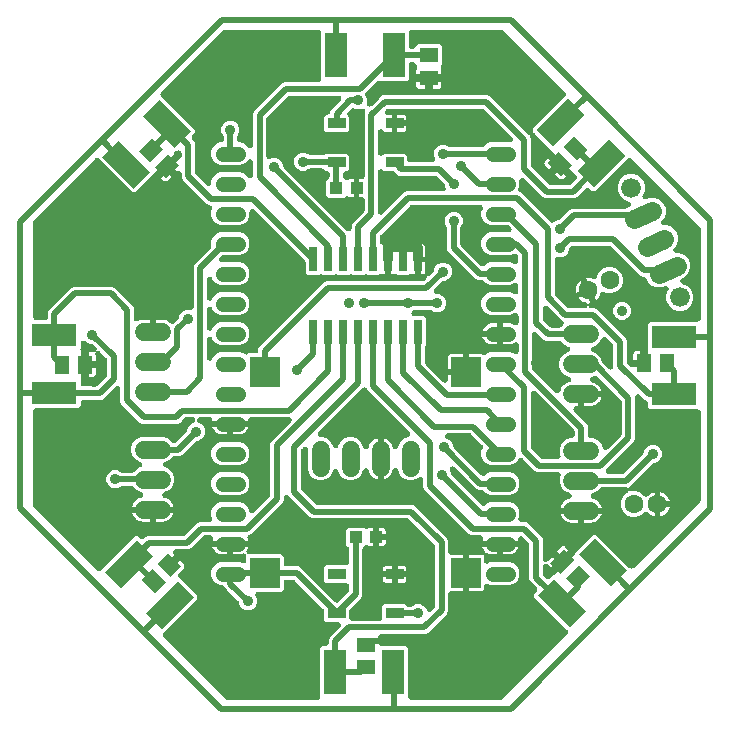
<source format=gbr>
G04 EAGLE Gerber RS-274X export*
G75*
%MOMM*%
%FSLAX34Y34*%
%LPD*%
%INBottom Copper*%
%IPPOS*%
%AMOC8*
5,1,8,0,0,1.08239X$1,22.5*%
G01*
%ADD10C,1.524000*%
%ADD11R,0.660400X2.032000*%
%ADD12R,1.500000X0.900000*%
%ADD13R,1.930400X3.810000*%
%ADD14R,3.810000X1.930400*%
%ADD15R,1.600000X1.300000*%
%ADD16R,1.300000X1.600000*%
%ADD17C,1.308000*%
%ADD18R,2.540000X2.540000*%
%ADD19C,1.600000*%
%ADD20R,1.100000X1.000000*%
%ADD21C,1.650000*%
%ADD22C,1.676400*%
%ADD23C,0.812800*%
%ADD24C,0.914400*%
%ADD25C,0.508000*%

G36*
X189366Y279385D02*
X189366Y279385D01*
X189453Y279387D01*
X189587Y279414D01*
X189723Y279432D01*
X189806Y279458D01*
X189891Y279475D01*
X190018Y279526D01*
X190148Y279567D01*
X190225Y279608D01*
X190306Y279640D01*
X190422Y279712D01*
X190543Y279776D01*
X190611Y279830D01*
X190685Y279876D01*
X190787Y279968D01*
X190894Y280053D01*
X190952Y280118D01*
X191016Y280176D01*
X191100Y280284D01*
X191190Y280387D01*
X191236Y280461D01*
X191289Y280530D01*
X191352Y280652D01*
X191423Y280768D01*
X191454Y280850D01*
X191494Y280927D01*
X191534Y281057D01*
X191583Y281185D01*
X191599Y281271D01*
X191625Y281354D01*
X191641Y281490D01*
X191667Y281624D01*
X191674Y281761D01*
X191678Y281797D01*
X191677Y281821D01*
X191679Y281871D01*
X191679Y285838D01*
X206919Y285838D01*
X206969Y285842D01*
X207019Y285840D01*
X207191Y285862D01*
X207364Y285878D01*
X207413Y285891D01*
X207462Y285898D01*
X207627Y285950D01*
X207795Y285996D01*
X207840Y286018D01*
X207888Y286033D01*
X208041Y286114D01*
X208198Y286190D01*
X208238Y286219D01*
X208283Y286242D01*
X208419Y286350D01*
X208560Y286452D01*
X208594Y286488D01*
X208634Y286519D01*
X208749Y286649D01*
X208867Y286771D01*
X208870Y286774D01*
X208897Y286816D01*
X208931Y286853D01*
X209021Y287002D01*
X209117Y287146D01*
X209137Y287192D01*
X209163Y287235D01*
X209225Y287397D01*
X209294Y287556D01*
X209305Y287605D01*
X209323Y287652D01*
X209356Y287823D01*
X209395Y287991D01*
X209398Y288041D01*
X209407Y288091D01*
X209419Y288338D01*
X209419Y303578D01*
X219954Y303578D01*
X220601Y303405D01*
X221100Y303116D01*
X221255Y303045D01*
X221406Y302967D01*
X221457Y302951D01*
X221506Y302928D01*
X221670Y302886D01*
X221833Y302836D01*
X221886Y302829D01*
X221938Y302816D01*
X222107Y302803D01*
X222276Y302783D01*
X222330Y302786D01*
X222383Y302782D01*
X222553Y302799D01*
X222722Y302809D01*
X222774Y302822D01*
X222828Y302828D01*
X222991Y302875D01*
X223156Y302915D01*
X223205Y302937D01*
X223257Y302952D01*
X223409Y303027D01*
X223564Y303096D01*
X223609Y303127D01*
X223657Y303150D01*
X223793Y303252D01*
X223934Y303348D01*
X223990Y303398D01*
X224015Y303417D01*
X224040Y303444D01*
X224117Y303514D01*
X224134Y303530D01*
X227658Y304990D01*
X244553Y304990D01*
X248104Y303519D01*
X248197Y303490D01*
X248286Y303452D01*
X248337Y303440D01*
X248343Y303438D01*
X248367Y303433D01*
X248410Y303424D01*
X248530Y303386D01*
X248627Y303374D01*
X248722Y303352D01*
X248848Y303346D01*
X248974Y303330D01*
X249071Y303336D01*
X249168Y303331D01*
X249293Y303348D01*
X249420Y303355D01*
X249514Y303377D01*
X249611Y303390D01*
X249731Y303429D01*
X249854Y303458D01*
X249943Y303497D01*
X250036Y303527D01*
X250147Y303587D01*
X250263Y303638D01*
X250344Y303692D01*
X250430Y303738D01*
X250529Y303816D01*
X250634Y303887D01*
X250704Y303955D01*
X250780Y304015D01*
X250864Y304110D01*
X250955Y304198D01*
X251011Y304277D01*
X251076Y304350D01*
X251141Y304458D01*
X251215Y304561D01*
X251255Y304646D01*
X251257Y304650D01*
X251259Y304653D01*
X251307Y304732D01*
X251352Y304851D01*
X251406Y304965D01*
X251427Y305042D01*
X251434Y305060D01*
X251439Y305078D01*
X251466Y305150D01*
X251489Y305274D01*
X251522Y305396D01*
X251527Y305460D01*
X251535Y305495D01*
X251537Y305530D01*
X251548Y305589D01*
X251560Y305836D01*
X251543Y311144D01*
X251528Y311304D01*
X251522Y311464D01*
X251508Y311526D01*
X251502Y311589D01*
X251459Y311743D01*
X251424Y311900D01*
X251399Y311958D01*
X251382Y312019D01*
X251313Y312163D01*
X251250Y312311D01*
X251215Y312365D01*
X251188Y312421D01*
X251093Y312551D01*
X251006Y312685D01*
X250962Y312731D01*
X250925Y312783D01*
X250809Y312893D01*
X250699Y313010D01*
X250648Y313047D01*
X250602Y313091D01*
X250468Y313180D01*
X250339Y313274D01*
X250282Y313302D01*
X250229Y313337D01*
X250081Y313400D01*
X249937Y313471D01*
X249876Y313488D01*
X249818Y313513D01*
X249662Y313549D01*
X249508Y313592D01*
X249445Y313599D01*
X249383Y313613D01*
X249223Y313620D01*
X249063Y313636D01*
X249000Y313631D01*
X248937Y313633D01*
X248778Y313612D01*
X248618Y313599D01*
X248556Y313583D01*
X248494Y313574D01*
X248341Y313525D01*
X248186Y313484D01*
X248129Y313457D01*
X248069Y313438D01*
X247927Y313362D01*
X247782Y313294D01*
X247705Y313243D01*
X247675Y313227D01*
X247648Y313206D01*
X247575Y313158D01*
X247405Y313035D01*
X246131Y312386D01*
X244772Y311944D01*
X243360Y311721D01*
X238605Y311721D01*
X238605Y320801D01*
X238605Y320802D01*
X238605Y329882D01*
X243360Y329882D01*
X244772Y329659D01*
X246131Y329217D01*
X247405Y328568D01*
X247515Y328488D01*
X247659Y328402D01*
X247800Y328309D01*
X247851Y328287D01*
X247899Y328258D01*
X248056Y328199D01*
X248210Y328133D01*
X248265Y328121D01*
X248317Y328101D01*
X248482Y328071D01*
X248646Y328033D01*
X248701Y328031D01*
X248756Y328021D01*
X248924Y328020D01*
X249092Y328013D01*
X249147Y328020D01*
X249203Y328020D01*
X249369Y328050D01*
X249535Y328072D01*
X249588Y328089D01*
X249643Y328099D01*
X249800Y328157D01*
X249960Y328209D01*
X250009Y328235D01*
X250061Y328254D01*
X250206Y328340D01*
X250354Y328419D01*
X250398Y328454D01*
X250446Y328482D01*
X250573Y328592D01*
X250704Y328696D01*
X250741Y328738D01*
X250783Y328775D01*
X250889Y328905D01*
X251000Y329031D01*
X251028Y329079D01*
X251063Y329122D01*
X251144Y329270D01*
X251231Y329414D01*
X251250Y329466D01*
X251277Y329515D01*
X251330Y329674D01*
X251390Y329831D01*
X251400Y329886D01*
X251418Y329939D01*
X251441Y330105D01*
X251472Y330270D01*
X251476Y330349D01*
X251480Y330381D01*
X251479Y330417D01*
X251484Y330517D01*
X251468Y335744D01*
X251459Y335833D01*
X251461Y335923D01*
X251439Y336055D01*
X251426Y336189D01*
X251402Y336275D01*
X251388Y336364D01*
X251342Y336490D01*
X251306Y336619D01*
X251268Y336700D01*
X251237Y336784D01*
X251170Y336901D01*
X251112Y337021D01*
X251059Y337094D01*
X251014Y337172D01*
X250928Y337274D01*
X250849Y337382D01*
X250784Y337444D01*
X250726Y337513D01*
X250623Y337598D01*
X250526Y337691D01*
X250451Y337740D01*
X250382Y337797D01*
X250265Y337863D01*
X250153Y337937D01*
X250071Y337972D01*
X249993Y338016D01*
X249866Y338060D01*
X249742Y338113D01*
X249655Y338133D01*
X249570Y338162D01*
X249438Y338183D01*
X249307Y338213D01*
X249218Y338217D01*
X249129Y338231D01*
X248995Y338227D01*
X248861Y338233D01*
X248772Y338222D01*
X248682Y338219D01*
X248551Y338192D01*
X248418Y338174D01*
X248333Y338147D01*
X248245Y338129D01*
X248012Y338045D01*
X244553Y336613D01*
X227658Y336613D01*
X224134Y338072D01*
X221437Y340770D01*
X219977Y344294D01*
X219977Y348109D01*
X221437Y351633D01*
X224134Y354330D01*
X227658Y355790D01*
X244553Y355790D01*
X247947Y354384D01*
X248040Y354355D01*
X248130Y354317D01*
X248253Y354288D01*
X248374Y354251D01*
X248470Y354239D01*
X248565Y354217D01*
X248691Y354211D01*
X248817Y354195D01*
X248914Y354201D01*
X249011Y354196D01*
X249137Y354213D01*
X249263Y354220D01*
X249358Y354242D01*
X249454Y354255D01*
X249575Y354294D01*
X249698Y354323D01*
X249786Y354362D01*
X249879Y354392D01*
X249991Y354452D01*
X250107Y354502D01*
X250187Y354557D01*
X250273Y354603D01*
X250372Y354681D01*
X250478Y354752D01*
X250547Y354819D01*
X250624Y354880D01*
X250707Y354974D01*
X250798Y355063D01*
X250855Y355142D01*
X250919Y355215D01*
X250984Y355323D01*
X251058Y355426D01*
X251100Y355514D01*
X251150Y355597D01*
X251195Y355715D01*
X251249Y355830D01*
X251275Y355924D01*
X251309Y356015D01*
X251333Y356139D01*
X251365Y356261D01*
X251374Y356358D01*
X251392Y356454D01*
X251403Y356701D01*
X251390Y361112D01*
X251381Y361201D01*
X251383Y361291D01*
X251361Y361423D01*
X251348Y361557D01*
X251324Y361643D01*
X251310Y361731D01*
X251264Y361858D01*
X251228Y361987D01*
X251189Y362068D01*
X251159Y362152D01*
X251092Y362268D01*
X251034Y362389D01*
X250981Y362461D01*
X250936Y362539D01*
X250850Y362642D01*
X250771Y362750D01*
X250706Y362812D01*
X250648Y362881D01*
X250545Y362966D01*
X250448Y363059D01*
X250373Y363108D01*
X250304Y363165D01*
X250187Y363231D01*
X250075Y363305D01*
X249993Y363340D01*
X249915Y363384D01*
X249788Y363428D01*
X249664Y363480D01*
X249577Y363500D01*
X249492Y363530D01*
X249360Y363550D01*
X249229Y363580D01*
X249140Y363584D01*
X249051Y363598D01*
X248917Y363595D01*
X248783Y363601D01*
X248694Y363589D01*
X248604Y363587D01*
X248473Y363560D01*
X248340Y363542D01*
X248255Y363515D01*
X248167Y363496D01*
X247934Y363413D01*
X244553Y362013D01*
X227658Y362013D01*
X224134Y363472D01*
X222326Y365281D01*
X222183Y365400D01*
X222043Y365524D01*
X222011Y365543D01*
X221983Y365567D01*
X221821Y365659D01*
X221661Y365756D01*
X221627Y365769D01*
X221595Y365788D01*
X221419Y365850D01*
X221245Y365917D01*
X221208Y365924D01*
X221173Y365936D01*
X220989Y365965D01*
X220806Y366000D01*
X220755Y366003D01*
X220732Y366007D01*
X220695Y366006D01*
X220559Y366013D01*
X217287Y366013D01*
X215233Y366863D01*
X191762Y390334D01*
X190911Y392388D01*
X190911Y410276D01*
X190895Y410462D01*
X190883Y410648D01*
X190875Y410684D01*
X190871Y410721D01*
X190822Y410902D01*
X190778Y411082D01*
X190763Y411116D01*
X190753Y411152D01*
X190672Y411320D01*
X190596Y411490D01*
X190576Y411521D01*
X190560Y411555D01*
X190450Y411706D01*
X190345Y411860D01*
X190311Y411897D01*
X190298Y411916D01*
X190271Y411942D01*
X190179Y412043D01*
X190039Y412183D01*
X188879Y414984D01*
X188879Y418016D01*
X190039Y420817D01*
X192183Y422961D01*
X194984Y424121D01*
X198016Y424121D01*
X200817Y422961D01*
X202961Y420817D01*
X204121Y418016D01*
X204121Y414984D01*
X202961Y412183D01*
X202821Y412043D01*
X202701Y411900D01*
X202577Y411761D01*
X202558Y411729D01*
X202534Y411701D01*
X202442Y411539D01*
X202345Y411379D01*
X202332Y411344D01*
X202314Y411312D01*
X202252Y411136D01*
X202185Y410962D01*
X202178Y410926D01*
X202165Y410891D01*
X202136Y410707D01*
X202101Y410523D01*
X202098Y410473D01*
X202095Y410450D01*
X202096Y410413D01*
X202089Y410276D01*
X202089Y396850D01*
X202105Y396664D01*
X202117Y396478D01*
X202125Y396442D01*
X202129Y396405D01*
X202178Y396225D01*
X202222Y396044D01*
X202237Y396010D01*
X202247Y395975D01*
X202328Y395806D01*
X202404Y395636D01*
X202424Y395605D01*
X202440Y395572D01*
X202550Y395421D01*
X202655Y395266D01*
X202689Y395229D01*
X202702Y395210D01*
X202729Y395184D01*
X202821Y395083D01*
X219386Y378517D01*
X219425Y378485D01*
X219458Y378448D01*
X219596Y378342D01*
X219729Y378231D01*
X219773Y378206D01*
X219812Y378176D01*
X219967Y378096D01*
X220118Y378010D01*
X220165Y377993D01*
X220209Y377970D01*
X220375Y377919D01*
X220539Y377862D01*
X220588Y377854D01*
X220636Y377839D01*
X220809Y377819D01*
X220980Y377791D01*
X221030Y377792D01*
X221080Y377786D01*
X221253Y377797D01*
X221427Y377800D01*
X221476Y377810D01*
X221526Y377813D01*
X221695Y377854D01*
X221865Y377888D01*
X221911Y377907D01*
X221960Y377919D01*
X222118Y377989D01*
X222280Y378053D01*
X222322Y378080D01*
X222368Y378100D01*
X222512Y378198D01*
X222659Y378289D01*
X222696Y378323D01*
X222737Y378351D01*
X222921Y378517D01*
X224134Y379730D01*
X227658Y381190D01*
X244553Y381190D01*
X247869Y379817D01*
X247962Y379787D01*
X248051Y379749D01*
X248175Y379721D01*
X248295Y379683D01*
X248392Y379671D01*
X248487Y379649D01*
X248613Y379643D01*
X248739Y379628D01*
X248836Y379633D01*
X248933Y379629D01*
X249058Y379645D01*
X249185Y379652D01*
X249280Y379675D01*
X249376Y379688D01*
X249496Y379726D01*
X249619Y379756D01*
X249709Y379795D01*
X249801Y379825D01*
X249912Y379884D01*
X250028Y379935D01*
X250109Y379989D01*
X250195Y380035D01*
X250294Y380113D01*
X250399Y380184D01*
X250469Y380252D01*
X250545Y380312D01*
X250629Y380407D01*
X250720Y380495D01*
X250776Y380574D01*
X250841Y380647D01*
X250906Y380756D01*
X250980Y380858D01*
X251021Y380946D01*
X251072Y381030D01*
X251117Y381148D01*
X251171Y381262D01*
X251196Y381356D01*
X251231Y381447D01*
X251254Y381571D01*
X251287Y381693D01*
X251295Y381790D01*
X251313Y381886D01*
X251325Y382133D01*
X251313Y385804D01*
X251297Y385986D01*
X251286Y386169D01*
X251276Y386208D01*
X251272Y386249D01*
X251223Y386425D01*
X251180Y386603D01*
X251163Y386640D01*
X251152Y386679D01*
X251073Y386843D01*
X250999Y387011D01*
X250976Y387045D01*
X250958Y387082D01*
X250895Y387168D01*
X250888Y387180D01*
X250855Y387223D01*
X250850Y387229D01*
X250748Y387380D01*
X250710Y387422D01*
X250695Y387443D01*
X250668Y387469D01*
X250622Y387519D01*
X250612Y387532D01*
X250605Y387538D01*
X250582Y387564D01*
X250104Y388042D01*
X250099Y388046D01*
X250094Y388051D01*
X249928Y388189D01*
X249761Y388328D01*
X249755Y388331D01*
X249750Y388336D01*
X249563Y388441D01*
X249372Y388549D01*
X249366Y388551D01*
X249361Y388554D01*
X249156Y388625D01*
X248951Y388697D01*
X248945Y388698D01*
X248938Y388700D01*
X248723Y388734D01*
X248510Y388768D01*
X248503Y388768D01*
X248497Y388769D01*
X248281Y388763D01*
X248063Y388759D01*
X248057Y388758D01*
X248050Y388757D01*
X247839Y388714D01*
X247625Y388671D01*
X247619Y388668D01*
X247613Y388667D01*
X247380Y388584D01*
X244553Y387413D01*
X227658Y387413D01*
X224134Y388872D01*
X221437Y391570D01*
X219977Y395094D01*
X219977Y398909D01*
X221437Y402433D01*
X224134Y405130D01*
X227658Y406590D01*
X243121Y406590D01*
X243258Y406602D01*
X243395Y406605D01*
X243480Y406622D01*
X243566Y406630D01*
X243698Y406666D01*
X243832Y406693D01*
X243913Y406725D01*
X243997Y406749D01*
X244121Y406808D01*
X244248Y406858D01*
X244321Y406904D01*
X244400Y406942D01*
X244511Y407022D01*
X244627Y407094D01*
X244691Y407153D01*
X244762Y407204D01*
X244856Y407302D01*
X244958Y407394D01*
X245011Y407463D01*
X245071Y407526D01*
X245147Y407640D01*
X245230Y407748D01*
X245270Y407825D01*
X245318Y407898D01*
X245373Y408023D01*
X245435Y408145D01*
X245461Y408228D01*
X245495Y408308D01*
X245526Y408441D01*
X245567Y408572D01*
X245577Y408659D01*
X245597Y408743D01*
X245603Y408880D01*
X245620Y409016D01*
X245614Y409102D01*
X245619Y409189D01*
X245601Y409325D01*
X245593Y409461D01*
X245572Y409546D01*
X245561Y409632D01*
X245520Y409763D01*
X245487Y409895D01*
X245452Y409975D01*
X245425Y410058D01*
X245361Y410179D01*
X245306Y410304D01*
X245257Y410376D01*
X245216Y410452D01*
X245132Y410560D01*
X245055Y410673D01*
X244963Y410775D01*
X244940Y410804D01*
X244923Y410819D01*
X244889Y410857D01*
X243665Y412081D01*
X243522Y412200D01*
X243382Y412324D01*
X243350Y412343D01*
X243322Y412367D01*
X243159Y412459D01*
X243000Y412556D01*
X242966Y412569D01*
X242933Y412588D01*
X242757Y412650D01*
X242583Y412717D01*
X242547Y412724D01*
X242512Y412736D01*
X242328Y412765D01*
X242145Y412800D01*
X242094Y412803D01*
X242071Y412807D01*
X242034Y412806D01*
X241897Y412813D01*
X227658Y412813D01*
X224134Y414272D01*
X221437Y416970D01*
X219977Y420494D01*
X219977Y424309D01*
X220941Y426637D01*
X220969Y426726D01*
X221006Y426812D01*
X221036Y426939D01*
X221075Y427063D01*
X221086Y427156D01*
X221107Y427247D01*
X221114Y427377D01*
X221130Y427506D01*
X221125Y427600D01*
X221129Y427693D01*
X221113Y427822D01*
X221105Y427952D01*
X221084Y428043D01*
X221072Y428136D01*
X221032Y428260D01*
X221002Y428387D01*
X220965Y428473D01*
X220936Y428562D01*
X220875Y428677D01*
X220823Y428796D01*
X220771Y428874D01*
X220727Y428956D01*
X220646Y429059D01*
X220574Y429167D01*
X220509Y429234D01*
X220451Y429307D01*
X220353Y429394D01*
X220263Y429487D01*
X220187Y429542D01*
X220117Y429604D01*
X220005Y429672D01*
X219899Y429747D01*
X219815Y429787D01*
X219735Y429836D01*
X219614Y429883D01*
X219496Y429939D01*
X219405Y429963D01*
X219318Y429996D01*
X219190Y430021D01*
X219064Y430055D01*
X218971Y430063D01*
X218879Y430080D01*
X218632Y430092D01*
X161282Y430092D01*
X161096Y430076D01*
X160910Y430065D01*
X160874Y430056D01*
X160837Y430053D01*
X160657Y430003D01*
X160476Y429959D01*
X160443Y429944D01*
X160407Y429934D01*
X160238Y429853D01*
X160068Y429778D01*
X160037Y429757D01*
X160004Y429741D01*
X159853Y429631D01*
X159699Y429527D01*
X159661Y429493D01*
X159642Y429479D01*
X159617Y429452D01*
X159515Y429360D01*
X134761Y404606D01*
X134641Y404463D01*
X134518Y404324D01*
X134498Y404292D01*
X134475Y404263D01*
X134383Y404102D01*
X134285Y403942D01*
X134272Y403907D01*
X134254Y403875D01*
X134192Y403699D01*
X134125Y403525D01*
X134118Y403489D01*
X134106Y403454D01*
X134076Y403269D01*
X134041Y403086D01*
X134039Y403036D01*
X134035Y403013D01*
X134036Y402976D01*
X134029Y402839D01*
X134029Y398693D01*
X134043Y398540D01*
X134048Y398387D01*
X134063Y398318D01*
X134069Y398248D01*
X134110Y398100D01*
X134142Y397950D01*
X134169Y397885D01*
X134187Y397817D01*
X134254Y397679D01*
X134312Y397537D01*
X134350Y397478D01*
X134381Y397415D01*
X134471Y397290D01*
X134553Y397161D01*
X134601Y397110D01*
X134643Y397053D01*
X134753Y396947D01*
X134858Y396834D01*
X134914Y396792D01*
X134965Y396743D01*
X135092Y396658D01*
X135215Y396567D01*
X135278Y396535D01*
X135337Y396496D01*
X135477Y396435D01*
X135615Y396367D01*
X135682Y396347D01*
X135747Y396319D01*
X135896Y396284D01*
X136043Y396241D01*
X136113Y396234D01*
X136182Y396218D01*
X136335Y396210D01*
X136488Y396194D01*
X136558Y396199D01*
X136628Y396196D01*
X136780Y396216D01*
X136933Y396227D01*
X137035Y396249D01*
X137071Y396253D01*
X137101Y396263D01*
X137175Y396279D01*
X137504Y396367D01*
X138641Y396367D01*
X138641Y383667D01*
X138641Y383666D01*
X138641Y370966D01*
X137504Y370966D01*
X136858Y371139D01*
X136508Y371341D01*
X136354Y371412D01*
X136203Y371490D01*
X136151Y371506D01*
X136103Y371529D01*
X135938Y371572D01*
X135776Y371621D01*
X135722Y371628D01*
X135670Y371641D01*
X135501Y371654D01*
X135332Y371674D01*
X135278Y371671D01*
X135225Y371675D01*
X135056Y371658D01*
X134886Y371648D01*
X134834Y371635D01*
X134781Y371629D01*
X134617Y371582D01*
X134452Y371542D01*
X134403Y371520D01*
X134351Y371505D01*
X134199Y371430D01*
X134044Y371361D01*
X133999Y371330D01*
X133951Y371307D01*
X133815Y371205D01*
X133674Y371110D01*
X133618Y371058D01*
X133593Y371040D01*
X133568Y371014D01*
X133491Y370943D01*
X133005Y370458D01*
X123875Y370458D01*
X123857Y370476D01*
X123819Y370508D01*
X123785Y370545D01*
X123648Y370650D01*
X123515Y370762D01*
X123471Y370787D01*
X123431Y370817D01*
X123277Y370897D01*
X123126Y370983D01*
X123079Y370999D01*
X123035Y371022D01*
X122869Y371073D01*
X122705Y371131D01*
X122655Y371139D01*
X122608Y371153D01*
X122435Y371174D01*
X122264Y371201D01*
X122214Y371200D01*
X122164Y371206D01*
X121991Y371196D01*
X121817Y371193D01*
X121768Y371183D01*
X121718Y371180D01*
X121549Y371138D01*
X121379Y371104D01*
X121333Y371086D01*
X121284Y371074D01*
X121125Y371003D01*
X120964Y370939D01*
X120922Y370913D01*
X120876Y370893D01*
X120732Y370795D01*
X120585Y370703D01*
X120548Y370670D01*
X120506Y370642D01*
X120323Y370475D01*
X120305Y370458D01*
X111175Y370458D01*
X111157Y370476D01*
X111119Y370508D01*
X111085Y370545D01*
X110948Y370650D01*
X110815Y370762D01*
X110771Y370787D01*
X110731Y370817D01*
X110577Y370897D01*
X110426Y370983D01*
X110379Y370999D01*
X110335Y371022D01*
X110169Y371073D01*
X110005Y371131D01*
X109955Y371139D01*
X109908Y371153D01*
X109735Y371174D01*
X109564Y371201D01*
X109514Y371200D01*
X109464Y371206D01*
X109291Y371196D01*
X109117Y371193D01*
X109068Y371183D01*
X109018Y371180D01*
X108849Y371138D01*
X108679Y371104D01*
X108633Y371086D01*
X108584Y371074D01*
X108425Y371003D01*
X108264Y370939D01*
X108222Y370913D01*
X108176Y370893D01*
X108032Y370795D01*
X107885Y370703D01*
X107848Y370670D01*
X107806Y370642D01*
X107623Y370475D01*
X107605Y370458D01*
X98475Y370458D01*
X98457Y370476D01*
X98419Y370508D01*
X98385Y370545D01*
X98248Y370650D01*
X98115Y370762D01*
X98071Y370787D01*
X98031Y370817D01*
X97877Y370897D01*
X97726Y370983D01*
X97679Y370999D01*
X97635Y371022D01*
X97469Y371073D01*
X97305Y371131D01*
X97255Y371139D01*
X97208Y371153D01*
X97035Y371174D01*
X96864Y371201D01*
X96814Y371200D01*
X96764Y371206D01*
X96591Y371196D01*
X96417Y371193D01*
X96368Y371183D01*
X96318Y371180D01*
X96149Y371138D01*
X95979Y371104D01*
X95933Y371086D01*
X95884Y371074D01*
X95725Y371003D01*
X95564Y370939D01*
X95522Y370913D01*
X95476Y370893D01*
X95332Y370795D01*
X95185Y370703D01*
X95148Y370670D01*
X95106Y370642D01*
X94923Y370475D01*
X94905Y370458D01*
X85775Y370458D01*
X85757Y370476D01*
X85719Y370508D01*
X85685Y370545D01*
X85548Y370650D01*
X85415Y370762D01*
X85371Y370787D01*
X85331Y370817D01*
X85177Y370897D01*
X85026Y370983D01*
X84979Y370999D01*
X84935Y371022D01*
X84769Y371073D01*
X84605Y371131D01*
X84555Y371139D01*
X84508Y371153D01*
X84335Y371174D01*
X84164Y371201D01*
X84114Y371200D01*
X84064Y371206D01*
X83891Y371196D01*
X83717Y371193D01*
X83668Y371183D01*
X83618Y371180D01*
X83449Y371138D01*
X83279Y371104D01*
X83233Y371086D01*
X83184Y371074D01*
X83025Y371003D01*
X82864Y370939D01*
X82822Y370913D01*
X82776Y370893D01*
X82632Y370795D01*
X82485Y370703D01*
X82448Y370670D01*
X82406Y370642D01*
X82223Y370475D01*
X82205Y370458D01*
X73075Y370458D01*
X71290Y372243D01*
X71290Y381078D01*
X71273Y381263D01*
X71262Y381450D01*
X71253Y381486D01*
X71250Y381523D01*
X71200Y381703D01*
X71156Y381884D01*
X71141Y381918D01*
X71131Y381954D01*
X71050Y382122D01*
X70975Y382292D01*
X70954Y382323D01*
X70938Y382356D01*
X70829Y382507D01*
X70724Y382662D01*
X70690Y382699D01*
X70676Y382718D01*
X70649Y382744D01*
X70558Y382845D01*
X27901Y425502D01*
X27796Y425590D01*
X27697Y425685D01*
X27625Y425733D01*
X27558Y425788D01*
X27439Y425856D01*
X27325Y425932D01*
X27245Y425966D01*
X27170Y426009D01*
X27040Y426055D01*
X26915Y426109D01*
X26830Y426128D01*
X26748Y426157D01*
X26613Y426179D01*
X26480Y426210D01*
X26393Y426214D01*
X26307Y426228D01*
X26170Y426225D01*
X26034Y426232D01*
X25947Y426221D01*
X25861Y426219D01*
X25727Y426192D01*
X25591Y426174D01*
X25508Y426148D01*
X25423Y426131D01*
X25296Y426080D01*
X25165Y426039D01*
X25088Y425998D01*
X25007Y425966D01*
X24891Y425894D01*
X24770Y425830D01*
X24702Y425776D01*
X24628Y425730D01*
X24527Y425638D01*
X24419Y425554D01*
X24362Y425488D01*
X24297Y425430D01*
X24214Y425322D01*
X24123Y425219D01*
X24078Y425145D01*
X24025Y425076D01*
X23962Y424954D01*
X23891Y424838D01*
X23860Y424757D01*
X23820Y424679D01*
X23779Y424548D01*
X23730Y424421D01*
X23714Y424335D01*
X23688Y424252D01*
X23672Y424117D01*
X23647Y423982D01*
X23640Y423845D01*
X23635Y423809D01*
X23637Y423785D01*
X23634Y423735D01*
X23634Y420494D01*
X22175Y416970D01*
X19477Y414272D01*
X15953Y412813D01*
X-942Y412813D01*
X-4466Y414272D01*
X-7163Y416970D01*
X-8623Y420494D01*
X-8623Y424309D01*
X-7899Y426058D01*
X-7871Y426147D01*
X-7834Y426233D01*
X-7804Y426359D01*
X-7765Y426484D01*
X-7754Y426577D01*
X-7733Y426668D01*
X-7726Y426798D01*
X-7710Y426927D01*
X-7715Y427021D01*
X-7710Y427114D01*
X-7727Y427243D01*
X-7734Y427373D01*
X-7756Y427464D01*
X-7768Y427557D01*
X-7808Y427681D01*
X-7838Y427808D01*
X-7875Y427893D01*
X-7904Y427982D01*
X-7965Y428097D01*
X-8017Y428217D01*
X-8069Y428295D01*
X-8113Y428377D01*
X-8193Y428480D01*
X-8266Y428588D01*
X-8331Y428655D01*
X-8389Y428728D01*
X-8487Y428815D01*
X-8577Y428908D01*
X-8653Y428963D01*
X-8723Y429025D01*
X-8835Y429092D01*
X-8941Y429168D01*
X-9025Y429208D01*
X-9105Y429257D01*
X-9226Y429304D01*
X-9344Y429359D01*
X-9435Y429384D01*
X-9522Y429417D01*
X-9650Y429442D01*
X-9776Y429476D01*
X-9869Y429483D01*
X-9961Y429501D01*
X-10208Y429513D01*
X-10414Y429513D01*
X-12468Y430364D01*
X-33038Y450934D01*
X-33889Y452988D01*
X-33889Y456281D01*
X-33901Y456417D01*
X-33904Y456554D01*
X-33921Y456639D01*
X-33929Y456726D01*
X-33965Y456858D01*
X-33992Y456992D01*
X-34024Y457073D01*
X-34047Y457156D01*
X-34106Y457280D01*
X-34157Y457407D01*
X-34203Y457481D01*
X-34240Y457559D01*
X-34321Y457670D01*
X-34393Y457786D01*
X-34451Y457851D01*
X-34502Y457921D01*
X-34601Y458016D01*
X-34693Y458117D01*
X-34762Y458170D01*
X-34824Y458231D01*
X-34938Y458306D01*
X-35047Y458390D01*
X-35124Y458430D01*
X-35196Y458478D01*
X-35322Y458532D01*
X-35444Y458595D01*
X-35527Y458620D01*
X-35607Y458655D01*
X-35739Y458686D01*
X-35871Y458726D01*
X-35957Y458736D01*
X-36042Y458756D01*
X-36178Y458763D01*
X-36314Y458779D01*
X-36401Y458774D01*
X-36488Y458778D01*
X-36623Y458760D01*
X-36760Y458752D01*
X-36845Y458732D01*
X-36931Y458720D01*
X-37061Y458679D01*
X-37194Y458647D01*
X-37274Y458611D01*
X-37356Y458585D01*
X-37477Y458521D01*
X-37602Y458465D01*
X-37605Y458463D01*
X-41768Y462626D01*
X-35703Y468690D01*
X-35677Y468696D01*
X-35550Y468746D01*
X-35420Y468788D01*
X-35343Y468828D01*
X-35262Y468860D01*
X-35146Y468933D01*
X-35025Y468997D01*
X-34957Y469051D01*
X-34883Y469097D01*
X-34781Y469188D01*
X-34674Y469273D01*
X-34616Y469338D01*
X-34552Y469396D01*
X-34468Y469505D01*
X-34377Y469607D01*
X-34332Y469681D01*
X-34279Y469750D01*
X-34216Y469872D01*
X-34145Y469989D01*
X-34114Y470070D01*
X-34074Y470147D01*
X-34034Y470278D01*
X-33985Y470406D01*
X-33968Y470491D01*
X-33943Y470574D01*
X-33927Y470710D01*
X-33901Y470845D01*
X-33894Y470981D01*
X-33890Y471018D01*
X-33891Y471041D01*
X-33889Y471092D01*
X-33889Y473571D01*
X-33901Y473708D01*
X-33904Y473844D01*
X-33921Y473930D01*
X-33929Y474016D01*
X-33965Y474148D01*
X-33992Y474282D01*
X-34024Y474363D01*
X-34047Y474447D01*
X-34106Y474570D01*
X-34157Y474697D01*
X-34203Y474771D01*
X-34240Y474850D01*
X-34321Y474961D01*
X-34393Y475077D01*
X-34451Y475141D01*
X-34502Y475212D01*
X-34601Y475306D01*
X-34693Y475408D01*
X-34762Y475461D01*
X-34824Y475521D01*
X-34938Y475597D01*
X-35047Y475680D01*
X-35124Y475720D01*
X-35196Y475768D01*
X-35322Y475822D01*
X-35444Y475885D01*
X-35527Y475911D01*
X-35607Y475945D01*
X-35740Y475976D01*
X-35871Y476016D01*
X-35957Y476027D01*
X-36042Y476046D01*
X-36178Y476053D01*
X-36314Y476069D01*
X-36401Y476064D01*
X-36488Y476069D01*
X-36623Y476051D01*
X-36760Y476043D01*
X-36845Y476022D01*
X-36931Y476011D01*
X-37061Y475969D01*
X-37194Y475937D01*
X-37274Y475902D01*
X-37356Y475875D01*
X-37477Y475811D01*
X-37602Y475756D01*
X-37674Y475707D01*
X-37751Y475666D01*
X-37859Y475581D01*
X-37972Y475505D01*
X-38073Y475413D01*
X-38102Y475390D01*
X-38106Y475386D01*
X-38183Y475386D01*
X-38319Y475373D01*
X-38456Y475371D01*
X-38541Y475354D01*
X-38628Y475346D01*
X-38760Y475309D01*
X-38894Y475282D01*
X-38975Y475250D01*
X-39058Y475227D01*
X-39182Y475168D01*
X-39309Y475118D01*
X-39383Y475072D01*
X-39461Y475034D01*
X-39572Y474954D01*
X-39688Y474881D01*
X-39752Y474823D01*
X-39823Y474772D01*
X-39918Y474673D01*
X-40019Y474582D01*
X-40072Y474513D01*
X-40132Y474450D01*
X-40208Y474336D01*
X-40292Y474228D01*
X-40331Y474150D01*
X-40380Y474078D01*
X-40434Y473952D01*
X-40497Y473831D01*
X-40522Y473748D01*
X-40557Y473668D01*
X-40588Y473535D01*
X-40628Y473404D01*
X-40638Y473317D01*
X-40658Y473233D01*
X-40665Y473096D01*
X-40681Y472960D01*
X-40678Y472906D01*
X-48130Y465454D01*
X-48162Y465415D01*
X-48199Y465382D01*
X-48305Y465244D01*
X-48417Y465111D01*
X-48441Y465067D01*
X-48472Y465028D01*
X-48552Y464873D01*
X-48567Y464846D01*
X-48593Y464830D01*
X-48638Y464810D01*
X-48782Y464712D01*
X-48929Y464621D01*
X-48966Y464587D01*
X-49008Y464559D01*
X-49191Y464393D01*
X-56604Y456980D01*
X-56724Y456837D01*
X-56847Y456697D01*
X-56867Y456666D01*
X-56890Y456637D01*
X-56935Y456559D01*
X-72772Y440722D01*
X-75298Y440722D01*
X-103605Y469029D01*
X-103643Y469061D01*
X-103677Y469098D01*
X-103815Y469204D01*
X-103948Y469316D01*
X-103991Y469340D01*
X-104031Y469371D01*
X-104185Y469451D01*
X-104336Y469536D01*
X-104383Y469553D01*
X-104428Y469576D01*
X-104593Y469627D01*
X-104757Y469684D01*
X-104807Y469692D01*
X-104855Y469707D01*
X-105027Y469728D01*
X-105198Y469755D01*
X-105249Y469754D01*
X-105298Y469760D01*
X-105472Y469750D01*
X-105645Y469746D01*
X-105694Y469736D01*
X-105744Y469733D01*
X-105913Y469692D01*
X-106083Y469658D01*
X-106130Y469639D01*
X-106178Y469628D01*
X-106337Y469557D01*
X-106498Y469493D01*
X-106541Y469467D01*
X-106586Y469446D01*
X-106730Y469349D01*
X-106877Y469257D01*
X-106914Y469223D01*
X-106956Y469195D01*
X-107139Y469029D01*
X-158671Y417497D01*
X-158791Y417354D01*
X-158915Y417214D01*
X-158934Y417183D01*
X-158958Y417154D01*
X-159050Y416992D01*
X-159147Y416833D01*
X-159160Y416798D01*
X-159178Y416766D01*
X-159240Y416590D01*
X-159307Y416416D01*
X-159314Y416380D01*
X-159327Y416345D01*
X-159356Y416160D01*
X-159391Y415977D01*
X-159394Y415927D01*
X-159397Y415904D01*
X-159396Y415867D01*
X-159403Y415730D01*
X-159403Y334929D01*
X-159399Y334879D01*
X-159401Y334830D01*
X-159379Y334658D01*
X-159363Y334484D01*
X-159350Y334436D01*
X-159344Y334387D01*
X-159291Y334221D01*
X-159245Y334054D01*
X-159223Y334009D01*
X-159208Y333961D01*
X-159127Y333808D01*
X-159052Y333651D01*
X-159022Y333610D01*
X-158999Y333566D01*
X-158892Y333430D01*
X-158790Y333289D01*
X-158754Y333254D01*
X-158723Y333215D01*
X-158593Y333100D01*
X-158468Y332980D01*
X-158426Y332952D01*
X-158388Y332919D01*
X-158240Y332829D01*
X-158096Y332732D01*
X-158050Y332713D01*
X-158007Y332687D01*
X-157845Y332624D01*
X-157685Y332555D01*
X-157637Y332544D01*
X-157590Y332526D01*
X-157419Y332493D01*
X-157250Y332454D01*
X-157200Y332452D01*
X-157151Y332442D01*
X-156904Y332430D01*
X-149529Y332430D01*
X-149479Y332435D01*
X-149429Y332432D01*
X-149257Y332454D01*
X-149084Y332470D01*
X-149036Y332483D01*
X-148986Y332490D01*
X-148821Y332542D01*
X-148653Y332589D01*
X-148608Y332610D01*
X-148561Y332625D01*
X-148407Y332707D01*
X-148251Y332782D01*
X-148210Y332811D01*
X-148166Y332835D01*
X-148030Y332942D01*
X-147889Y333044D01*
X-147854Y333080D01*
X-147815Y333111D01*
X-147699Y333241D01*
X-147579Y333366D01*
X-147552Y333407D01*
X-147518Y333445D01*
X-147428Y333593D01*
X-147332Y333738D01*
X-147312Y333784D01*
X-147286Y333827D01*
X-147224Y333989D01*
X-147155Y334148D01*
X-147144Y334197D01*
X-147126Y334243D01*
X-147093Y334414D01*
X-147054Y334583D01*
X-147051Y334633D01*
X-147042Y334682D01*
X-147030Y334929D01*
X-147030Y338471D01*
X-146179Y340525D01*
X-126966Y359738D01*
X-124912Y360589D01*
X-92888Y360589D01*
X-90834Y359738D01*
X-75362Y344266D01*
X-74511Y342212D01*
X-74511Y333826D01*
X-74494Y333635D01*
X-74482Y333445D01*
X-74474Y333413D01*
X-74471Y333381D01*
X-74420Y333196D01*
X-74375Y333011D01*
X-74361Y332982D01*
X-74353Y332951D01*
X-74270Y332778D01*
X-74192Y332603D01*
X-74174Y332577D01*
X-74160Y332548D01*
X-74047Y332393D01*
X-73939Y332235D01*
X-73917Y332212D01*
X-73898Y332186D01*
X-73760Y332054D01*
X-73625Y331917D01*
X-73599Y331899D01*
X-73576Y331876D01*
X-73416Y331771D01*
X-73260Y331661D01*
X-73230Y331647D01*
X-73204Y331629D01*
X-73028Y331554D01*
X-72854Y331473D01*
X-72823Y331465D01*
X-72793Y331452D01*
X-72608Y331409D01*
X-72422Y331361D01*
X-72390Y331358D01*
X-72358Y331351D01*
X-72168Y331342D01*
X-71976Y331327D01*
X-71944Y331331D01*
X-71912Y331329D01*
X-71723Y331354D01*
X-71532Y331373D01*
X-71501Y331382D01*
X-71469Y331387D01*
X-71287Y331445D01*
X-71103Y331498D01*
X-71063Y331516D01*
X-71044Y331522D01*
X-71012Y331539D01*
X-70877Y331599D01*
X-69889Y332103D01*
X-68368Y332597D01*
X-66789Y332847D01*
X-60908Y332847D01*
X-60908Y322727D01*
X-60904Y322677D01*
X-60906Y322627D01*
X-60884Y322455D01*
X-60868Y322282D01*
X-60855Y322233D01*
X-60849Y322184D01*
X-60796Y322019D01*
X-60750Y321851D01*
X-60728Y321806D01*
X-60713Y321758D01*
X-60632Y321605D01*
X-60557Y321448D01*
X-60527Y321408D01*
X-60504Y321364D01*
X-60397Y321227D01*
X-60295Y321086D01*
X-60259Y321052D01*
X-60228Y321012D01*
X-60098Y320897D01*
X-59973Y320777D01*
X-59931Y320749D01*
X-59893Y320716D01*
X-59745Y320626D01*
X-59601Y320530D01*
X-59555Y320510D01*
X-59512Y320484D01*
X-59350Y320421D01*
X-59190Y320353D01*
X-59142Y320341D01*
X-59095Y320323D01*
X-58924Y320291D01*
X-58755Y320252D01*
X-58705Y320249D01*
X-58656Y320240D01*
X-58409Y320227D01*
X-58329Y320227D01*
X-58279Y320232D01*
X-58229Y320229D01*
X-58057Y320252D01*
X-57884Y320267D01*
X-57836Y320281D01*
X-57786Y320287D01*
X-57621Y320340D01*
X-57453Y320386D01*
X-57408Y320408D01*
X-57361Y320423D01*
X-57207Y320504D01*
X-57051Y320579D01*
X-57010Y320608D01*
X-56966Y320632D01*
X-56829Y320739D01*
X-56689Y320841D01*
X-56654Y320877D01*
X-56615Y320908D01*
X-56499Y321038D01*
X-56379Y321163D01*
X-56352Y321205D01*
X-56318Y321242D01*
X-56228Y321390D01*
X-56132Y321535D01*
X-56112Y321581D01*
X-56086Y321624D01*
X-56024Y321786D01*
X-55955Y321945D01*
X-55944Y321994D01*
X-55926Y322041D01*
X-55893Y322212D01*
X-55854Y322380D01*
X-55851Y322430D01*
X-55842Y322479D01*
X-55830Y322727D01*
X-55830Y332847D01*
X-49949Y332847D01*
X-48370Y332597D01*
X-46849Y332103D01*
X-45424Y331377D01*
X-44130Y330437D01*
X-43566Y329873D01*
X-43527Y329840D01*
X-43494Y329803D01*
X-43356Y329698D01*
X-43223Y329586D01*
X-43179Y329561D01*
X-43140Y329531D01*
X-42985Y329451D01*
X-42835Y329365D01*
X-42787Y329349D01*
X-42743Y329326D01*
X-42577Y329275D01*
X-42413Y329217D01*
X-42364Y329209D01*
X-42316Y329195D01*
X-42144Y329174D01*
X-41972Y329147D01*
X-41922Y329148D01*
X-41872Y329142D01*
X-41699Y329152D01*
X-41525Y329155D01*
X-41476Y329165D01*
X-41426Y329168D01*
X-41258Y329209D01*
X-41088Y329244D01*
X-41041Y329262D01*
X-40992Y329274D01*
X-40834Y329344D01*
X-40672Y329409D01*
X-40630Y329435D01*
X-40584Y329455D01*
X-40441Y329553D01*
X-40293Y329645D01*
X-40256Y329678D01*
X-40215Y329706D01*
X-40031Y329873D01*
X-36853Y333051D01*
X-36733Y333194D01*
X-36609Y333334D01*
X-36590Y333365D01*
X-36566Y333394D01*
X-36474Y333556D01*
X-36377Y333715D01*
X-36364Y333750D01*
X-36346Y333782D01*
X-36284Y333958D01*
X-36217Y334132D01*
X-36210Y334169D01*
X-36197Y334204D01*
X-36168Y334388D01*
X-36133Y334571D01*
X-36130Y334621D01*
X-36127Y334645D01*
X-36128Y334682D01*
X-36121Y334818D01*
X-36121Y335016D01*
X-34961Y337817D01*
X-32817Y339961D01*
X-30016Y341121D01*
X-26965Y341121D01*
X-26950Y341114D01*
X-26824Y341085D01*
X-26699Y341046D01*
X-26606Y341034D01*
X-26515Y341013D01*
X-26385Y341007D01*
X-26256Y340991D01*
X-26163Y340996D01*
X-26069Y340991D01*
X-25940Y341008D01*
X-25810Y341015D01*
X-25719Y341037D01*
X-25626Y341049D01*
X-25502Y341088D01*
X-25375Y341118D01*
X-25290Y341156D01*
X-25201Y341184D01*
X-25086Y341245D01*
X-24966Y341297D01*
X-24889Y341350D01*
X-24806Y341393D01*
X-24703Y341474D01*
X-24595Y341547D01*
X-24528Y341612D01*
X-24455Y341670D01*
X-24368Y341767D01*
X-24275Y341858D01*
X-24220Y341934D01*
X-24158Y342004D01*
X-24091Y342115D01*
X-24015Y342221D01*
X-23975Y342306D01*
X-23926Y342385D01*
X-23879Y342507D01*
X-23824Y342625D01*
X-23799Y342715D01*
X-23766Y342802D01*
X-23741Y342930D01*
X-23707Y343056D01*
X-23700Y343149D01*
X-23682Y343241D01*
X-23670Y343488D01*
X-23670Y377607D01*
X-22819Y379661D01*
X-9355Y393124D01*
X-9236Y393268D01*
X-9112Y393407D01*
X-9092Y393439D01*
X-9069Y393467D01*
X-8977Y393629D01*
X-8880Y393789D01*
X-8866Y393823D01*
X-8848Y393856D01*
X-8786Y394031D01*
X-8719Y394206D01*
X-8712Y394242D01*
X-8700Y394277D01*
X-8670Y394461D01*
X-8635Y394644D01*
X-8633Y394695D01*
X-8629Y394718D01*
X-8630Y394755D01*
X-8623Y394892D01*
X-8623Y398909D01*
X-7163Y402433D01*
X-4466Y405130D01*
X-942Y406590D01*
X15953Y406590D01*
X19477Y405130D01*
X22175Y402433D01*
X23634Y398909D01*
X23634Y395094D01*
X22175Y391570D01*
X19477Y388872D01*
X15953Y387413D01*
X1776Y387413D01*
X1590Y387396D01*
X1404Y387385D01*
X1368Y387376D01*
X1331Y387373D01*
X1151Y387323D01*
X970Y387279D01*
X936Y387264D01*
X900Y387254D01*
X732Y387173D01*
X561Y387098D01*
X531Y387077D01*
X497Y387061D01*
X346Y386951D01*
X192Y386847D01*
X155Y386813D01*
X136Y386799D01*
X110Y386772D01*
X9Y386681D01*
X-1216Y385457D01*
X-1303Y385352D01*
X-1398Y385253D01*
X-1446Y385181D01*
X-1502Y385114D01*
X-1570Y384995D01*
X-1645Y384881D01*
X-1680Y384801D01*
X-1723Y384725D01*
X-1768Y384596D01*
X-1822Y384471D01*
X-1842Y384386D01*
X-1871Y384304D01*
X-1892Y384169D01*
X-1923Y384036D01*
X-1928Y383949D01*
X-1942Y383863D01*
X-1939Y383726D01*
X-1946Y383590D01*
X-1934Y383503D01*
X-1933Y383416D01*
X-1906Y383282D01*
X-1888Y383147D01*
X-1862Y383064D01*
X-1844Y382979D01*
X-1794Y382851D01*
X-1752Y382721D01*
X-1712Y382644D01*
X-1680Y382563D01*
X-1607Y382447D01*
X-1543Y382326D01*
X-1489Y382258D01*
X-1443Y382184D01*
X-1352Y382083D01*
X-1267Y381975D01*
X-1202Y381917D01*
X-1144Y381853D01*
X-1035Y381770D01*
X-933Y381679D01*
X-858Y381634D01*
X-790Y381581D01*
X-668Y381518D01*
X-551Y381447D01*
X-470Y381415D01*
X-393Y381375D01*
X-262Y381335D01*
X-134Y381286D01*
X-49Y381270D01*
X34Y381244D01*
X170Y381228D01*
X305Y381202D01*
X441Y381196D01*
X478Y381191D01*
X501Y381193D01*
X552Y381190D01*
X15953Y381190D01*
X19477Y379730D01*
X22175Y377033D01*
X23634Y373509D01*
X23634Y369694D01*
X22175Y366170D01*
X19477Y363472D01*
X15953Y362013D01*
X-942Y362013D01*
X-4466Y363472D01*
X-7163Y366170D01*
X-7684Y367427D01*
X-7767Y367586D01*
X-7845Y367749D01*
X-7871Y367784D01*
X-7891Y367823D01*
X-8002Y367965D01*
X-8107Y368111D01*
X-8139Y368141D01*
X-8165Y368175D01*
X-8300Y368295D01*
X-8429Y368420D01*
X-8466Y368444D01*
X-8498Y368473D01*
X-8651Y368568D01*
X-8801Y368667D01*
X-8841Y368685D01*
X-8879Y368707D01*
X-9047Y368773D01*
X-9212Y368844D01*
X-9254Y368854D01*
X-9295Y368870D01*
X-9472Y368905D01*
X-9647Y368946D01*
X-9690Y368948D01*
X-9733Y368956D01*
X-9913Y368959D01*
X-10093Y368968D01*
X-10136Y368962D01*
X-10180Y368963D01*
X-10357Y368933D01*
X-10536Y368910D01*
X-10577Y368897D01*
X-10620Y368890D01*
X-10790Y368829D01*
X-10961Y368774D01*
X-11000Y368754D01*
X-11041Y368739D01*
X-11197Y368650D01*
X-11356Y368565D01*
X-11390Y368538D01*
X-11428Y368517D01*
X-11566Y368401D01*
X-11707Y368289D01*
X-11736Y368257D01*
X-11769Y368229D01*
X-11884Y368090D01*
X-12004Y367955D01*
X-12026Y367918D01*
X-12054Y367884D01*
X-12142Y367727D01*
X-12236Y367573D01*
X-12251Y367533D01*
X-12273Y367495D01*
X-12332Y367324D01*
X-12396Y367156D01*
X-12404Y367114D01*
X-12419Y367073D01*
X-12446Y366894D01*
X-12480Y366718D01*
X-12483Y366658D01*
X-12487Y366631D01*
X-12486Y366594D01*
X-12492Y366470D01*
X-12492Y351332D01*
X-12476Y351153D01*
X-12466Y350973D01*
X-12456Y350931D01*
X-12452Y350887D01*
X-12405Y350714D01*
X-12363Y350539D01*
X-12345Y350499D01*
X-12334Y350457D01*
X-12256Y350294D01*
X-12184Y350129D01*
X-12159Y350093D01*
X-12141Y350054D01*
X-12035Y349908D01*
X-11935Y349759D01*
X-11904Y349727D01*
X-11879Y349692D01*
X-11749Y349567D01*
X-11623Y349438D01*
X-11588Y349413D01*
X-11557Y349383D01*
X-11407Y349283D01*
X-11260Y349178D01*
X-11221Y349160D01*
X-11185Y349135D01*
X-11019Y349064D01*
X-10856Y348987D01*
X-10814Y348976D01*
X-10774Y348958D01*
X-10600Y348918D01*
X-10425Y348871D01*
X-10382Y348867D01*
X-10339Y348857D01*
X-10160Y348848D01*
X-9980Y348833D01*
X-9937Y348837D01*
X-9893Y348835D01*
X-9715Y348858D01*
X-9535Y348875D01*
X-9493Y348887D01*
X-9450Y348893D01*
X-9279Y348947D01*
X-9105Y348996D01*
X-9066Y349015D01*
X-9025Y349028D01*
X-8866Y349113D01*
X-8704Y349191D01*
X-8668Y349217D01*
X-8630Y349238D01*
X-8488Y349349D01*
X-8343Y349455D01*
X-8313Y349487D01*
X-8279Y349514D01*
X-8159Y349648D01*
X-8035Y349779D01*
X-8011Y349815D01*
X-7982Y349848D01*
X-7889Y350002D01*
X-7790Y350152D01*
X-7764Y350207D01*
X-7750Y350230D01*
X-7737Y350264D01*
X-7684Y350376D01*
X-7163Y351633D01*
X-4466Y354330D01*
X-942Y355790D01*
X15953Y355790D01*
X19477Y354330D01*
X22175Y351633D01*
X23634Y348109D01*
X23634Y344294D01*
X22175Y340770D01*
X19477Y338072D01*
X15953Y336613D01*
X-942Y336613D01*
X-4466Y338072D01*
X-7163Y340770D01*
X-7684Y342027D01*
X-7767Y342186D01*
X-7845Y342349D01*
X-7871Y342384D01*
X-7891Y342423D01*
X-8002Y342565D01*
X-8107Y342711D01*
X-8139Y342741D01*
X-8165Y342775D01*
X-8300Y342895D01*
X-8429Y343020D01*
X-8466Y343044D01*
X-8498Y343073D01*
X-8651Y343168D01*
X-8801Y343267D01*
X-8841Y343285D01*
X-8879Y343307D01*
X-9047Y343373D01*
X-9212Y343444D01*
X-9254Y343454D01*
X-9295Y343470D01*
X-9472Y343505D01*
X-9647Y343546D01*
X-9690Y343548D01*
X-9733Y343556D01*
X-9913Y343559D01*
X-10093Y343568D01*
X-10136Y343562D01*
X-10180Y343563D01*
X-10357Y343533D01*
X-10536Y343510D01*
X-10577Y343497D01*
X-10620Y343490D01*
X-10790Y343429D01*
X-10961Y343374D01*
X-11000Y343354D01*
X-11041Y343339D01*
X-11197Y343250D01*
X-11356Y343165D01*
X-11390Y343138D01*
X-11428Y343117D01*
X-11566Y343001D01*
X-11707Y342889D01*
X-11736Y342857D01*
X-11769Y342829D01*
X-11884Y342690D01*
X-12004Y342555D01*
X-12026Y342518D01*
X-12054Y342484D01*
X-12142Y342327D01*
X-12236Y342173D01*
X-12251Y342133D01*
X-12273Y342095D01*
X-12332Y341924D01*
X-12396Y341756D01*
X-12404Y341714D01*
X-12419Y341673D01*
X-12446Y341494D01*
X-12480Y341318D01*
X-12483Y341258D01*
X-12487Y341231D01*
X-12486Y341194D01*
X-12492Y341070D01*
X-12492Y325932D01*
X-12476Y325753D01*
X-12466Y325573D01*
X-12456Y325531D01*
X-12452Y325487D01*
X-12405Y325314D01*
X-12363Y325139D01*
X-12345Y325099D01*
X-12334Y325057D01*
X-12256Y324894D01*
X-12184Y324729D01*
X-12159Y324693D01*
X-12141Y324654D01*
X-12035Y324508D01*
X-11935Y324359D01*
X-11904Y324327D01*
X-11879Y324292D01*
X-11749Y324167D01*
X-11623Y324038D01*
X-11588Y324013D01*
X-11557Y323983D01*
X-11407Y323883D01*
X-11260Y323778D01*
X-11221Y323760D01*
X-11185Y323735D01*
X-11019Y323664D01*
X-10856Y323587D01*
X-10814Y323576D01*
X-10774Y323558D01*
X-10600Y323518D01*
X-10425Y323471D01*
X-10382Y323467D01*
X-10339Y323457D01*
X-10160Y323448D01*
X-9980Y323433D01*
X-9937Y323437D01*
X-9893Y323435D01*
X-9715Y323458D01*
X-9535Y323475D01*
X-9493Y323487D01*
X-9450Y323493D01*
X-9279Y323547D01*
X-9105Y323596D01*
X-9066Y323615D01*
X-9025Y323628D01*
X-8866Y323713D01*
X-8704Y323791D01*
X-8668Y323817D01*
X-8630Y323838D01*
X-8488Y323949D01*
X-8343Y324055D01*
X-8313Y324087D01*
X-8279Y324114D01*
X-8159Y324248D01*
X-8035Y324379D01*
X-8011Y324415D01*
X-7982Y324448D01*
X-7889Y324602D01*
X-7790Y324752D01*
X-7764Y324807D01*
X-7750Y324830D01*
X-7737Y324864D01*
X-7684Y324976D01*
X-7163Y326233D01*
X-4466Y328930D01*
X-942Y330390D01*
X15953Y330390D01*
X19477Y328930D01*
X22175Y326233D01*
X23634Y322709D01*
X23634Y318894D01*
X22175Y315370D01*
X19477Y312672D01*
X15953Y311213D01*
X-942Y311213D01*
X-4466Y312672D01*
X-7163Y315370D01*
X-7684Y316627D01*
X-7767Y316786D01*
X-7845Y316949D01*
X-7871Y316984D01*
X-7891Y317023D01*
X-8002Y317165D01*
X-8107Y317311D01*
X-8139Y317341D01*
X-8165Y317375D01*
X-8300Y317495D01*
X-8429Y317620D01*
X-8466Y317644D01*
X-8498Y317673D01*
X-8651Y317768D01*
X-8801Y317867D01*
X-8841Y317885D01*
X-8879Y317907D01*
X-9047Y317973D01*
X-9212Y318044D01*
X-9254Y318054D01*
X-9295Y318070D01*
X-9472Y318105D01*
X-9647Y318146D01*
X-9690Y318148D01*
X-9733Y318156D01*
X-9913Y318159D01*
X-10093Y318168D01*
X-10136Y318162D01*
X-10180Y318163D01*
X-10357Y318133D01*
X-10536Y318110D01*
X-10577Y318097D01*
X-10620Y318090D01*
X-10790Y318029D01*
X-10961Y317974D01*
X-11000Y317954D01*
X-11041Y317939D01*
X-11197Y317850D01*
X-11356Y317765D01*
X-11390Y317738D01*
X-11428Y317717D01*
X-11566Y317601D01*
X-11707Y317489D01*
X-11736Y317457D01*
X-11769Y317429D01*
X-11884Y317290D01*
X-12004Y317155D01*
X-12026Y317118D01*
X-12054Y317084D01*
X-12142Y316927D01*
X-12236Y316773D01*
X-12251Y316733D01*
X-12273Y316695D01*
X-12332Y316524D01*
X-12396Y316356D01*
X-12404Y316314D01*
X-12419Y316273D01*
X-12446Y316094D01*
X-12480Y315918D01*
X-12483Y315858D01*
X-12487Y315831D01*
X-12486Y315794D01*
X-12492Y315670D01*
X-12492Y300532D01*
X-12476Y300353D01*
X-12466Y300173D01*
X-12456Y300131D01*
X-12452Y300087D01*
X-12405Y299914D01*
X-12363Y299739D01*
X-12345Y299699D01*
X-12334Y299657D01*
X-12256Y299494D01*
X-12184Y299329D01*
X-12159Y299293D01*
X-12141Y299254D01*
X-12035Y299108D01*
X-11935Y298959D01*
X-11904Y298927D01*
X-11879Y298892D01*
X-11749Y298767D01*
X-11623Y298638D01*
X-11588Y298613D01*
X-11557Y298583D01*
X-11407Y298483D01*
X-11260Y298378D01*
X-11221Y298360D01*
X-11185Y298335D01*
X-11019Y298264D01*
X-10856Y298187D01*
X-10814Y298176D01*
X-10774Y298158D01*
X-10600Y298118D01*
X-10425Y298071D01*
X-10382Y298067D01*
X-10339Y298057D01*
X-10160Y298048D01*
X-9980Y298033D01*
X-9937Y298037D01*
X-9893Y298035D01*
X-9715Y298058D01*
X-9535Y298075D01*
X-9493Y298087D01*
X-9450Y298093D01*
X-9279Y298147D01*
X-9105Y298196D01*
X-9066Y298215D01*
X-9025Y298228D01*
X-8866Y298313D01*
X-8704Y298391D01*
X-8668Y298417D01*
X-8630Y298438D01*
X-8488Y298549D01*
X-8343Y298655D01*
X-8313Y298687D01*
X-8279Y298714D01*
X-8159Y298848D01*
X-8035Y298979D01*
X-8011Y299015D01*
X-7982Y299048D01*
X-7889Y299202D01*
X-7790Y299352D01*
X-7764Y299407D01*
X-7750Y299430D01*
X-7737Y299464D01*
X-7684Y299576D01*
X-7163Y300833D01*
X-4466Y303530D01*
X-942Y304990D01*
X15953Y304990D01*
X19875Y303366D01*
X19881Y303364D01*
X19887Y303361D01*
X20093Y303297D01*
X20301Y303232D01*
X20307Y303232D01*
X20314Y303230D01*
X20528Y303204D01*
X20744Y303177D01*
X20751Y303177D01*
X20757Y303177D01*
X20972Y303189D01*
X21190Y303201D01*
X21197Y303203D01*
X21203Y303203D01*
X21413Y303254D01*
X21625Y303305D01*
X21631Y303307D01*
X21637Y303309D01*
X21835Y303397D01*
X22034Y303484D01*
X22039Y303488D01*
X22045Y303490D01*
X22226Y303613D01*
X22405Y303733D01*
X22409Y303738D01*
X22415Y303741D01*
X22598Y303907D01*
X22777Y304086D01*
X28652Y304086D01*
X28702Y304091D01*
X28752Y304088D01*
X28923Y304111D01*
X29097Y304126D01*
X29145Y304139D01*
X29195Y304146D01*
X29360Y304198D01*
X29527Y304245D01*
X29573Y304266D01*
X29620Y304281D01*
X29773Y304363D01*
X29930Y304438D01*
X29971Y304467D01*
X30015Y304491D01*
X30151Y304598D01*
X30292Y304700D01*
X30327Y304736D01*
X30366Y304767D01*
X30481Y304897D01*
X30602Y305022D01*
X30629Y305063D01*
X30662Y305101D01*
X30753Y305249D01*
X30849Y305394D01*
X30869Y305440D01*
X30895Y305483D01*
X30957Y305645D01*
X31026Y305804D01*
X31037Y305853D01*
X31055Y305899D01*
X31088Y306070D01*
X31127Y306239D01*
X31129Y306289D01*
X31139Y306338D01*
X31151Y306585D01*
X31151Y307352D01*
X32002Y309406D01*
X86834Y364238D01*
X88888Y365089D01*
X170150Y365089D01*
X170336Y365105D01*
X170522Y365117D01*
X170558Y365125D01*
X170595Y365129D01*
X170775Y365178D01*
X170956Y365222D01*
X170990Y365237D01*
X171025Y365247D01*
X171194Y365328D01*
X171364Y365404D01*
X171395Y365424D01*
X171428Y365440D01*
X171580Y365550D01*
X171734Y365655D01*
X171771Y365688D01*
X171790Y365702D01*
X171816Y365729D01*
X171917Y365821D01*
X172987Y366890D01*
X172997Y366903D01*
X173010Y366914D01*
X173141Y367075D01*
X173273Y367233D01*
X173281Y367248D01*
X173292Y367261D01*
X173391Y367441D01*
X173494Y367621D01*
X173499Y367637D01*
X173507Y367652D01*
X173573Y367848D01*
X173642Y368043D01*
X173645Y368059D01*
X173650Y368075D01*
X173680Y368280D01*
X173713Y368484D01*
X173712Y368501D01*
X173715Y368517D01*
X173708Y368725D01*
X173704Y368931D01*
X173700Y368947D01*
X173700Y368964D01*
X173657Y369164D01*
X173615Y369368D01*
X173609Y369384D01*
X173606Y369400D01*
X173527Y369591D01*
X173451Y369784D01*
X173442Y369798D01*
X173435Y369813D01*
X173323Y369988D01*
X173263Y370085D01*
X173322Y370038D01*
X173336Y370031D01*
X173350Y370020D01*
X173533Y369925D01*
X173716Y369828D01*
X173732Y369823D01*
X173747Y369815D01*
X173943Y369755D01*
X174141Y369691D01*
X174158Y369689D01*
X174174Y369684D01*
X174380Y369659D01*
X174584Y369632D01*
X174600Y369633D01*
X174617Y369631D01*
X174824Y369643D01*
X175030Y369653D01*
X175046Y369657D01*
X175063Y369658D01*
X175263Y369706D01*
X175465Y369753D01*
X175481Y369760D01*
X175497Y369763D01*
X175686Y369847D01*
X175876Y369929D01*
X175890Y369938D01*
X175905Y369945D01*
X176076Y370060D01*
X176249Y370175D01*
X176261Y370186D01*
X176275Y370196D01*
X176458Y370362D01*
X179147Y373051D01*
X179267Y373194D01*
X179391Y373334D01*
X179410Y373365D01*
X179434Y373394D01*
X179526Y373556D01*
X179623Y373715D01*
X179636Y373750D01*
X179654Y373782D01*
X179716Y373958D01*
X179783Y374132D01*
X179790Y374169D01*
X179803Y374204D01*
X179832Y374388D01*
X179867Y374571D01*
X179870Y374621D01*
X179873Y374645D01*
X179872Y374682D01*
X179879Y374818D01*
X179879Y375016D01*
X181039Y377817D01*
X183183Y379961D01*
X185984Y381121D01*
X189016Y381121D01*
X191817Y379961D01*
X193961Y377817D01*
X195121Y375016D01*
X195121Y371984D01*
X193961Y369183D01*
X191817Y367039D01*
X189016Y365879D01*
X188818Y365879D01*
X188632Y365863D01*
X188446Y365851D01*
X188410Y365843D01*
X188373Y365839D01*
X188193Y365790D01*
X188012Y365746D01*
X187978Y365731D01*
X187943Y365721D01*
X187774Y365640D01*
X187604Y365564D01*
X187573Y365544D01*
X187540Y365528D01*
X187389Y365418D01*
X187234Y365313D01*
X187197Y365279D01*
X187178Y365266D01*
X187152Y365239D01*
X187051Y365147D01*
X180491Y358587D01*
X180403Y358482D01*
X180308Y358384D01*
X180260Y358311D01*
X180205Y358244D01*
X180137Y358126D01*
X180061Y358012D01*
X180027Y357932D01*
X179984Y357856D01*
X179938Y357727D01*
X179884Y357601D01*
X179865Y357517D01*
X179836Y357435D01*
X179814Y357299D01*
X179783Y357166D01*
X179779Y357080D01*
X179765Y356994D01*
X179768Y356857D01*
X179761Y356720D01*
X179772Y356634D01*
X179774Y356547D01*
X179801Y356413D01*
X179819Y356277D01*
X179845Y356194D01*
X179862Y356109D01*
X179913Y355982D01*
X179954Y355852D01*
X179995Y355775D01*
X180027Y355694D01*
X180099Y355578D01*
X180163Y355457D01*
X180217Y355389D01*
X180263Y355315D01*
X180355Y355213D01*
X180439Y355106D01*
X180505Y355048D01*
X180563Y354984D01*
X180671Y354900D01*
X180774Y354809D01*
X180848Y354764D01*
X180917Y354711D01*
X181038Y354648D01*
X181155Y354577D01*
X181236Y354546D01*
X181314Y354506D01*
X181444Y354466D01*
X181572Y354417D01*
X181658Y354400D01*
X181741Y354375D01*
X181876Y354359D01*
X182011Y354333D01*
X182148Y354326D01*
X182184Y354322D01*
X182208Y354323D01*
X182258Y354321D01*
X184116Y354321D01*
X186917Y353161D01*
X189061Y351017D01*
X190221Y348216D01*
X190221Y345184D01*
X189061Y342383D01*
X186917Y340239D01*
X184116Y339079D01*
X181084Y339079D01*
X178260Y340249D01*
X178200Y340299D01*
X178061Y340423D01*
X178029Y340442D01*
X178001Y340466D01*
X177839Y340558D01*
X177679Y340655D01*
X177644Y340668D01*
X177612Y340686D01*
X177436Y340748D01*
X177262Y340815D01*
X177226Y340822D01*
X177191Y340835D01*
X177007Y340864D01*
X176823Y340899D01*
X176773Y340902D01*
X176750Y340905D01*
X176713Y340904D01*
X176576Y340911D01*
X163724Y340911D01*
X163538Y340895D01*
X163352Y340883D01*
X163316Y340875D01*
X163279Y340871D01*
X163099Y340822D01*
X162918Y340778D01*
X162884Y340763D01*
X162848Y340753D01*
X162680Y340672D01*
X162509Y340596D01*
X162479Y340576D01*
X162445Y340560D01*
X162294Y340450D01*
X162140Y340345D01*
X162103Y340311D01*
X162084Y340298D01*
X162058Y340271D01*
X161957Y340179D01*
X161601Y339823D01*
X161557Y339792D01*
X161528Y339761D01*
X161494Y339735D01*
X161373Y339600D01*
X161248Y339470D01*
X161224Y339434D01*
X161196Y339403D01*
X161101Y339249D01*
X161001Y339098D01*
X160984Y339059D01*
X160962Y339023D01*
X160895Y338854D01*
X160824Y338688D01*
X160814Y338646D01*
X160798Y338607D01*
X160763Y338429D01*
X160722Y338253D01*
X160720Y338210D01*
X160712Y338168D01*
X160709Y337987D01*
X160700Y337806D01*
X160706Y337764D01*
X160705Y337722D01*
X160735Y337543D01*
X160758Y337363D01*
X160771Y337323D01*
X160778Y337281D01*
X160839Y337110D01*
X160894Y336938D01*
X160913Y336900D01*
X160928Y336860D01*
X161018Y336703D01*
X161103Y336543D01*
X161129Y336510D01*
X161150Y336473D01*
X161267Y336335D01*
X161379Y336192D01*
X161411Y336164D01*
X161438Y336131D01*
X161578Y336016D01*
X161713Y335896D01*
X161749Y335874D01*
X161782Y335846D01*
X161940Y335757D01*
X162095Y335664D01*
X162134Y335648D01*
X162171Y335627D01*
X162343Y335568D01*
X162512Y335503D01*
X162553Y335495D01*
X162594Y335481D01*
X162772Y335453D01*
X162950Y335419D01*
X163009Y335416D01*
X163035Y335412D01*
X163072Y335413D01*
X163198Y335407D01*
X171105Y335407D01*
X172891Y333621D01*
X172891Y310775D01*
X172861Y310746D01*
X172742Y310602D01*
X172618Y310463D01*
X172598Y310431D01*
X172575Y310403D01*
X172482Y310240D01*
X172385Y310081D01*
X172372Y310047D01*
X172354Y310014D01*
X172292Y309839D01*
X172225Y309664D01*
X172218Y309628D01*
X172206Y309593D01*
X172176Y309409D01*
X172141Y309225D01*
X172139Y309175D01*
X172135Y309152D01*
X172136Y309115D01*
X172129Y308978D01*
X172129Y296423D01*
X172146Y296237D01*
X172157Y296051D01*
X172166Y296015D01*
X172169Y295978D01*
X172219Y295798D01*
X172263Y295617D01*
X172278Y295583D01*
X172287Y295547D01*
X172368Y295379D01*
X172444Y295209D01*
X172465Y295178D01*
X172481Y295145D01*
X172590Y294994D01*
X172695Y294839D01*
X172729Y294802D01*
X172743Y294783D01*
X172769Y294757D01*
X172861Y294656D01*
X187413Y280104D01*
X187518Y280016D01*
X187616Y279922D01*
X187689Y279873D01*
X187755Y279818D01*
X187874Y279750D01*
X187988Y279674D01*
X188068Y279640D01*
X188144Y279597D01*
X188273Y279551D01*
X188398Y279497D01*
X188483Y279478D01*
X188565Y279449D01*
X188701Y279427D01*
X188833Y279396D01*
X188920Y279392D01*
X189006Y279378D01*
X189143Y279381D01*
X189280Y279374D01*
X189366Y279385D01*
G37*
G36*
X81046Y10934D02*
X81046Y10934D01*
X81096Y10932D01*
X81268Y10954D01*
X81441Y10970D01*
X81489Y10983D01*
X81539Y10989D01*
X81704Y11042D01*
X81871Y11088D01*
X81917Y11110D01*
X81964Y11125D01*
X82117Y11206D01*
X82274Y11281D01*
X82315Y11311D01*
X82359Y11334D01*
X82495Y11441D01*
X82636Y11543D01*
X82671Y11579D01*
X82710Y11610D01*
X82825Y11740D01*
X82946Y11865D01*
X82973Y11907D01*
X83006Y11945D01*
X83097Y12093D01*
X83193Y12237D01*
X83213Y12284D01*
X83239Y12326D01*
X83301Y12488D01*
X83370Y12648D01*
X83381Y12696D01*
X83399Y12743D01*
X83432Y12914D01*
X83471Y13083D01*
X83473Y13133D01*
X83483Y13182D01*
X83495Y13429D01*
X83495Y54761D01*
X85281Y56547D01*
X88108Y56547D01*
X88158Y56552D01*
X88208Y56549D01*
X88380Y56572D01*
X88553Y56587D01*
X88601Y56601D01*
X88651Y56607D01*
X88816Y56660D01*
X88983Y56706D01*
X89029Y56727D01*
X89076Y56743D01*
X89229Y56824D01*
X89386Y56899D01*
X89427Y56928D01*
X89471Y56952D01*
X89607Y57059D01*
X89748Y57161D01*
X89783Y57197D01*
X89822Y57228D01*
X89937Y57358D01*
X90058Y57483D01*
X90085Y57525D01*
X90118Y57562D01*
X90209Y57710D01*
X90305Y57855D01*
X90325Y57901D01*
X90351Y57944D01*
X90413Y58106D01*
X90482Y58265D01*
X90493Y58314D01*
X90511Y58361D01*
X90544Y58532D01*
X90583Y58700D01*
X90585Y58750D01*
X90595Y58799D01*
X90607Y59047D01*
X90607Y61451D01*
X91458Y63505D01*
X93382Y65429D01*
X100255Y72302D01*
X100343Y72407D01*
X100437Y72506D01*
X100486Y72578D01*
X100541Y72645D01*
X100609Y72764D01*
X100685Y72878D01*
X100719Y72958D01*
X100762Y73033D01*
X100807Y73163D01*
X100862Y73288D01*
X100881Y73373D01*
X100910Y73455D01*
X100932Y73590D01*
X100963Y73723D01*
X100967Y73810D01*
X100981Y73896D01*
X100978Y74033D01*
X100985Y74169D01*
X100974Y74256D01*
X100972Y74343D01*
X100945Y74477D01*
X100927Y74612D01*
X100901Y74695D01*
X100884Y74780D01*
X100833Y74908D01*
X100792Y75038D01*
X100751Y75115D01*
X100719Y75196D01*
X100646Y75312D01*
X100582Y75433D01*
X100529Y75501D01*
X100483Y75575D01*
X100391Y75676D01*
X100306Y75784D01*
X100241Y75842D01*
X100183Y75906D01*
X100074Y75989D01*
X99972Y76080D01*
X99898Y76125D01*
X99829Y76178D01*
X99707Y76241D01*
X99590Y76312D01*
X99509Y76344D01*
X99432Y76383D01*
X99301Y76424D01*
X99174Y76473D01*
X99088Y76489D01*
X99005Y76515D01*
X98869Y76531D01*
X98735Y76557D01*
X98598Y76563D01*
X98561Y76568D01*
X98538Y76566D01*
X98488Y76569D01*
X88772Y76569D01*
X86987Y78355D01*
X86987Y85727D01*
X86970Y85913D01*
X86959Y86099D01*
X86950Y86135D01*
X86947Y86172D01*
X86897Y86353D01*
X86853Y86533D01*
X86838Y86567D01*
X86828Y86603D01*
X86747Y86771D01*
X86672Y86942D01*
X86651Y86972D01*
X86635Y87006D01*
X86526Y87157D01*
X86421Y87311D01*
X86387Y87349D01*
X86373Y87368D01*
X86347Y87393D01*
X86255Y87495D01*
X61912Y111837D01*
X61769Y111957D01*
X61630Y112080D01*
X61598Y112099D01*
X61570Y112123D01*
X61407Y112215D01*
X61248Y112312D01*
X61214Y112325D01*
X61181Y112344D01*
X61005Y112406D01*
X60831Y112473D01*
X60795Y112480D01*
X60760Y112492D01*
X60576Y112521D01*
X60392Y112556D01*
X60342Y112559D01*
X60319Y112563D01*
X60282Y112562D01*
X60145Y112569D01*
X54988Y112569D01*
X54938Y112564D01*
X54888Y112567D01*
X54716Y112544D01*
X54543Y112529D01*
X54495Y112515D01*
X54445Y112509D01*
X54280Y112456D01*
X54112Y112410D01*
X54067Y112389D01*
X54019Y112373D01*
X53866Y112292D01*
X53709Y112217D01*
X53669Y112188D01*
X53625Y112164D01*
X53488Y112057D01*
X53348Y111955D01*
X53313Y111919D01*
X53274Y111888D01*
X53158Y111758D01*
X53038Y111633D01*
X53010Y111591D01*
X52977Y111554D01*
X52887Y111406D01*
X52791Y111261D01*
X52771Y111215D01*
X52745Y111172D01*
X52683Y111010D01*
X52614Y110851D01*
X52603Y110802D01*
X52585Y110755D01*
X52552Y110584D01*
X52513Y110416D01*
X52510Y110366D01*
X52501Y110317D01*
X52489Y110069D01*
X52489Y104195D01*
X50703Y102409D01*
X31130Y102409D01*
X31037Y102400D01*
X30944Y102402D01*
X30815Y102380D01*
X30685Y102369D01*
X30595Y102344D01*
X30503Y102329D01*
X30380Y102285D01*
X30255Y102250D01*
X30170Y102210D01*
X30082Y102178D01*
X29969Y102113D01*
X29852Y102057D01*
X29776Y102002D01*
X29695Y101956D01*
X29596Y101872D01*
X29490Y101795D01*
X29425Y101728D01*
X29354Y101667D01*
X29271Y101567D01*
X29181Y101473D01*
X29129Y101395D01*
X29069Y101323D01*
X29005Y101210D01*
X28933Y101101D01*
X28896Y101015D01*
X28851Y100934D01*
X28808Y100810D01*
X28756Y100691D01*
X28735Y100600D01*
X28705Y100511D01*
X28685Y100383D01*
X28655Y100256D01*
X28651Y100163D01*
X28636Y100070D01*
X28639Y99940D01*
X28633Y99810D01*
X28645Y99717D01*
X28647Y99623D01*
X28674Y99496D01*
X28691Y99367D01*
X28719Y99278D01*
X28738Y99186D01*
X28821Y98953D01*
X30121Y95816D01*
X30121Y92784D01*
X28961Y89983D01*
X26817Y87839D01*
X24016Y86679D01*
X20984Y86679D01*
X18183Y87839D01*
X16039Y89983D01*
X14879Y92784D01*
X14879Y92982D01*
X14863Y93168D01*
X14851Y93354D01*
X14843Y93390D01*
X14839Y93427D01*
X14790Y93607D01*
X14746Y93788D01*
X14731Y93822D01*
X14721Y93857D01*
X14640Y94026D01*
X14564Y94196D01*
X14544Y94227D01*
X14528Y94260D01*
X14418Y94411D01*
X14313Y94566D01*
X14279Y94603D01*
X14266Y94622D01*
X14239Y94648D01*
X14147Y94749D01*
X4691Y104205D01*
X2768Y106129D01*
X2626Y106470D01*
X2623Y106476D01*
X2621Y106482D01*
X2520Y106674D01*
X2419Y106866D01*
X2415Y106871D01*
X2412Y106877D01*
X2276Y107049D01*
X2145Y107218D01*
X2140Y107222D01*
X2136Y107228D01*
X1972Y107373D01*
X1812Y107516D01*
X1807Y107520D01*
X1802Y107524D01*
X1616Y107637D01*
X1432Y107750D01*
X1426Y107753D01*
X1420Y107756D01*
X1217Y107834D01*
X1016Y107913D01*
X1010Y107914D01*
X1003Y107917D01*
X790Y107957D01*
X578Y107999D01*
X571Y107999D01*
X565Y108000D01*
X317Y108013D01*
X-942Y108013D01*
X-4466Y109472D01*
X-7163Y112170D01*
X-8623Y115694D01*
X-8623Y119509D01*
X-7163Y123033D01*
X-4466Y125730D01*
X-942Y127190D01*
X15953Y127190D01*
X17535Y126535D01*
X17625Y126507D01*
X17710Y126470D01*
X17837Y126440D01*
X17962Y126401D01*
X18055Y126390D01*
X18145Y126369D01*
X18275Y126362D01*
X18405Y126346D01*
X18498Y126351D01*
X18592Y126346D01*
X18721Y126363D01*
X18851Y126370D01*
X18942Y126392D01*
X19035Y126404D01*
X19159Y126444D01*
X19286Y126474D01*
X19371Y126511D01*
X19460Y126540D01*
X19575Y126601D01*
X19695Y126653D01*
X19772Y126705D01*
X19855Y126749D01*
X19957Y126829D01*
X20066Y126902D01*
X20132Y126967D01*
X20206Y127025D01*
X20293Y127123D01*
X20386Y127213D01*
X20440Y127289D01*
X20502Y127359D01*
X20570Y127470D01*
X20646Y127576D01*
X20686Y127661D01*
X20735Y127741D01*
X20781Y127862D01*
X20837Y127980D01*
X20861Y128070D01*
X20895Y128158D01*
X20920Y128286D01*
X20953Y128411D01*
X20961Y128505D01*
X20979Y128596D01*
X20991Y128844D01*
X20991Y132270D01*
X20972Y132481D01*
X20956Y132691D01*
X20952Y132703D01*
X20951Y132715D01*
X20895Y132919D01*
X20841Y133122D01*
X20836Y133134D01*
X20833Y133146D01*
X20741Y133337D01*
X20652Y133527D01*
X20645Y133537D01*
X20639Y133549D01*
X20515Y133720D01*
X20394Y133892D01*
X20385Y133900D01*
X20378Y133911D01*
X20226Y134057D01*
X20075Y134204D01*
X20065Y134211D01*
X20055Y134220D01*
X19880Y134337D01*
X19705Y134455D01*
X19694Y134460D01*
X19683Y134467D01*
X19490Y134551D01*
X19297Y134636D01*
X19285Y134639D01*
X19273Y134644D01*
X19070Y134692D01*
X18863Y134742D01*
X18851Y134743D01*
X18847Y134744D01*
X18846Y134744D01*
X18838Y134746D01*
X18628Y134756D01*
X18417Y134769D01*
X18406Y134767D01*
X18400Y134767D01*
X18399Y134767D01*
X18392Y134768D01*
X18183Y134740D01*
X17974Y134715D01*
X17964Y134712D01*
X17957Y134711D01*
X17954Y134711D01*
X17949Y134710D01*
X17934Y134705D01*
X17718Y134647D01*
X16172Y134144D01*
X14760Y133921D01*
X10005Y133921D01*
X10005Y140502D01*
X22782Y140502D01*
X22461Y139516D01*
X21812Y138242D01*
X21545Y137874D01*
X21461Y137734D01*
X21370Y137597D01*
X21346Y137542D01*
X21316Y137491D01*
X21258Y137337D01*
X21193Y137187D01*
X21180Y137129D01*
X21158Y137073D01*
X21129Y136911D01*
X21092Y136752D01*
X21089Y136692D01*
X21078Y136634D01*
X21078Y136469D01*
X21070Y136306D01*
X21077Y136247D01*
X21077Y136187D01*
X21106Y136025D01*
X21127Y135863D01*
X21145Y135806D01*
X21156Y135747D01*
X21213Y135594D01*
X21263Y135437D01*
X21291Y135384D01*
X21312Y135328D01*
X21395Y135187D01*
X21472Y135042D01*
X21509Y134995D01*
X21539Y134944D01*
X21647Y134820D01*
X21748Y134691D01*
X21793Y134652D01*
X21832Y134607D01*
X21960Y134504D01*
X22082Y134395D01*
X22133Y134364D01*
X22180Y134326D01*
X22324Y134248D01*
X22464Y134163D01*
X22520Y134141D01*
X22572Y134113D01*
X22728Y134061D01*
X22881Y134002D01*
X22940Y133991D01*
X22996Y133972D01*
X23158Y133949D01*
X23320Y133918D01*
X23405Y133914D01*
X23438Y133909D01*
X23473Y133911D01*
X23567Y133906D01*
X50703Y133906D01*
X52489Y132120D01*
X52489Y126245D01*
X52493Y126195D01*
X52491Y126146D01*
X52513Y125974D01*
X52528Y125800D01*
X52542Y125752D01*
X52548Y125703D01*
X52601Y125537D01*
X52647Y125370D01*
X52669Y125325D01*
X52684Y125277D01*
X52765Y125124D01*
X52840Y124967D01*
X52870Y124926D01*
X52893Y124882D01*
X53000Y124746D01*
X53102Y124605D01*
X53138Y124571D01*
X53169Y124531D01*
X53299Y124416D01*
X53424Y124296D01*
X53466Y124268D01*
X53503Y124235D01*
X53652Y124145D01*
X53796Y124048D01*
X53842Y124029D01*
X53885Y124003D01*
X54047Y123940D01*
X54206Y123871D01*
X54255Y123860D01*
X54302Y123842D01*
X54473Y123809D01*
X54641Y123770D01*
X54691Y123768D01*
X54741Y123758D01*
X54988Y123746D01*
X64607Y123746D01*
X66661Y122895D01*
X95768Y93788D01*
X95807Y93756D01*
X95840Y93719D01*
X95978Y93613D01*
X96111Y93502D01*
X96154Y93477D01*
X96194Y93447D01*
X96348Y93367D01*
X96499Y93281D01*
X96546Y93265D01*
X96591Y93242D01*
X96756Y93191D01*
X96921Y93133D01*
X96970Y93125D01*
X97018Y93111D01*
X97190Y93090D01*
X97362Y93062D01*
X97412Y93063D01*
X97461Y93058D01*
X97635Y93068D01*
X97808Y93071D01*
X97857Y93081D01*
X97907Y93084D01*
X98076Y93125D01*
X98246Y93160D01*
X98293Y93178D01*
X98341Y93190D01*
X98500Y93260D01*
X98661Y93324D01*
X98704Y93351D01*
X98750Y93371D01*
X98893Y93469D01*
X99041Y93561D01*
X99078Y93594D01*
X99119Y93622D01*
X99303Y93788D01*
X107344Y101830D01*
X107464Y101973D01*
X107588Y102113D01*
X107607Y102145D01*
X107631Y102173D01*
X107723Y102335D01*
X107820Y102495D01*
X107833Y102529D01*
X107851Y102561D01*
X107913Y102737D01*
X107980Y102911D01*
X107987Y102948D01*
X108000Y102983D01*
X108029Y103167D01*
X108064Y103350D01*
X108067Y103401D01*
X108070Y103424D01*
X108069Y103461D01*
X108076Y103597D01*
X108076Y107070D01*
X108072Y107119D01*
X108074Y107169D01*
X108052Y107341D01*
X108036Y107514D01*
X108023Y107563D01*
X108017Y107612D01*
X107964Y107778D01*
X107918Y107945D01*
X107896Y107990D01*
X107881Y108038D01*
X107800Y108191D01*
X107725Y108348D01*
X107695Y108388D01*
X107672Y108433D01*
X107565Y108569D01*
X107463Y108710D01*
X107427Y108744D01*
X107396Y108784D01*
X107266Y108899D01*
X107141Y109019D01*
X107099Y109047D01*
X107061Y109080D01*
X106913Y109170D01*
X106769Y109266D01*
X106723Y109286D01*
X106680Y109312D01*
X106518Y109375D01*
X106358Y109443D01*
X106310Y109455D01*
X106263Y109473D01*
X106092Y109505D01*
X105923Y109545D01*
X105873Y109547D01*
X105824Y109557D01*
X105577Y109569D01*
X88772Y109569D01*
X86987Y111355D01*
X86987Y122880D01*
X88772Y124666D01*
X105577Y124666D01*
X105627Y124671D01*
X105677Y124668D01*
X105849Y124691D01*
X106022Y124706D01*
X106070Y124719D01*
X106120Y124726D01*
X106285Y124779D01*
X106453Y124825D01*
X106498Y124846D01*
X106545Y124862D01*
X106699Y124943D01*
X106855Y125018D01*
X106896Y125047D01*
X106940Y125071D01*
X107077Y125178D01*
X107217Y125280D01*
X107252Y125316D01*
X107291Y125347D01*
X107407Y125477D01*
X107527Y125602D01*
X107554Y125644D01*
X107588Y125681D01*
X107678Y125829D01*
X107774Y125974D01*
X107794Y126020D01*
X107820Y126063D01*
X107882Y126225D01*
X107951Y126384D01*
X107962Y126433D01*
X107980Y126480D01*
X108013Y126651D01*
X108052Y126819D01*
X108055Y126869D01*
X108064Y126918D01*
X108076Y127166D01*
X108076Y138468D01*
X108074Y138491D01*
X108074Y138494D01*
X108060Y138654D01*
X108048Y138840D01*
X108040Y138876D01*
X108036Y138913D01*
X107987Y139093D01*
X107943Y139274D01*
X107928Y139308D01*
X107918Y139344D01*
X107837Y139512D01*
X107761Y139682D01*
X107741Y139713D01*
X107725Y139746D01*
X107615Y139898D01*
X107510Y140052D01*
X107477Y140089D01*
X107463Y140108D01*
X107436Y140134D01*
X107344Y140235D01*
X105252Y142327D01*
X105252Y154853D01*
X107038Y156639D01*
X120564Y156639D01*
X121015Y156188D01*
X121145Y156079D01*
X121271Y155965D01*
X121316Y155936D01*
X121357Y155902D01*
X121505Y155818D01*
X121649Y155727D01*
X121699Y155707D01*
X121746Y155681D01*
X121906Y155624D01*
X122064Y155561D01*
X122116Y155551D01*
X122167Y155533D01*
X122335Y155506D01*
X122502Y155472D01*
X122555Y155470D01*
X122608Y155462D01*
X122778Y155465D01*
X122948Y155461D01*
X123001Y155470D01*
X123055Y155471D01*
X123221Y155504D01*
X123389Y155531D01*
X123440Y155549D01*
X123493Y155559D01*
X123651Y155622D01*
X123811Y155678D01*
X123879Y155713D01*
X123908Y155724D01*
X123939Y155743D01*
X124031Y155791D01*
X124320Y155958D01*
X124967Y156131D01*
X128302Y156131D01*
X128302Y148590D01*
X128302Y141049D01*
X124967Y141049D01*
X124320Y141222D01*
X124031Y141389D01*
X123877Y141461D01*
X123726Y141539D01*
X123675Y141555D01*
X123626Y141577D01*
X123462Y141620D01*
X123299Y141670D01*
X123246Y141676D01*
X123194Y141690D01*
X123024Y141703D01*
X122856Y141723D01*
X122802Y141720D01*
X122749Y141724D01*
X122579Y141706D01*
X122410Y141696D01*
X122358Y141683D01*
X122304Y141678D01*
X122141Y141631D01*
X121976Y141590D01*
X121927Y141569D01*
X121875Y141554D01*
X121723Y141478D01*
X121567Y141409D01*
X121523Y141379D01*
X121475Y141355D01*
X121339Y141254D01*
X121198Y141158D01*
X121142Y141107D01*
X121117Y141089D01*
X121092Y141062D01*
X121015Y140992D01*
X119986Y139963D01*
X119866Y139820D01*
X119742Y139680D01*
X119723Y139649D01*
X119699Y139620D01*
X119607Y139458D01*
X119510Y139299D01*
X119497Y139264D01*
X119479Y139232D01*
X119417Y139056D01*
X119350Y138882D01*
X119343Y138846D01*
X119330Y138811D01*
X119301Y138626D01*
X119266Y138443D01*
X119263Y138393D01*
X119260Y138370D01*
X119261Y138333D01*
X119254Y138196D01*
X119254Y99136D01*
X118403Y97082D01*
X108816Y87495D01*
X108696Y87351D01*
X108573Y87212D01*
X108553Y87180D01*
X108530Y87152D01*
X108438Y86990D01*
X108341Y86830D01*
X108327Y86796D01*
X108309Y86763D01*
X108247Y86587D01*
X108180Y86413D01*
X108173Y86377D01*
X108161Y86342D01*
X108131Y86158D01*
X108096Y85975D01*
X108094Y85924D01*
X108090Y85901D01*
X108091Y85864D01*
X108084Y85727D01*
X108084Y80212D01*
X108088Y80162D01*
X108086Y80112D01*
X108108Y79940D01*
X108124Y79767D01*
X108137Y79719D01*
X108144Y79669D01*
X108196Y79504D01*
X108242Y79336D01*
X108264Y79291D01*
X108279Y79244D01*
X108360Y79090D01*
X108436Y78934D01*
X108465Y78893D01*
X108488Y78849D01*
X108596Y78712D01*
X108698Y78572D01*
X108734Y78537D01*
X108765Y78498D01*
X108895Y78382D01*
X109020Y78262D01*
X109061Y78235D01*
X109099Y78201D01*
X109247Y78111D01*
X109392Y78015D01*
X109438Y77995D01*
X109480Y77969D01*
X109643Y77907D01*
X109802Y77838D01*
X109850Y77827D01*
X109897Y77809D01*
X110068Y77776D01*
X110237Y77737D01*
X110287Y77734D01*
X110336Y77725D01*
X110583Y77713D01*
X133487Y77713D01*
X133537Y77717D01*
X133587Y77715D01*
X133759Y77737D01*
X133932Y77753D01*
X133981Y77766D01*
X134030Y77772D01*
X134195Y77825D01*
X134363Y77871D01*
X134408Y77893D01*
X134456Y77908D01*
X134609Y77989D01*
X134766Y78064D01*
X134806Y78094D01*
X134850Y78117D01*
X134987Y78224D01*
X135128Y78326D01*
X135162Y78362D01*
X135202Y78393D01*
X135317Y78523D01*
X135437Y78648D01*
X135465Y78690D01*
X135498Y78728D01*
X135588Y78876D01*
X135684Y79020D01*
X135704Y79066D01*
X135730Y79109D01*
X135792Y79271D01*
X135861Y79431D01*
X135873Y79479D01*
X135891Y79526D01*
X135923Y79697D01*
X135962Y79866D01*
X135965Y79916D01*
X135974Y79965D01*
X135987Y80212D01*
X135987Y89880D01*
X137772Y91666D01*
X155298Y91666D01*
X156526Y90438D01*
X156669Y90319D01*
X156809Y90195D01*
X156841Y90176D01*
X156869Y90152D01*
X157031Y90060D01*
X157190Y89963D01*
X157225Y89949D01*
X157257Y89931D01*
X157433Y89869D01*
X157607Y89802D01*
X157644Y89795D01*
X157679Y89783D01*
X157863Y89753D01*
X158046Y89719D01*
X158097Y89716D01*
X158120Y89712D01*
X158157Y89713D01*
X158293Y89706D01*
X160394Y89706D01*
X160580Y89723D01*
X160766Y89734D01*
X160802Y89743D01*
X160839Y89746D01*
X161019Y89796D01*
X161200Y89840D01*
X161233Y89855D01*
X161269Y89865D01*
X161438Y89945D01*
X161608Y90021D01*
X161639Y90042D01*
X161672Y90058D01*
X161823Y90167D01*
X161977Y90272D01*
X162015Y90306D01*
X162034Y90320D01*
X162059Y90346D01*
X162161Y90438D01*
X162183Y90461D01*
X164984Y91621D01*
X168016Y91621D01*
X170817Y90461D01*
X172961Y88317D01*
X173561Y86866D01*
X173605Y86783D01*
X173639Y86696D01*
X173708Y86586D01*
X173769Y86470D01*
X173826Y86396D01*
X173875Y86317D01*
X173963Y86220D01*
X174043Y86118D01*
X174112Y86055D01*
X174175Y85986D01*
X174279Y85906D01*
X174376Y85820D01*
X174455Y85771D01*
X174529Y85714D01*
X174645Y85654D01*
X174756Y85585D01*
X174843Y85551D01*
X174926Y85508D01*
X175051Y85470D01*
X175172Y85423D01*
X175264Y85405D01*
X175353Y85377D01*
X175483Y85362D01*
X175610Y85337D01*
X175704Y85335D01*
X175797Y85324D01*
X175927Y85332D01*
X176057Y85330D01*
X176149Y85345D01*
X176243Y85351D01*
X176369Y85382D01*
X176498Y85403D01*
X176586Y85435D01*
X176677Y85457D01*
X176796Y85510D01*
X176918Y85553D01*
X176999Y85600D01*
X177085Y85638D01*
X177192Y85711D01*
X177306Y85776D01*
X177377Y85837D01*
X177454Y85889D01*
X177638Y86055D01*
X180115Y88533D01*
X180235Y88676D01*
X180359Y88816D01*
X180378Y88847D01*
X180402Y88876D01*
X180494Y89038D01*
X180591Y89197D01*
X180604Y89232D01*
X180622Y89264D01*
X180684Y89440D01*
X180751Y89614D01*
X180758Y89650D01*
X180771Y89685D01*
X180800Y89869D01*
X180835Y90053D01*
X180838Y90103D01*
X180841Y90126D01*
X180840Y90163D01*
X180847Y90300D01*
X180847Y140922D01*
X180844Y140961D01*
X180845Y140991D01*
X180832Y141094D01*
X180831Y141108D01*
X180819Y141294D01*
X180811Y141330D01*
X180807Y141367D01*
X180758Y141547D01*
X180714Y141728D01*
X180699Y141762D01*
X180689Y141797D01*
X180608Y141966D01*
X180532Y142136D01*
X180512Y142167D01*
X180496Y142200D01*
X180386Y142351D01*
X180281Y142506D01*
X180247Y142543D01*
X180234Y142562D01*
X180207Y142588D01*
X180115Y142689D01*
X159072Y163732D01*
X158929Y163852D01*
X158789Y163976D01*
X158758Y163995D01*
X158729Y164019D01*
X158567Y164111D01*
X158408Y164208D01*
X158373Y164221D01*
X158341Y164239D01*
X158165Y164301D01*
X157991Y164368D01*
X157954Y164375D01*
X157919Y164388D01*
X157735Y164417D01*
X157552Y164452D01*
X157502Y164455D01*
X157478Y164458D01*
X157441Y164457D01*
X157305Y164464D01*
X77120Y164464D01*
X75066Y165315D01*
X56845Y183536D01*
X56740Y183624D01*
X56642Y183719D01*
X56569Y183767D01*
X56502Y183822D01*
X56384Y183890D01*
X56270Y183966D01*
X56190Y184000D01*
X56114Y184043D01*
X55985Y184089D01*
X55859Y184143D01*
X55775Y184162D01*
X55693Y184191D01*
X55557Y184213D01*
X55424Y184244D01*
X55338Y184248D01*
X55252Y184262D01*
X55115Y184259D01*
X54978Y184266D01*
X54892Y184255D01*
X54805Y184253D01*
X54671Y184226D01*
X54535Y184208D01*
X54452Y184182D01*
X54367Y184165D01*
X54240Y184114D01*
X54110Y184073D01*
X54033Y184032D01*
X53952Y184000D01*
X53836Y183928D01*
X53715Y183864D01*
X53647Y183810D01*
X53573Y183764D01*
X53471Y183672D01*
X53364Y183588D01*
X53306Y183522D01*
X53242Y183464D01*
X53158Y183356D01*
X53067Y183253D01*
X53022Y183179D01*
X52969Y183110D01*
X52906Y182988D01*
X52835Y182872D01*
X52804Y182791D01*
X52764Y182713D01*
X52724Y182583D01*
X52675Y182455D01*
X52658Y182369D01*
X52633Y182286D01*
X52617Y182151D01*
X52591Y182016D01*
X52584Y181879D01*
X52580Y181843D01*
X52581Y181819D01*
X52579Y181769D01*
X52579Y180117D01*
X51728Y178063D01*
X24629Y150964D01*
X23453Y150477D01*
X23322Y150408D01*
X23187Y150348D01*
X23124Y150305D01*
X23057Y150270D01*
X22940Y150179D01*
X22818Y150095D01*
X22765Y150042D01*
X22705Y149996D01*
X22606Y149885D01*
X22501Y149781D01*
X22457Y149719D01*
X22407Y149663D01*
X22329Y149537D01*
X22244Y149416D01*
X22212Y149347D01*
X22173Y149283D01*
X22119Y149145D01*
X22056Y149010D01*
X22037Y148937D01*
X22010Y148867D01*
X21981Y148721D01*
X21944Y148578D01*
X21938Y148503D01*
X21924Y148428D01*
X21922Y148280D01*
X21911Y148133D01*
X21918Y148057D01*
X21917Y147982D01*
X21941Y147835D01*
X21957Y147688D01*
X21978Y147616D01*
X21990Y147541D01*
X22040Y147401D01*
X22081Y147259D01*
X22128Y147155D01*
X22141Y147120D01*
X22155Y147095D01*
X22183Y147033D01*
X22461Y146487D01*
X22782Y145501D01*
X7506Y145501D01*
X7505Y145501D01*
X-7770Y145501D01*
X-7446Y146498D01*
X-7382Y146657D01*
X-7307Y146833D01*
X-7299Y146864D01*
X-7287Y146894D01*
X-7249Y147082D01*
X-7206Y147268D01*
X-7204Y147300D01*
X-7197Y147331D01*
X-7193Y147523D01*
X-7183Y147714D01*
X-7188Y147746D01*
X-7187Y147778D01*
X-7216Y147967D01*
X-7241Y148157D01*
X-7251Y148187D01*
X-7256Y148219D01*
X-7318Y148400D01*
X-7377Y148582D01*
X-7392Y148611D01*
X-7402Y148641D01*
X-7496Y148808D01*
X-7586Y148977D01*
X-7606Y149002D01*
X-7621Y149030D01*
X-7743Y149177D01*
X-7862Y149328D01*
X-7886Y149350D01*
X-7906Y149374D01*
X-8053Y149497D01*
X-8196Y149625D01*
X-8224Y149641D01*
X-8248Y149662D01*
X-8415Y149758D01*
X-8578Y149857D01*
X-8608Y149868D01*
X-8636Y149884D01*
X-8816Y149949D01*
X-8995Y150017D01*
X-9026Y150023D01*
X-9056Y150034D01*
X-9245Y150065D01*
X-9433Y150101D01*
X-9477Y150103D01*
X-9497Y150107D01*
X-9533Y150106D01*
X-9681Y150113D01*
X-14102Y150113D01*
X-14288Y150097D01*
X-14474Y150085D01*
X-14510Y150077D01*
X-14547Y150073D01*
X-14727Y150024D01*
X-14908Y149980D01*
X-14942Y149965D01*
X-14977Y149955D01*
X-15146Y149874D01*
X-15316Y149798D01*
X-15347Y149778D01*
X-15380Y149762D01*
X-15531Y149652D01*
X-15686Y149547D01*
X-15723Y149513D01*
X-15742Y149500D01*
X-15768Y149473D01*
X-15869Y149381D01*
X-26188Y139062D01*
X-28242Y138211D01*
X-38673Y138211D01*
X-38809Y138199D01*
X-38946Y138196D01*
X-39031Y138179D01*
X-39117Y138171D01*
X-39250Y138135D01*
X-39384Y138108D01*
X-39464Y138076D01*
X-39548Y138053D01*
X-39672Y137994D01*
X-39799Y137943D01*
X-39872Y137897D01*
X-39951Y137860D01*
X-40062Y137779D01*
X-40178Y137707D01*
X-40242Y137649D01*
X-40313Y137598D01*
X-40408Y137499D01*
X-40509Y137407D01*
X-40562Y137338D01*
X-40622Y137276D01*
X-40698Y137162D01*
X-40781Y137053D01*
X-40821Y136976D01*
X-40870Y136904D01*
X-40924Y136778D01*
X-40987Y136656D01*
X-41012Y136573D01*
X-41047Y136493D01*
X-41077Y136360D01*
X-41118Y136229D01*
X-41128Y136143D01*
X-41148Y136058D01*
X-41154Y135922D01*
X-41171Y135786D01*
X-41166Y135699D01*
X-41170Y135612D01*
X-41152Y135477D01*
X-41144Y135340D01*
X-41123Y135255D01*
X-41112Y135169D01*
X-41071Y135039D01*
X-41038Y134906D01*
X-41003Y134827D01*
X-40977Y134744D01*
X-40912Y134623D01*
X-40857Y134498D01*
X-40808Y134426D01*
X-40767Y134349D01*
X-40683Y134241D01*
X-40606Y134128D01*
X-40514Y134027D01*
X-40491Y133998D01*
X-40474Y133982D01*
X-40440Y133945D01*
X-40118Y133623D01*
X-45980Y127761D01*
X-46013Y127722D01*
X-46050Y127689D01*
X-46156Y127551D01*
X-46267Y127418D01*
X-46291Y127375D01*
X-46322Y127335D01*
X-46402Y127180D01*
X-46488Y127030D01*
X-46504Y126982D01*
X-46527Y126938D01*
X-46578Y126772D01*
X-46636Y126608D01*
X-46644Y126559D01*
X-46658Y126511D01*
X-46679Y126339D01*
X-46706Y126167D01*
X-46705Y126117D01*
X-46711Y126067D01*
X-46701Y125894D01*
X-46697Y125721D01*
X-46688Y125672D01*
X-46685Y125622D01*
X-46643Y125453D01*
X-46609Y125283D01*
X-46591Y125236D01*
X-46579Y125188D01*
X-46508Y125029D01*
X-46444Y124867D01*
X-46418Y124825D01*
X-46398Y124779D01*
X-46300Y124635D01*
X-46208Y124488D01*
X-46175Y124451D01*
X-46147Y124410D01*
X-45980Y124226D01*
X-44920Y123166D01*
X-44881Y123133D01*
X-44848Y123096D01*
X-44710Y122990D01*
X-44577Y122879D01*
X-44533Y122855D01*
X-44494Y122824D01*
X-44339Y122744D01*
X-44188Y122658D01*
X-44141Y122642D01*
X-44097Y122619D01*
X-43931Y122568D01*
X-43767Y122510D01*
X-43717Y122502D01*
X-43670Y122488D01*
X-43498Y122467D01*
X-43326Y122440D01*
X-43276Y122441D01*
X-43226Y122435D01*
X-43053Y122445D01*
X-42879Y122449D01*
X-42830Y122458D01*
X-42780Y122461D01*
X-42612Y122503D01*
X-42441Y122537D01*
X-42395Y122555D01*
X-42346Y122567D01*
X-42188Y122637D01*
X-42026Y122702D01*
X-41984Y122728D01*
X-41938Y122748D01*
X-41794Y122846D01*
X-41647Y122938D01*
X-41610Y122971D01*
X-41569Y122999D01*
X-41385Y123166D01*
X-35523Y129028D01*
X-31927Y125432D01*
X-31593Y124853D01*
X-31419Y124207D01*
X-31419Y123538D01*
X-31593Y122891D01*
X-31927Y122312D01*
X-36067Y118172D01*
X-36099Y118134D01*
X-36136Y118100D01*
X-36242Y117963D01*
X-36353Y117829D01*
X-36378Y117786D01*
X-36408Y117746D01*
X-36488Y117592D01*
X-36574Y117441D01*
X-36591Y117394D01*
X-36614Y117349D01*
X-36664Y117184D01*
X-36722Y117020D01*
X-36730Y116970D01*
X-36745Y116922D01*
X-36765Y116750D01*
X-36793Y116579D01*
X-36792Y116529D01*
X-36798Y116479D01*
X-36787Y116306D01*
X-36784Y116132D01*
X-36774Y116083D01*
X-36771Y116033D01*
X-36730Y115864D01*
X-36696Y115694D01*
X-36677Y115648D01*
X-36665Y115599D01*
X-36595Y115440D01*
X-36531Y115279D01*
X-36504Y115237D01*
X-36484Y115191D01*
X-36386Y115047D01*
X-36295Y114900D01*
X-36261Y114863D01*
X-36233Y114821D01*
X-36067Y114638D01*
X-20471Y99042D01*
X-20471Y96517D01*
X-49176Y67812D01*
X-49208Y67773D01*
X-49245Y67740D01*
X-49351Y67602D01*
X-49462Y67469D01*
X-49487Y67426D01*
X-49518Y67386D01*
X-49597Y67231D01*
X-49683Y67081D01*
X-49700Y67034D01*
X-49723Y66989D01*
X-49773Y66823D01*
X-49831Y66659D01*
X-49839Y66610D01*
X-49854Y66562D01*
X-49874Y66390D01*
X-49902Y66218D01*
X-49901Y66168D01*
X-49907Y66119D01*
X-49896Y65945D01*
X-49893Y65772D01*
X-49883Y65723D01*
X-49880Y65673D01*
X-49839Y65504D01*
X-49805Y65334D01*
X-49786Y65287D01*
X-49774Y65239D01*
X-49704Y65080D01*
X-49640Y64919D01*
X-49613Y64876D01*
X-49593Y64830D01*
X-49495Y64686D01*
X-49404Y64539D01*
X-49370Y64502D01*
X-49342Y64461D01*
X-49176Y64277D01*
X3440Y11662D01*
X3583Y11542D01*
X3723Y11418D01*
X3754Y11399D01*
X3783Y11375D01*
X3945Y11283D01*
X4104Y11186D01*
X4139Y11173D01*
X4171Y11155D01*
X4347Y11093D01*
X4521Y11026D01*
X4557Y11019D01*
X4592Y11007D01*
X4777Y10977D01*
X4960Y10942D01*
X5010Y10940D01*
X5033Y10936D01*
X5070Y10937D01*
X5207Y10930D01*
X80996Y10930D01*
X81046Y10934D01*
G37*
G36*
X-103469Y119717D02*
X-103469Y119717D01*
X-103295Y119720D01*
X-103246Y119730D01*
X-103196Y119733D01*
X-103028Y119774D01*
X-102858Y119808D01*
X-102811Y119827D01*
X-102762Y119839D01*
X-102604Y119909D01*
X-102442Y119973D01*
X-102400Y120000D01*
X-102354Y120020D01*
X-102210Y120118D01*
X-102063Y120209D01*
X-102026Y120243D01*
X-101985Y120271D01*
X-101801Y120437D01*
X-73097Y149142D01*
X-70571Y149142D01*
X-68984Y147555D01*
X-68945Y147523D01*
X-68912Y147485D01*
X-68774Y147379D01*
X-68641Y147268D01*
X-68597Y147243D01*
X-68558Y147213D01*
X-68403Y147133D01*
X-68252Y147047D01*
X-68205Y147031D01*
X-68161Y147008D01*
X-67995Y146957D01*
X-67831Y146899D01*
X-67781Y146891D01*
X-67734Y146877D01*
X-67562Y146856D01*
X-67390Y146829D01*
X-67340Y146830D01*
X-67290Y146824D01*
X-67117Y146834D01*
X-66943Y146838D01*
X-66894Y146847D01*
X-66844Y146850D01*
X-66676Y146892D01*
X-66505Y146926D01*
X-66459Y146944D01*
X-66410Y146956D01*
X-66252Y147027D01*
X-66090Y147091D01*
X-66048Y147117D01*
X-66002Y147137D01*
X-65858Y147235D01*
X-65711Y147327D01*
X-65674Y147360D01*
X-65633Y147388D01*
X-65449Y147555D01*
X-64466Y148538D01*
X-62412Y149389D01*
X-32704Y149389D01*
X-32518Y149405D01*
X-32332Y149417D01*
X-32296Y149425D01*
X-32259Y149429D01*
X-32079Y149478D01*
X-31898Y149522D01*
X-31864Y149537D01*
X-31829Y149547D01*
X-31660Y149628D01*
X-31490Y149704D01*
X-31459Y149724D01*
X-31426Y149740D01*
X-31275Y149850D01*
X-31120Y149955D01*
X-31083Y149989D01*
X-31064Y150002D01*
X-31038Y150029D01*
X-30937Y150121D01*
X-20618Y160440D01*
X-18564Y161291D01*
X-10208Y161291D01*
X-10115Y161299D01*
X-10022Y161298D01*
X-9893Y161319D01*
X-9763Y161331D01*
X-9673Y161355D01*
X-9581Y161371D01*
X-9458Y161415D01*
X-9333Y161449D01*
X-9248Y161490D01*
X-9160Y161521D01*
X-9047Y161586D01*
X-8930Y161642D01*
X-8854Y161697D01*
X-8773Y161744D01*
X-8674Y161828D01*
X-8568Y161904D01*
X-8503Y161972D01*
X-8432Y162032D01*
X-8349Y162132D01*
X-8259Y162226D01*
X-8207Y162304D01*
X-8147Y162376D01*
X-8084Y162490D01*
X-8011Y162598D01*
X-7974Y162684D01*
X-7929Y162766D01*
X-7886Y162889D01*
X-7834Y163009D01*
X-7813Y163099D01*
X-7783Y163188D01*
X-7763Y163317D01*
X-7733Y163444D01*
X-7728Y163537D01*
X-7714Y163629D01*
X-7717Y163760D01*
X-7711Y163890D01*
X-7723Y163982D01*
X-7725Y164076D01*
X-7752Y164204D01*
X-7769Y164333D01*
X-7797Y164422D01*
X-7816Y164513D01*
X-7899Y164746D01*
X-8623Y166494D01*
X-8623Y170309D01*
X-7163Y173833D01*
X-4466Y176530D01*
X-942Y177990D01*
X15953Y177990D01*
X19477Y176530D01*
X22175Y173833D01*
X23530Y170560D01*
X23574Y170477D01*
X23608Y170390D01*
X23677Y170280D01*
X23737Y170164D01*
X23795Y170090D01*
X23844Y170011D01*
X23932Y169915D01*
X24012Y169812D01*
X24081Y169749D01*
X24144Y169680D01*
X24247Y169600D01*
X24344Y169514D01*
X24424Y169465D01*
X24498Y169408D01*
X24614Y169348D01*
X24725Y169279D01*
X24812Y169245D01*
X24895Y169202D01*
X25019Y169164D01*
X25141Y169117D01*
X25233Y169099D01*
X25322Y169071D01*
X25451Y169056D01*
X25579Y169031D01*
X25673Y169029D01*
X25765Y169018D01*
X25895Y169026D01*
X26026Y169024D01*
X26118Y169039D01*
X26211Y169045D01*
X26338Y169076D01*
X26466Y169097D01*
X26554Y169129D01*
X26645Y169151D01*
X26764Y169204D01*
X26887Y169247D01*
X26968Y169294D01*
X27054Y169332D01*
X27161Y169405D01*
X27274Y169470D01*
X27346Y169530D01*
X27423Y169583D01*
X27607Y169749D01*
X40669Y182812D01*
X40789Y182955D01*
X40913Y183095D01*
X40932Y183126D01*
X40956Y183155D01*
X41048Y183317D01*
X41145Y183476D01*
X41158Y183511D01*
X41176Y183543D01*
X41238Y183719D01*
X41305Y183893D01*
X41312Y183930D01*
X41325Y183965D01*
X41354Y184149D01*
X41389Y184332D01*
X41392Y184382D01*
X41395Y184406D01*
X41394Y184443D01*
X41401Y184579D01*
X41401Y227426D01*
X42252Y229480D01*
X58631Y245858D01*
X58718Y245963D01*
X58813Y246062D01*
X58861Y246134D01*
X58917Y246201D01*
X58985Y246320D01*
X59060Y246434D01*
X59095Y246514D01*
X59138Y246589D01*
X59183Y246719D01*
X59237Y246844D01*
X59257Y246929D01*
X59286Y247011D01*
X59308Y247146D01*
X59339Y247279D01*
X59343Y247366D01*
X59357Y247452D01*
X59354Y247589D01*
X59361Y247725D01*
X59349Y247812D01*
X59348Y247899D01*
X59321Y248033D01*
X59303Y248168D01*
X59277Y248251D01*
X59259Y248336D01*
X59209Y248464D01*
X59167Y248594D01*
X59127Y248671D01*
X59095Y248752D01*
X59022Y248868D01*
X58958Y248989D01*
X58904Y249057D01*
X58858Y249131D01*
X58767Y249232D01*
X58682Y249340D01*
X58617Y249397D01*
X58559Y249462D01*
X58450Y249545D01*
X58348Y249636D01*
X58274Y249681D01*
X58205Y249734D01*
X58083Y249797D01*
X57966Y249868D01*
X57885Y249900D01*
X57808Y249939D01*
X57677Y249980D01*
X57549Y250029D01*
X57464Y250045D01*
X57381Y250071D01*
X57245Y250087D01*
X57111Y250113D01*
X56974Y250119D01*
X56937Y250124D01*
X56914Y250122D01*
X56863Y250125D01*
X25239Y250125D01*
X25018Y250105D01*
X24803Y250087D01*
X24799Y250085D01*
X24794Y250085D01*
X24582Y250027D01*
X24372Y249970D01*
X24368Y249968D01*
X24363Y249966D01*
X24164Y249871D01*
X23969Y249778D01*
X23965Y249775D01*
X23961Y249773D01*
X23780Y249643D01*
X23606Y249517D01*
X23603Y249514D01*
X23599Y249511D01*
X23446Y249353D01*
X23295Y249196D01*
X23292Y249193D01*
X23289Y249189D01*
X23169Y249009D01*
X23047Y248825D01*
X23045Y248821D01*
X23042Y248817D01*
X22957Y248619D01*
X22868Y248416D01*
X22867Y248411D01*
X22865Y248407D01*
X22816Y248198D01*
X22765Y247981D01*
X22765Y247976D01*
X22764Y247972D01*
X22753Y247758D01*
X22741Y247535D01*
X22742Y247530D01*
X22742Y247526D01*
X22770Y247310D01*
X22796Y247101D01*
X7506Y247101D01*
X7505Y247101D01*
X-7794Y247101D01*
X-7753Y247279D01*
X-7752Y247284D01*
X-7751Y247289D01*
X-7741Y247508D01*
X-7730Y247725D01*
X-7731Y247730D01*
X-7731Y247735D01*
X-7759Y247946D01*
X-7788Y248168D01*
X-7790Y248173D01*
X-7790Y248178D01*
X-7858Y248387D01*
X-7924Y248594D01*
X-7926Y248598D01*
X-7927Y248603D01*
X-8030Y248795D01*
X-8133Y248989D01*
X-8136Y248992D01*
X-8138Y248997D01*
X-8274Y249168D01*
X-8409Y249340D01*
X-8413Y249343D01*
X-8416Y249347D01*
X-8579Y249491D01*
X-8743Y249636D01*
X-8747Y249639D01*
X-8751Y249642D01*
X-8939Y249755D01*
X-9125Y249868D01*
X-9129Y249870D01*
X-9133Y249872D01*
X-9338Y249950D01*
X-9542Y250029D01*
X-9547Y250030D01*
X-9551Y250031D01*
X-9761Y250071D01*
X-9981Y250113D01*
X-9987Y250113D01*
X-9990Y250113D01*
X-10000Y250113D01*
X-10228Y250125D01*
X-18293Y250125D01*
X-18473Y250109D01*
X-18653Y250099D01*
X-18695Y250089D01*
X-18738Y250085D01*
X-18912Y250037D01*
X-19087Y249995D01*
X-19127Y249978D01*
X-19169Y249966D01*
X-19332Y249888D01*
X-19496Y249816D01*
X-19532Y249792D01*
X-19572Y249773D01*
X-19718Y249667D01*
X-19867Y249567D01*
X-19898Y249537D01*
X-19934Y249511D01*
X-20058Y249382D01*
X-20188Y249256D01*
X-20213Y249220D01*
X-20243Y249189D01*
X-20342Y249039D01*
X-20448Y248893D01*
X-20466Y248853D01*
X-20490Y248817D01*
X-20562Y248652D01*
X-20639Y248489D01*
X-20650Y248447D01*
X-20667Y248407D01*
X-20708Y248232D01*
X-20755Y248058D01*
X-20759Y248014D01*
X-20768Y247972D01*
X-20777Y247792D01*
X-20793Y247613D01*
X-20788Y247569D01*
X-20791Y247526D01*
X-20767Y247347D01*
X-20750Y247168D01*
X-20739Y247126D01*
X-20733Y247083D01*
X-20678Y246911D01*
X-20630Y246738D01*
X-20611Y246699D01*
X-20597Y246657D01*
X-20513Y246498D01*
X-20434Y246336D01*
X-20409Y246301D01*
X-20388Y246262D01*
X-20277Y246121D01*
X-20170Y245975D01*
X-20139Y245945D01*
X-20112Y245911D01*
X-19977Y245792D01*
X-19847Y245668D01*
X-19810Y245644D01*
X-19778Y245615D01*
X-19624Y245521D01*
X-19473Y245422D01*
X-19419Y245397D01*
X-19396Y245383D01*
X-19361Y245369D01*
X-19250Y245317D01*
X-17183Y244461D01*
X-15039Y242317D01*
X-13879Y239516D01*
X-13879Y236484D01*
X-15039Y233683D01*
X-17183Y231539D01*
X-19984Y230379D01*
X-20182Y230379D01*
X-20368Y230363D01*
X-20554Y230351D01*
X-20590Y230343D01*
X-20627Y230339D01*
X-20807Y230290D01*
X-20988Y230246D01*
X-21022Y230231D01*
X-21057Y230221D01*
X-21226Y230140D01*
X-21396Y230064D01*
X-21427Y230044D01*
X-21460Y230028D01*
X-21611Y229918D01*
X-21766Y229813D01*
X-21803Y229779D01*
X-21822Y229766D01*
X-21848Y229739D01*
X-21949Y229647D01*
X-33581Y218015D01*
X-35635Y217164D01*
X-40139Y217164D01*
X-40325Y217148D01*
X-40511Y217136D01*
X-40547Y217128D01*
X-40584Y217124D01*
X-40764Y217075D01*
X-40945Y217031D01*
X-40978Y217016D01*
X-41014Y217006D01*
X-41183Y216925D01*
X-41353Y216849D01*
X-41384Y216829D01*
X-41417Y216813D01*
X-41568Y216703D01*
X-41722Y216598D01*
X-41760Y216564D01*
X-41779Y216551D01*
X-41804Y216524D01*
X-41906Y216432D01*
X-44630Y213708D01*
X-47880Y212362D01*
X-48002Y212298D01*
X-48127Y212244D01*
X-48199Y212195D01*
X-48276Y212155D01*
X-48384Y212071D01*
X-48498Y211995D01*
X-48560Y211934D01*
X-48629Y211881D01*
X-48720Y211779D01*
X-48818Y211683D01*
X-48869Y211613D01*
X-48927Y211548D01*
X-48999Y211431D01*
X-49078Y211320D01*
X-49115Y211242D01*
X-49161Y211167D01*
X-49211Y211040D01*
X-49269Y210916D01*
X-49292Y210832D01*
X-49324Y210751D01*
X-49350Y210617D01*
X-49386Y210485D01*
X-49393Y210398D01*
X-49410Y210313D01*
X-49412Y210176D01*
X-49423Y210040D01*
X-49415Y209953D01*
X-49416Y209866D01*
X-49394Y209731D01*
X-49381Y209595D01*
X-49357Y209512D01*
X-49343Y209426D01*
X-49297Y209297D01*
X-49260Y209165D01*
X-49222Y209087D01*
X-49193Y209005D01*
X-49125Y208887D01*
X-49065Y208763D01*
X-49014Y208693D01*
X-48970Y208618D01*
X-48882Y208513D01*
X-48801Y208403D01*
X-48738Y208343D01*
X-48682Y208277D01*
X-48576Y208189D01*
X-48477Y208095D01*
X-48405Y208048D01*
X-48338Y207992D01*
X-48218Y207925D01*
X-48104Y207850D01*
X-47980Y207791D01*
X-47948Y207773D01*
X-47926Y207766D01*
X-47880Y207744D01*
X-44630Y206398D01*
X-41628Y203396D01*
X-40004Y199475D01*
X-40004Y195231D01*
X-41628Y191310D01*
X-44630Y188308D01*
X-48712Y186618D01*
X-48896Y186521D01*
X-49081Y186428D01*
X-49093Y186418D01*
X-49107Y186411D01*
X-49272Y186283D01*
X-49437Y186158D01*
X-49447Y186146D01*
X-49460Y186136D01*
X-49598Y185982D01*
X-49739Y185829D01*
X-49748Y185815D01*
X-49758Y185804D01*
X-49867Y185627D01*
X-49978Y185451D01*
X-49984Y185437D01*
X-49992Y185423D01*
X-50068Y185231D01*
X-50146Y185038D01*
X-50149Y185022D01*
X-50155Y185007D01*
X-50195Y184804D01*
X-50237Y184600D01*
X-50238Y184584D01*
X-50241Y184569D01*
X-50244Y184360D01*
X-50250Y184154D01*
X-50247Y184138D01*
X-50248Y184122D01*
X-50213Y183917D01*
X-50182Y183712D01*
X-50177Y183697D01*
X-50174Y183681D01*
X-50105Y183487D01*
X-50037Y183290D01*
X-50030Y183276D01*
X-50024Y183261D01*
X-49920Y183081D01*
X-49819Y182900D01*
X-49809Y182887D01*
X-49801Y182874D01*
X-49667Y182714D01*
X-49536Y182555D01*
X-49524Y182544D01*
X-49513Y182532D01*
X-49352Y182399D01*
X-49195Y182266D01*
X-49181Y182258D01*
X-49169Y182248D01*
X-48988Y182146D01*
X-48808Y182042D01*
X-48793Y182037D01*
X-48779Y182029D01*
X-48583Y181961D01*
X-48388Y181891D01*
X-48368Y181887D01*
X-48357Y181883D01*
X-48350Y181882D01*
X-46773Y181369D01*
X-45348Y180643D01*
X-44054Y179703D01*
X-42923Y178572D01*
X-41983Y177278D01*
X-41257Y175853D01*
X-40814Y174492D01*
X-58253Y174492D01*
X-58281Y174490D01*
X-58333Y174492D01*
X-75772Y174492D01*
X-75329Y175853D01*
X-74603Y177278D01*
X-73663Y178572D01*
X-72532Y179703D01*
X-71238Y180643D01*
X-69813Y181369D01*
X-68125Y181918D01*
X-68037Y181939D01*
X-68022Y181945D01*
X-68007Y181949D01*
X-67817Y182035D01*
X-67628Y182118D01*
X-67615Y182127D01*
X-67600Y182133D01*
X-67429Y182251D01*
X-67257Y182367D01*
X-67246Y182378D01*
X-67233Y182387D01*
X-67087Y182532D01*
X-66937Y182678D01*
X-66927Y182691D01*
X-66916Y182702D01*
X-66798Y182872D01*
X-66677Y183042D01*
X-66670Y183056D01*
X-66661Y183069D01*
X-66575Y183257D01*
X-66485Y183445D01*
X-66481Y183461D01*
X-66475Y183475D01*
X-66423Y183675D01*
X-66369Y183877D01*
X-66368Y183892D01*
X-66364Y183908D01*
X-66349Y184114D01*
X-66332Y184322D01*
X-66333Y184338D01*
X-66332Y184353D01*
X-66354Y184560D01*
X-66374Y184766D01*
X-66378Y184782D01*
X-66380Y184798D01*
X-66439Y184997D01*
X-66495Y185196D01*
X-66501Y185211D01*
X-66506Y185226D01*
X-66599Y185412D01*
X-66690Y185598D01*
X-66699Y185611D01*
X-66706Y185625D01*
X-66832Y185792D01*
X-66954Y185959D01*
X-66965Y185970D01*
X-66975Y185982D01*
X-67127Y186124D01*
X-67277Y186266D01*
X-67291Y186275D01*
X-67302Y186286D01*
X-67477Y186398D01*
X-67651Y186512D01*
X-67670Y186521D01*
X-67679Y186527D01*
X-67703Y186536D01*
X-67874Y186618D01*
X-71956Y188308D01*
X-74827Y191179D01*
X-74970Y191299D01*
X-75110Y191423D01*
X-75142Y191442D01*
X-75170Y191466D01*
X-75332Y191558D01*
X-75491Y191655D01*
X-75526Y191668D01*
X-75558Y191686D01*
X-75734Y191748D01*
X-75908Y191815D01*
X-75945Y191822D01*
X-75980Y191835D01*
X-76164Y191864D01*
X-76347Y191899D01*
X-76398Y191902D01*
X-76421Y191905D01*
X-76458Y191904D01*
X-76594Y191911D01*
X-83776Y191911D01*
X-83962Y191895D01*
X-84148Y191883D01*
X-84184Y191875D01*
X-84221Y191871D01*
X-84402Y191822D01*
X-84582Y191778D01*
X-84616Y191763D01*
X-84652Y191753D01*
X-84820Y191672D01*
X-84990Y191596D01*
X-85021Y191576D01*
X-85055Y191560D01*
X-85206Y191450D01*
X-85360Y191345D01*
X-85397Y191311D01*
X-85416Y191298D01*
X-85442Y191271D01*
X-85543Y191179D01*
X-85683Y191039D01*
X-88484Y189879D01*
X-91516Y189879D01*
X-94317Y191039D01*
X-96461Y193183D01*
X-97621Y195984D01*
X-97621Y199016D01*
X-96461Y201817D01*
X-94317Y203961D01*
X-91516Y205121D01*
X-88484Y205121D01*
X-85683Y203961D01*
X-85543Y203821D01*
X-85400Y203701D01*
X-85261Y203577D01*
X-85229Y203558D01*
X-85201Y203534D01*
X-85039Y203442D01*
X-84879Y203345D01*
X-84844Y203332D01*
X-84812Y203314D01*
X-84636Y203252D01*
X-84462Y203185D01*
X-84426Y203178D01*
X-84391Y203165D01*
X-84207Y203136D01*
X-84023Y203101D01*
X-83973Y203098D01*
X-83950Y203095D01*
X-83913Y203096D01*
X-83776Y203089D01*
X-76300Y203089D01*
X-76114Y203105D01*
X-75928Y203117D01*
X-75892Y203125D01*
X-75855Y203129D01*
X-75675Y203178D01*
X-75494Y203222D01*
X-75460Y203237D01*
X-75425Y203247D01*
X-75256Y203328D01*
X-75086Y203404D01*
X-75056Y203424D01*
X-75022Y203440D01*
X-74870Y203550D01*
X-74717Y203655D01*
X-74679Y203688D01*
X-74660Y203702D01*
X-74634Y203729D01*
X-74533Y203821D01*
X-71956Y206398D01*
X-68706Y207744D01*
X-68585Y207807D01*
X-68459Y207862D01*
X-68387Y207911D01*
X-68310Y207951D01*
X-68202Y208035D01*
X-68088Y208111D01*
X-68026Y208172D01*
X-67957Y208225D01*
X-67866Y208327D01*
X-67768Y208423D01*
X-67717Y208493D01*
X-67659Y208558D01*
X-67587Y208675D01*
X-67508Y208786D01*
X-67471Y208864D01*
X-67425Y208938D01*
X-67375Y209066D01*
X-67317Y209190D01*
X-67294Y209274D01*
X-67262Y209355D01*
X-67236Y209489D01*
X-67200Y209621D01*
X-67193Y209707D01*
X-67176Y209793D01*
X-67174Y209930D01*
X-67163Y210066D01*
X-67171Y210153D01*
X-67170Y210240D01*
X-67192Y210374D01*
X-67205Y210511D01*
X-67229Y210594D01*
X-67243Y210680D01*
X-67289Y210809D01*
X-67326Y210941D01*
X-67364Y211019D01*
X-67393Y211101D01*
X-67461Y211220D01*
X-67521Y211342D01*
X-67572Y211413D01*
X-67616Y211488D01*
X-67704Y211593D01*
X-67785Y211703D01*
X-67848Y211763D01*
X-67904Y211829D01*
X-68009Y211916D01*
X-68109Y212011D01*
X-68181Y212059D01*
X-68248Y212114D01*
X-68367Y212181D01*
X-68482Y212256D01*
X-68606Y212315D01*
X-68638Y212333D01*
X-68660Y212340D01*
X-68706Y212362D01*
X-71956Y213708D01*
X-74958Y216710D01*
X-76582Y220631D01*
X-76582Y224875D01*
X-74958Y228796D01*
X-71956Y231798D01*
X-68035Y233422D01*
X-48551Y233422D01*
X-44630Y231798D01*
X-41906Y229074D01*
X-41763Y228954D01*
X-41623Y228830D01*
X-41591Y228811D01*
X-41563Y228787D01*
X-41401Y228695D01*
X-41241Y228598D01*
X-41207Y228585D01*
X-41175Y228567D01*
X-40999Y228505D01*
X-40825Y228438D01*
X-40788Y228431D01*
X-40753Y228418D01*
X-40617Y228397D01*
X-40615Y228396D01*
X-40606Y228395D01*
X-40569Y228389D01*
X-40386Y228354D01*
X-40335Y228351D01*
X-40312Y228348D01*
X-40275Y228349D01*
X-40178Y228344D01*
X-40171Y228343D01*
X-40166Y228343D01*
X-40139Y228342D01*
X-40097Y228342D01*
X-39949Y228355D01*
X-39866Y228357D01*
X-39834Y228363D01*
X-39725Y228370D01*
X-39689Y228378D01*
X-39652Y228382D01*
X-39472Y228431D01*
X-39291Y228475D01*
X-39257Y228490D01*
X-39222Y228500D01*
X-39053Y228581D01*
X-38883Y228657D01*
X-38852Y228677D01*
X-38819Y228693D01*
X-38668Y228803D01*
X-38513Y228908D01*
X-38476Y228942D01*
X-38457Y228955D01*
X-38437Y228976D01*
X-38434Y228978D01*
X-38425Y228988D01*
X-38330Y229074D01*
X-29853Y237551D01*
X-29733Y237694D01*
X-29609Y237834D01*
X-29590Y237865D01*
X-29566Y237894D01*
X-29474Y238056D01*
X-29377Y238215D01*
X-29364Y238250D01*
X-29346Y238282D01*
X-29284Y238458D01*
X-29217Y238632D01*
X-29210Y238669D01*
X-29197Y238704D01*
X-29168Y238888D01*
X-29133Y239071D01*
X-29130Y239121D01*
X-29127Y239145D01*
X-29128Y239182D01*
X-29121Y239318D01*
X-29121Y239516D01*
X-27961Y242317D01*
X-25817Y244461D01*
X-23750Y245317D01*
X-23591Y245400D01*
X-23428Y245478D01*
X-23393Y245503D01*
X-23354Y245524D01*
X-23212Y245634D01*
X-23066Y245740D01*
X-23036Y245771D01*
X-23002Y245798D01*
X-22882Y245932D01*
X-22757Y246062D01*
X-22733Y246098D01*
X-22704Y246131D01*
X-22609Y246284D01*
X-22510Y246434D01*
X-22492Y246474D01*
X-22470Y246511D01*
X-22404Y246679D01*
X-22333Y246844D01*
X-22323Y246886D01*
X-22307Y246927D01*
X-22272Y247104D01*
X-22232Y247279D01*
X-22229Y247323D01*
X-22221Y247365D01*
X-22218Y247546D01*
X-22209Y247725D01*
X-22215Y247768D01*
X-22214Y247812D01*
X-22244Y247990D01*
X-22267Y248168D01*
X-22280Y248210D01*
X-22287Y248253D01*
X-22348Y248423D01*
X-22403Y248594D01*
X-22423Y248632D01*
X-22438Y248673D01*
X-22528Y248830D01*
X-22612Y248989D01*
X-22639Y249023D01*
X-22660Y249061D01*
X-22777Y249198D01*
X-22888Y249340D01*
X-22921Y249369D01*
X-22949Y249402D01*
X-23087Y249516D01*
X-23222Y249636D01*
X-23259Y249659D01*
X-23293Y249686D01*
X-23450Y249775D01*
X-23604Y249868D01*
X-23644Y249884D01*
X-23682Y249905D01*
X-23853Y249964D01*
X-24021Y250029D01*
X-24064Y250037D01*
X-24105Y250051D01*
X-24283Y250079D01*
X-24459Y250113D01*
X-24519Y250115D01*
X-24546Y250120D01*
X-24584Y250119D01*
X-24707Y250125D01*
X-29787Y250125D01*
X-29973Y250108D01*
X-30159Y250097D01*
X-30195Y250088D01*
X-30232Y250085D01*
X-30412Y250035D01*
X-30593Y249991D01*
X-30627Y249976D01*
X-30663Y249966D01*
X-30831Y249886D01*
X-31001Y249810D01*
X-31032Y249789D01*
X-31065Y249773D01*
X-31216Y249664D01*
X-31371Y249559D01*
X-31408Y249525D01*
X-31427Y249511D01*
X-31453Y249485D01*
X-31554Y249393D01*
X-33661Y247286D01*
X-35585Y245362D01*
X-37639Y244511D01*
X-67012Y244511D01*
X-69066Y245362D01*
X-84838Y261134D01*
X-85689Y263188D01*
X-85689Y274074D01*
X-85701Y274210D01*
X-85704Y274347D01*
X-85721Y274432D01*
X-85729Y274519D01*
X-85765Y274651D01*
X-85792Y274785D01*
X-85824Y274866D01*
X-85847Y274950D01*
X-85906Y275073D01*
X-85957Y275200D01*
X-86003Y275274D01*
X-86040Y275352D01*
X-86121Y275463D01*
X-86193Y275579D01*
X-86251Y275644D01*
X-86302Y275714D01*
X-86401Y275809D01*
X-86493Y275910D01*
X-86562Y275963D01*
X-86624Y276024D01*
X-86738Y276099D01*
X-86847Y276183D01*
X-86924Y276223D01*
X-86996Y276271D01*
X-87122Y276325D01*
X-87244Y276388D01*
X-87327Y276413D01*
X-87407Y276448D01*
X-87540Y276479D01*
X-87671Y276519D01*
X-87757Y276529D01*
X-87842Y276549D01*
X-87978Y276556D01*
X-88114Y276572D01*
X-88201Y276567D01*
X-88288Y276571D01*
X-88423Y276553D01*
X-88560Y276545D01*
X-88645Y276525D01*
X-88731Y276513D01*
X-88861Y276472D01*
X-88994Y276440D01*
X-89073Y276404D01*
X-89156Y276378D01*
X-89277Y276314D01*
X-89402Y276258D01*
X-89474Y276209D01*
X-89551Y276169D01*
X-89659Y276084D01*
X-89772Y276007D01*
X-89873Y275915D01*
X-89902Y275893D01*
X-89918Y275875D01*
X-89955Y275841D01*
X-99934Y265862D01*
X-101988Y265011D01*
X-116843Y265011D01*
X-116893Y265007D01*
X-116943Y265009D01*
X-117115Y264987D01*
X-117288Y264971D01*
X-117336Y264958D01*
X-117386Y264952D01*
X-117551Y264899D01*
X-117719Y264853D01*
X-117764Y264831D01*
X-117811Y264816D01*
X-117965Y264735D01*
X-118121Y264660D01*
X-118162Y264630D01*
X-118206Y264607D01*
X-118343Y264500D01*
X-118483Y264398D01*
X-118518Y264362D01*
X-118557Y264331D01*
X-118673Y264201D01*
X-118793Y264076D01*
X-118820Y264034D01*
X-118854Y263996D01*
X-118944Y263848D01*
X-119040Y263704D01*
X-119060Y263658D01*
X-119086Y263615D01*
X-119148Y263453D01*
X-119217Y263293D01*
X-119228Y263245D01*
X-119246Y263198D01*
X-119279Y263027D01*
X-119318Y262858D01*
X-119321Y262808D01*
X-119330Y262759D01*
X-119342Y262512D01*
X-119342Y259793D01*
X-121128Y258007D01*
X-156904Y258007D01*
X-156954Y258002D01*
X-157004Y258005D01*
X-157176Y257982D01*
X-157349Y257967D01*
X-157397Y257953D01*
X-157447Y257947D01*
X-157612Y257894D01*
X-157780Y257848D01*
X-157825Y257827D01*
X-157872Y257811D01*
X-158026Y257730D01*
X-158182Y257655D01*
X-158223Y257626D01*
X-158267Y257602D01*
X-158404Y257495D01*
X-158544Y257393D01*
X-158579Y257357D01*
X-158618Y257326D01*
X-158734Y257196D01*
X-158854Y257071D01*
X-158881Y257029D01*
X-158915Y256992D01*
X-159005Y256844D01*
X-159101Y256699D01*
X-159121Y256653D01*
X-159147Y256610D01*
X-159209Y256448D01*
X-159278Y256289D01*
X-159289Y256240D01*
X-159307Y256193D01*
X-159340Y256022D01*
X-159379Y255854D01*
X-159382Y255804D01*
X-159391Y255755D01*
X-159403Y255507D01*
X-159403Y175540D01*
X-159387Y175354D01*
X-159375Y175168D01*
X-159367Y175132D01*
X-159363Y175095D01*
X-159314Y174915D01*
X-159270Y174734D01*
X-159255Y174700D01*
X-159245Y174664D01*
X-159164Y174496D01*
X-159088Y174326D01*
X-159068Y174295D01*
X-159052Y174262D01*
X-158942Y174111D01*
X-158837Y173956D01*
X-158803Y173919D01*
X-158790Y173900D01*
X-158763Y173874D01*
X-158671Y173773D01*
X-105336Y120437D01*
X-105297Y120405D01*
X-105264Y120368D01*
X-105126Y120262D01*
X-104993Y120151D01*
X-104950Y120126D01*
X-104910Y120096D01*
X-104755Y120016D01*
X-104605Y119930D01*
X-104557Y119914D01*
X-104513Y119891D01*
X-104347Y119840D01*
X-104183Y119782D01*
X-104134Y119774D01*
X-104086Y119759D01*
X-103914Y119739D01*
X-103742Y119711D01*
X-103692Y119712D01*
X-103642Y119706D01*
X-103469Y119717D01*
G37*
G36*
X236312Y10946D02*
X236312Y10946D01*
X236498Y10958D01*
X236534Y10966D01*
X236571Y10970D01*
X236751Y11019D01*
X236932Y11063D01*
X236966Y11078D01*
X237002Y11088D01*
X237170Y11169D01*
X237340Y11245D01*
X237371Y11265D01*
X237404Y11281D01*
X237555Y11391D01*
X237710Y11496D01*
X237747Y11530D01*
X237766Y11543D01*
X237792Y11570D01*
X237893Y11662D01*
X292722Y66491D01*
X292754Y66529D01*
X292791Y66563D01*
X292897Y66700D01*
X293008Y66833D01*
X293033Y66877D01*
X293064Y66917D01*
X293144Y67071D01*
X293229Y67222D01*
X293246Y67269D01*
X293269Y67313D01*
X293320Y67479D01*
X293377Y67643D01*
X293385Y67693D01*
X293400Y67740D01*
X293421Y67912D01*
X293448Y68084D01*
X293447Y68134D01*
X293453Y68184D01*
X293443Y68357D01*
X293439Y68531D01*
X293429Y68580D01*
X293426Y68630D01*
X293385Y68799D01*
X293351Y68969D01*
X293332Y69015D01*
X293321Y69064D01*
X293250Y69223D01*
X293186Y69384D01*
X293160Y69426D01*
X293139Y69472D01*
X293041Y69616D01*
X292950Y69763D01*
X292916Y69800D01*
X292888Y69842D01*
X292722Y70025D01*
X264762Y97985D01*
X264762Y100510D01*
X266761Y102509D01*
X266793Y102547D01*
X266831Y102581D01*
X266937Y102719D01*
X267048Y102852D01*
X267072Y102895D01*
X267103Y102935D01*
X267183Y103089D01*
X267269Y103240D01*
X267285Y103288D01*
X267308Y103332D01*
X267359Y103497D01*
X267417Y103662D01*
X267425Y103711D01*
X267439Y103759D01*
X267460Y103931D01*
X267487Y104103D01*
X267486Y104153D01*
X267492Y104202D01*
X267482Y104376D01*
X267478Y104549D01*
X267469Y104598D01*
X267466Y104648D01*
X267424Y104817D01*
X267390Y104987D01*
X267372Y105034D01*
X267360Y105082D01*
X267289Y105241D01*
X267225Y105402D01*
X267199Y105445D01*
X267179Y105491D01*
X267081Y105634D01*
X266989Y105782D01*
X266956Y105819D01*
X266928Y105860D01*
X266761Y106044D01*
X261562Y111243D01*
X260711Y113297D01*
X260711Y142288D01*
X260695Y142474D01*
X260683Y142660D01*
X260675Y142696D01*
X260671Y142733D01*
X260622Y142914D01*
X260578Y143094D01*
X260563Y143128D01*
X260553Y143164D01*
X260472Y143332D01*
X260396Y143503D01*
X260376Y143533D01*
X260360Y143567D01*
X260250Y143718D01*
X260145Y143872D01*
X260111Y143910D01*
X260098Y143929D01*
X260071Y143954D01*
X259979Y144056D01*
X255300Y148735D01*
X255237Y148788D01*
X255180Y148847D01*
X255066Y148930D01*
X254957Y149021D01*
X254886Y149062D01*
X254819Y149110D01*
X254692Y149172D01*
X254569Y149242D01*
X254491Y149269D01*
X254417Y149305D01*
X254281Y149343D01*
X254147Y149390D01*
X254066Y149403D01*
X253987Y149425D01*
X253846Y149438D01*
X253706Y149461D01*
X253624Y149459D01*
X253542Y149467D01*
X253401Y149455D01*
X253260Y149452D01*
X253179Y149436D01*
X253097Y149429D01*
X252960Y149391D01*
X252822Y149364D01*
X252746Y149333D01*
X252666Y149312D01*
X252538Y149251D01*
X252407Y149199D01*
X252337Y149155D01*
X252263Y149120D01*
X252148Y149037D01*
X252028Y148963D01*
X251967Y148907D01*
X251900Y148859D01*
X251801Y148758D01*
X251696Y148663D01*
X251646Y148598D01*
X251589Y148539D01*
X251510Y148421D01*
X251424Y148309D01*
X251386Y148236D01*
X251340Y148167D01*
X251284Y148038D01*
X251219Y147912D01*
X251195Y147833D01*
X251162Y147758D01*
X251129Y147620D01*
X251088Y147485D01*
X251078Y147403D01*
X251059Y147323D01*
X251051Y147182D01*
X251035Y147041D01*
X251040Y146959D01*
X251035Y146877D01*
X251053Y146737D01*
X251061Y146596D01*
X251081Y146516D01*
X251091Y146434D01*
X251156Y146195D01*
X251382Y145501D01*
X236106Y145501D01*
X236105Y145501D01*
X220830Y145501D01*
X221154Y146498D01*
X221218Y146657D01*
X221293Y146833D01*
X221301Y146864D01*
X221313Y146894D01*
X221351Y147082D01*
X221394Y147268D01*
X221396Y147300D01*
X221403Y147331D01*
X221407Y147523D01*
X221417Y147714D01*
X221412Y147746D01*
X221413Y147778D01*
X221384Y147967D01*
X221359Y148157D01*
X221349Y148187D01*
X221344Y148219D01*
X221282Y148400D01*
X221223Y148582D01*
X221208Y148611D01*
X221198Y148641D01*
X221104Y148808D01*
X221014Y148977D01*
X220994Y149002D01*
X220979Y149030D01*
X220857Y149177D01*
X220738Y149328D01*
X220714Y149350D01*
X220694Y149374D01*
X220547Y149497D01*
X220404Y149625D01*
X220376Y149641D01*
X220352Y149662D01*
X220185Y149758D01*
X220022Y149857D01*
X219992Y149868D01*
X219964Y149884D01*
X219784Y149949D01*
X219605Y150017D01*
X219574Y150023D01*
X219544Y150034D01*
X219355Y150065D01*
X219167Y150101D01*
X219123Y150103D01*
X219103Y150107D01*
X219067Y150106D01*
X218919Y150113D01*
X211740Y150113D01*
X209686Y150964D01*
X171554Y189096D01*
X170703Y191150D01*
X170703Y196926D01*
X170691Y197063D01*
X170688Y197199D01*
X170671Y197284D01*
X170663Y197371D01*
X170627Y197503D01*
X170600Y197637D01*
X170568Y197718D01*
X170545Y197802D01*
X170486Y197925D01*
X170435Y198052D01*
X170389Y198126D01*
X170352Y198205D01*
X170271Y198316D01*
X170199Y198432D01*
X170141Y198496D01*
X170090Y198566D01*
X169991Y198661D01*
X169899Y198763D01*
X169830Y198816D01*
X169768Y198876D01*
X169654Y198952D01*
X169545Y199035D01*
X169468Y199075D01*
X169396Y199123D01*
X169270Y199177D01*
X169148Y199240D01*
X169065Y199266D01*
X168985Y199300D01*
X168852Y199331D01*
X168721Y199371D01*
X168635Y199382D01*
X168550Y199401D01*
X168414Y199408D01*
X168278Y199424D01*
X168191Y199419D01*
X168104Y199423D01*
X167969Y199406D01*
X167832Y199398D01*
X167747Y199377D01*
X167661Y199366D01*
X167531Y199324D01*
X167398Y199292D01*
X167318Y199257D01*
X167236Y199230D01*
X167115Y199166D01*
X166990Y199111D01*
X166918Y199062D01*
X166841Y199021D01*
X166733Y198936D01*
X166620Y198860D01*
X166519Y198768D01*
X166490Y198745D01*
X166474Y198727D01*
X166437Y198693D01*
X166112Y198369D01*
X162191Y196745D01*
X157947Y196745D01*
X154026Y198369D01*
X151024Y201370D01*
X149334Y205452D01*
X149237Y205636D01*
X149144Y205821D01*
X149134Y205834D01*
X149127Y205848D01*
X148999Y206012D01*
X148874Y206177D01*
X148862Y206188D01*
X148852Y206201D01*
X148698Y206339D01*
X148545Y206480D01*
X148531Y206488D01*
X148520Y206499D01*
X148343Y206607D01*
X148167Y206718D01*
X148153Y206724D01*
X148139Y206733D01*
X147947Y206808D01*
X147754Y206886D01*
X147738Y206890D01*
X147723Y206895D01*
X147520Y206935D01*
X147316Y206978D01*
X147300Y206978D01*
X147285Y206981D01*
X147077Y206985D01*
X146870Y206990D01*
X146854Y206988D01*
X146838Y206988D01*
X146634Y206954D01*
X146428Y206923D01*
X146413Y206918D01*
X146397Y206915D01*
X146203Y206846D01*
X146006Y206778D01*
X145992Y206770D01*
X145977Y206765D01*
X145797Y206661D01*
X145616Y206560D01*
X145604Y206550D01*
X145590Y206542D01*
X145430Y206407D01*
X145271Y206276D01*
X145260Y206264D01*
X145248Y206254D01*
X145116Y206094D01*
X144982Y205936D01*
X144974Y205922D01*
X144964Y205910D01*
X144862Y205729D01*
X144758Y205549D01*
X144753Y205534D01*
X144745Y205520D01*
X144677Y205323D01*
X144607Y205129D01*
X144603Y205108D01*
X144599Y205098D01*
X144598Y205091D01*
X144085Y203513D01*
X143359Y202088D01*
X142419Y200794D01*
X141288Y199663D01*
X139994Y198723D01*
X138569Y197997D01*
X137208Y197555D01*
X137208Y214993D01*
X137206Y215022D01*
X137208Y215074D01*
X137208Y232512D01*
X138569Y232070D01*
X139994Y231344D01*
X141288Y230404D01*
X142419Y229273D01*
X143359Y227979D01*
X144085Y226554D01*
X144634Y224866D01*
X144655Y224778D01*
X144661Y224763D01*
X144665Y224748D01*
X144751Y224558D01*
X144834Y224368D01*
X144843Y224355D01*
X144849Y224341D01*
X144968Y224169D01*
X145083Y223998D01*
X145094Y223986D01*
X145103Y223973D01*
X145249Y223827D01*
X145394Y223677D01*
X145407Y223668D01*
X145418Y223657D01*
X145588Y223538D01*
X145758Y223417D01*
X145772Y223410D01*
X145785Y223401D01*
X145973Y223315D01*
X146161Y223226D01*
X146177Y223222D01*
X146191Y223215D01*
X146391Y223164D01*
X146593Y223110D01*
X146608Y223108D01*
X146624Y223104D01*
X146830Y223090D01*
X147038Y223072D01*
X147054Y223074D01*
X147069Y223072D01*
X147276Y223095D01*
X147482Y223114D01*
X147498Y223119D01*
X147514Y223120D01*
X147713Y223179D01*
X147912Y223235D01*
X147927Y223242D01*
X147942Y223247D01*
X148128Y223340D01*
X148314Y223430D01*
X148327Y223440D01*
X148341Y223447D01*
X148508Y223572D01*
X148675Y223694D01*
X148686Y223706D01*
X148698Y223715D01*
X148840Y223868D01*
X148983Y224018D01*
X148991Y224031D01*
X149002Y224043D01*
X149114Y224218D01*
X149228Y224391D01*
X149237Y224410D01*
X149243Y224419D01*
X149252Y224443D01*
X149334Y224615D01*
X151024Y228697D01*
X154026Y231698D01*
X158192Y233424D01*
X158200Y233426D01*
X158281Y233458D01*
X158365Y233481D01*
X158488Y233540D01*
X158615Y233590D01*
X158689Y233636D01*
X158768Y233674D01*
X158879Y233754D01*
X158995Y233826D01*
X159059Y233885D01*
X159130Y233936D01*
X159224Y234035D01*
X159326Y234126D01*
X159379Y234195D01*
X159439Y234258D01*
X159515Y234372D01*
X159598Y234480D01*
X159638Y234558D01*
X159686Y234630D01*
X159740Y234756D01*
X159803Y234877D01*
X159829Y234960D01*
X159863Y235040D01*
X159894Y235173D01*
X159934Y235304D01*
X159945Y235391D01*
X159964Y235475D01*
X159971Y235612D01*
X159987Y235748D01*
X159982Y235835D01*
X159987Y235921D01*
X159969Y236057D01*
X159961Y236194D01*
X159940Y236278D01*
X159929Y236364D01*
X159887Y236495D01*
X159855Y236628D01*
X159820Y236707D01*
X159793Y236790D01*
X159729Y236911D01*
X159674Y237036D01*
X159625Y237108D01*
X159584Y237185D01*
X159500Y237292D01*
X159423Y237405D01*
X159331Y237507D01*
X159308Y237536D01*
X159291Y237551D01*
X159257Y237589D01*
X123702Y273143D01*
X123395Y273886D01*
X123351Y273969D01*
X123317Y274056D01*
X123248Y274166D01*
X123187Y274282D01*
X123130Y274356D01*
X123081Y274435D01*
X122993Y274531D01*
X122913Y274634D01*
X122844Y274697D01*
X122781Y274766D01*
X122678Y274845D01*
X122581Y274932D01*
X122501Y274981D01*
X122427Y275038D01*
X122311Y275098D01*
X122200Y275166D01*
X122113Y275201D01*
X122030Y275243D01*
X121906Y275282D01*
X121784Y275329D01*
X121692Y275347D01*
X121603Y275375D01*
X121474Y275390D01*
X121346Y275415D01*
X121252Y275417D01*
X121159Y275428D01*
X121029Y275420D01*
X120899Y275422D01*
X120807Y275406D01*
X120714Y275401D01*
X120587Y275370D01*
X120458Y275349D01*
X120370Y275317D01*
X120280Y275295D01*
X120161Y275242D01*
X120038Y275198D01*
X119957Y275152D01*
X119871Y275114D01*
X119763Y275041D01*
X119651Y274976D01*
X119579Y274915D01*
X119502Y274863D01*
X119318Y274697D01*
X82210Y237589D01*
X82123Y237484D01*
X82028Y237385D01*
X81980Y237313D01*
X81924Y237246D01*
X81857Y237127D01*
X81781Y237013D01*
X81746Y236933D01*
X81703Y236858D01*
X81658Y236728D01*
X81604Y236603D01*
X81584Y236518D01*
X81555Y236436D01*
X81533Y236301D01*
X81503Y236168D01*
X81498Y236081D01*
X81484Y235995D01*
X81487Y235858D01*
X81480Y235722D01*
X81492Y235635D01*
X81493Y235549D01*
X81520Y235414D01*
X81538Y235279D01*
X81564Y235196D01*
X81582Y235111D01*
X81632Y234983D01*
X81674Y234853D01*
X81714Y234776D01*
X81746Y234695D01*
X81819Y234579D01*
X81883Y234458D01*
X81937Y234390D01*
X81983Y234316D01*
X82074Y234215D01*
X82159Y234107D01*
X82224Y234050D01*
X82282Y233985D01*
X82391Y233902D01*
X82493Y233811D01*
X82567Y233766D01*
X82636Y233713D01*
X82758Y233650D01*
X82875Y233579D01*
X82956Y233548D01*
X83033Y233508D01*
X83164Y233467D01*
X83292Y233418D01*
X83377Y233402D01*
X83460Y233376D01*
X83596Y233360D01*
X83730Y233335D01*
X83867Y233328D01*
X83904Y233323D01*
X83927Y233325D01*
X83978Y233322D01*
X85991Y233322D01*
X89912Y231698D01*
X92914Y228697D01*
X94260Y225446D01*
X94323Y225325D01*
X94378Y225200D01*
X94427Y225127D01*
X94467Y225050D01*
X94551Y224942D01*
X94627Y224829D01*
X94688Y224766D01*
X94741Y224698D01*
X94843Y224607D01*
X94939Y224508D01*
X95009Y224458D01*
X95074Y224400D01*
X95191Y224328D01*
X95302Y224248D01*
X95380Y224211D01*
X95455Y224166D01*
X95582Y224116D01*
X95706Y224057D01*
X95790Y224035D01*
X95871Y224003D01*
X96005Y223977D01*
X96137Y223941D01*
X96223Y223934D01*
X96309Y223917D01*
X96446Y223915D01*
X96582Y223903D01*
X96669Y223912D01*
X96756Y223910D01*
X96890Y223933D01*
X97027Y223946D01*
X97110Y223969D01*
X97196Y223983D01*
X97325Y224029D01*
X97457Y224066D01*
X97535Y224104D01*
X97617Y224134D01*
X97736Y224202D01*
X97858Y224262D01*
X97929Y224313D01*
X98004Y224356D01*
X98109Y224445D01*
X98219Y224525D01*
X98279Y224588D01*
X98345Y224645D01*
X98433Y224750D01*
X98527Y224849D01*
X98575Y224922D01*
X98630Y224989D01*
X98697Y225108D01*
X98772Y225222D01*
X98831Y225346D01*
X98849Y225378D01*
X98856Y225400D01*
X98878Y225446D01*
X100225Y228697D01*
X103226Y231698D01*
X107147Y233322D01*
X111391Y233322D01*
X115312Y231698D01*
X118314Y228697D01*
X120004Y224615D01*
X120101Y224431D01*
X120195Y224246D01*
X120204Y224233D01*
X120211Y224219D01*
X120339Y224055D01*
X120464Y223890D01*
X120476Y223879D01*
X120486Y223867D01*
X120640Y223729D01*
X120793Y223588D01*
X120807Y223579D01*
X120818Y223568D01*
X120995Y223460D01*
X121171Y223349D01*
X121185Y223343D01*
X121199Y223334D01*
X121391Y223259D01*
X121585Y223181D01*
X121600Y223177D01*
X121615Y223172D01*
X121818Y223132D01*
X122022Y223089D01*
X122038Y223089D01*
X122053Y223086D01*
X122261Y223083D01*
X122468Y223077D01*
X122484Y223079D01*
X122500Y223079D01*
X122704Y223113D01*
X122910Y223144D01*
X122925Y223149D01*
X122941Y223152D01*
X123135Y223222D01*
X123332Y223289D01*
X123346Y223297D01*
X123361Y223302D01*
X123541Y223406D01*
X123722Y223507D01*
X123735Y223517D01*
X123748Y223525D01*
X123908Y223660D01*
X124067Y223791D01*
X124078Y223803D01*
X124090Y223813D01*
X124222Y223973D01*
X124356Y224132D01*
X124364Y224145D01*
X124374Y224158D01*
X124476Y224339D01*
X124580Y224518D01*
X124585Y224533D01*
X124593Y224547D01*
X124661Y224744D01*
X124731Y224939D01*
X124735Y224959D01*
X124739Y224969D01*
X124740Y224976D01*
X125253Y226554D01*
X125979Y227979D01*
X126919Y229273D01*
X128050Y230404D01*
X129344Y231344D01*
X130769Y232070D01*
X132130Y232512D01*
X132130Y215074D01*
X132132Y215045D01*
X132130Y214993D01*
X132130Y197555D01*
X130769Y197997D01*
X129344Y198723D01*
X128050Y199663D01*
X126919Y200794D01*
X125979Y202088D01*
X125253Y203513D01*
X124704Y205201D01*
X124683Y205290D01*
X124677Y205304D01*
X124673Y205320D01*
X124587Y205509D01*
X124504Y205699D01*
X124495Y205712D01*
X124489Y205726D01*
X124371Y205897D01*
X124255Y206070D01*
X124244Y206081D01*
X124235Y206094D01*
X124089Y206240D01*
X123944Y206390D01*
X123931Y206399D01*
X123920Y206411D01*
X123750Y206529D01*
X123581Y206650D01*
X123566Y206657D01*
X123553Y206666D01*
X123365Y206752D01*
X123177Y206841D01*
X123161Y206845D01*
X123147Y206852D01*
X122947Y206903D01*
X122745Y206957D01*
X122730Y206959D01*
X122714Y206963D01*
X122508Y206978D01*
X122300Y206995D01*
X122284Y206994D01*
X122269Y206995D01*
X122062Y206972D01*
X121856Y206953D01*
X121840Y206948D01*
X121825Y206947D01*
X121625Y206888D01*
X121426Y206832D01*
X121411Y206825D01*
X121396Y206821D01*
X121210Y206727D01*
X121024Y206637D01*
X121011Y206627D01*
X120997Y206620D01*
X120830Y206495D01*
X120663Y206373D01*
X120652Y206361D01*
X120640Y206352D01*
X120499Y206200D01*
X120356Y206049D01*
X120347Y206036D01*
X120336Y206024D01*
X120224Y205849D01*
X120110Y205676D01*
X120101Y205657D01*
X120095Y205648D01*
X120086Y205624D01*
X120004Y205452D01*
X118314Y201370D01*
X115312Y198369D01*
X111391Y196745D01*
X107147Y196745D01*
X103226Y198369D01*
X100225Y201370D01*
X98878Y204621D01*
X98815Y204742D01*
X98760Y204867D01*
X98711Y204940D01*
X98671Y205017D01*
X98587Y205125D01*
X98511Y205238D01*
X98450Y205301D01*
X98397Y205369D01*
X98295Y205460D01*
X98199Y205559D01*
X98129Y205609D01*
X98064Y205667D01*
X97947Y205739D01*
X97836Y205819D01*
X97758Y205856D01*
X97683Y205902D01*
X97556Y205951D01*
X97432Y206010D01*
X97348Y206033D01*
X97267Y206064D01*
X97133Y206090D01*
X97001Y206126D01*
X96914Y206133D01*
X96829Y206150D01*
X96692Y206152D01*
X96556Y206164D01*
X96469Y206156D01*
X96382Y206157D01*
X96247Y206134D01*
X96111Y206121D01*
X96028Y206098D01*
X95942Y206084D01*
X95813Y206038D01*
X95681Y206001D01*
X95603Y205963D01*
X95521Y205933D01*
X95403Y205865D01*
X95280Y205805D01*
X95209Y205754D01*
X95134Y205711D01*
X95029Y205622D01*
X94919Y205542D01*
X94859Y205479D01*
X94793Y205423D01*
X94705Y205317D01*
X94611Y205218D01*
X94564Y205145D01*
X94508Y205078D01*
X94441Y204959D01*
X94366Y204845D01*
X94307Y204721D01*
X94289Y204689D01*
X94282Y204667D01*
X94260Y204621D01*
X92914Y201370D01*
X89912Y198369D01*
X85991Y196745D01*
X81747Y196745D01*
X77826Y198369D01*
X74825Y201370D01*
X73200Y205291D01*
X73200Y222545D01*
X73188Y222681D01*
X73185Y222818D01*
X73168Y222903D01*
X73160Y222990D01*
X73124Y223122D01*
X73097Y223256D01*
X73065Y223337D01*
X73042Y223421D01*
X72983Y223544D01*
X72932Y223671D01*
X72886Y223745D01*
X72849Y223823D01*
X72768Y223934D01*
X72696Y224050D01*
X72638Y224115D01*
X72587Y224185D01*
X72488Y224280D01*
X72396Y224381D01*
X72327Y224434D01*
X72265Y224495D01*
X72151Y224570D01*
X72042Y224654D01*
X71965Y224694D01*
X71893Y224742D01*
X71767Y224796D01*
X71645Y224859D01*
X71562Y224884D01*
X71482Y224919D01*
X71349Y224950D01*
X71218Y224990D01*
X71132Y225000D01*
X71047Y225020D01*
X70911Y225027D01*
X70775Y225043D01*
X70688Y225038D01*
X70601Y225042D01*
X70466Y225025D01*
X70329Y225016D01*
X70244Y224996D01*
X70158Y224985D01*
X70028Y224943D01*
X69895Y224911D01*
X69815Y224875D01*
X69733Y224849D01*
X69612Y224785D01*
X69487Y224729D01*
X69415Y224680D01*
X69338Y224640D01*
X69230Y224555D01*
X69117Y224478D01*
X69016Y224386D01*
X68987Y224364D01*
X68971Y224346D01*
X68934Y224312D01*
X68043Y223421D01*
X67923Y223278D01*
X67799Y223138D01*
X67780Y223107D01*
X67756Y223078D01*
X67664Y222916D01*
X67567Y222757D01*
X67554Y222722D01*
X67536Y222690D01*
X67474Y222514D01*
X67407Y222340D01*
X67400Y222303D01*
X67387Y222268D01*
X67358Y222085D01*
X67323Y221901D01*
X67320Y221851D01*
X67317Y221827D01*
X67318Y221790D01*
X67311Y221654D01*
X67311Y189913D01*
X67327Y189727D01*
X67339Y189541D01*
X67347Y189505D01*
X67351Y189468D01*
X67400Y189288D01*
X67444Y189107D01*
X67459Y189073D01*
X67469Y189038D01*
X67550Y188869D01*
X67626Y188699D01*
X67646Y188668D01*
X67662Y188635D01*
X67772Y188484D01*
X67877Y188329D01*
X67911Y188292D01*
X67924Y188273D01*
X67951Y188247D01*
X68043Y188146D01*
X79815Y176374D01*
X79959Y176254D01*
X80098Y176130D01*
X80129Y176111D01*
X80158Y176087D01*
X80320Y175995D01*
X80479Y175898D01*
X80514Y175885D01*
X80546Y175867D01*
X80722Y175805D01*
X80896Y175738D01*
X80933Y175731D01*
X80968Y175718D01*
X81152Y175689D01*
X81335Y175654D01*
X81385Y175651D01*
X81409Y175648D01*
X81446Y175649D01*
X81582Y175642D01*
X161767Y175642D01*
X163821Y174791D01*
X191174Y147438D01*
X192025Y145384D01*
X192025Y135897D01*
X192029Y135847D01*
X192027Y135798D01*
X192049Y135626D01*
X192065Y135452D01*
X192078Y135404D01*
X192084Y135355D01*
X192137Y135189D01*
X192183Y135022D01*
X192205Y134977D01*
X192220Y134929D01*
X192301Y134776D01*
X192376Y134619D01*
X192406Y134578D01*
X192429Y134534D01*
X192536Y134398D01*
X192638Y134257D01*
X192674Y134223D01*
X192705Y134183D01*
X192835Y134068D01*
X192960Y133948D01*
X193002Y133920D01*
X193040Y133887D01*
X193188Y133797D01*
X193332Y133700D01*
X193378Y133681D01*
X193421Y133655D01*
X193583Y133592D01*
X193743Y133523D01*
X193791Y133512D01*
X193838Y133494D01*
X194009Y133461D01*
X194178Y133422D01*
X194228Y133420D01*
X194277Y133410D01*
X194524Y133398D01*
X204420Y133398D01*
X204420Y118158D01*
X204420Y118157D01*
X204420Y102917D01*
X194524Y102917D01*
X194474Y102912D01*
X194424Y102915D01*
X194252Y102892D01*
X194079Y102877D01*
X194031Y102863D01*
X193981Y102857D01*
X193816Y102804D01*
X193648Y102758D01*
X193603Y102737D01*
X193556Y102721D01*
X193402Y102640D01*
X193246Y102565D01*
X193205Y102536D01*
X193161Y102512D01*
X193024Y102405D01*
X192884Y102303D01*
X192849Y102267D01*
X192810Y102236D01*
X192694Y102106D01*
X192574Y101981D01*
X192547Y101939D01*
X192513Y101902D01*
X192423Y101754D01*
X192327Y101609D01*
X192307Y101563D01*
X192281Y101520D01*
X192219Y101358D01*
X192150Y101199D01*
X192139Y101150D01*
X192121Y101103D01*
X192088Y100932D01*
X192049Y100764D01*
X192046Y100714D01*
X192037Y100665D01*
X192025Y100417D01*
X192025Y85838D01*
X191174Y83784D01*
X174776Y67386D01*
X172722Y66535D01*
X135214Y66535D01*
X135164Y66531D01*
X135114Y66533D01*
X134942Y66511D01*
X134769Y66495D01*
X134721Y66482D01*
X134671Y66476D01*
X134506Y66423D01*
X134338Y66377D01*
X134293Y66355D01*
X134246Y66340D01*
X134092Y66259D01*
X133936Y66184D01*
X133895Y66154D01*
X133851Y66131D01*
X133714Y66024D01*
X133574Y65922D01*
X133539Y65886D01*
X133500Y65855D01*
X133384Y65725D01*
X133264Y65600D01*
X133237Y65558D01*
X133203Y65520D01*
X133113Y65372D01*
X133017Y65228D01*
X132997Y65182D01*
X132971Y65139D01*
X132909Y64977D01*
X132840Y64817D01*
X132829Y64769D01*
X132811Y64722D01*
X132778Y64551D01*
X132739Y64382D01*
X132736Y64332D01*
X132727Y64283D01*
X132715Y64036D01*
X132715Y59047D01*
X132719Y58997D01*
X132717Y58947D01*
X132739Y58775D01*
X132755Y58602D01*
X132768Y58553D01*
X132774Y58504D01*
X132827Y58339D01*
X132873Y58171D01*
X132895Y58126D01*
X132910Y58078D01*
X132991Y57925D01*
X133066Y57768D01*
X133096Y57728D01*
X133119Y57683D01*
X133226Y57547D01*
X133328Y57406D01*
X133364Y57372D01*
X133395Y57332D01*
X133525Y57217D01*
X133650Y57097D01*
X133692Y57069D01*
X133730Y57036D01*
X133878Y56946D01*
X134022Y56850D01*
X134068Y56830D01*
X134111Y56804D01*
X134273Y56741D01*
X134433Y56673D01*
X134481Y56661D01*
X134528Y56643D01*
X134699Y56611D01*
X134868Y56571D01*
X134918Y56569D01*
X134967Y56560D01*
X135214Y56547D01*
X156133Y56547D01*
X157919Y54761D01*
X157919Y13429D01*
X157923Y13379D01*
X157921Y13329D01*
X157943Y13157D01*
X157958Y12984D01*
X157972Y12936D01*
X157978Y12886D01*
X158031Y12721D01*
X158077Y12553D01*
X158099Y12508D01*
X158114Y12461D01*
X158195Y12307D01*
X158270Y12151D01*
X158300Y12110D01*
X158323Y12066D01*
X158430Y11930D01*
X158532Y11789D01*
X158568Y11754D01*
X158599Y11715D01*
X158729Y11599D01*
X158854Y11479D01*
X158896Y11452D01*
X158933Y11418D01*
X159082Y11328D01*
X159226Y11232D01*
X159272Y11212D01*
X159315Y11186D01*
X159477Y11124D01*
X159636Y11055D01*
X159685Y11044D01*
X159732Y11026D01*
X159903Y10993D01*
X160071Y10954D01*
X160121Y10951D01*
X160171Y10942D01*
X160418Y10930D01*
X236126Y10930D01*
X236312Y10946D01*
G37*
G36*
X276532Y113227D02*
X276532Y113227D01*
X276705Y113230D01*
X276754Y113240D01*
X276804Y113243D01*
X276973Y113284D01*
X277143Y113319D01*
X277190Y113337D01*
X277238Y113349D01*
X277397Y113419D01*
X277558Y113483D01*
X277601Y113510D01*
X277647Y113530D01*
X277790Y113628D01*
X277938Y113719D01*
X277975Y113753D01*
X278016Y113781D01*
X278200Y113947D01*
X280220Y115968D01*
X280328Y115974D01*
X280364Y115983D01*
X280401Y115986D01*
X280581Y116036D01*
X280762Y116080D01*
X280796Y116095D01*
X280832Y116105D01*
X281000Y116186D01*
X281170Y116261D01*
X281201Y116282D01*
X281234Y116298D01*
X281386Y116407D01*
X281540Y116512D01*
X281577Y116546D01*
X281596Y116560D01*
X281622Y116586D01*
X281723Y116678D01*
X290272Y125227D01*
X290304Y125265D01*
X290341Y125299D01*
X290447Y125437D01*
X290558Y125570D01*
X290583Y125613D01*
X290614Y125653D01*
X290693Y125807D01*
X290709Y125835D01*
X290734Y125850D01*
X290780Y125871D01*
X290924Y125969D01*
X291071Y126060D01*
X291108Y126094D01*
X291150Y126122D01*
X291333Y126288D01*
X298694Y133649D01*
X298814Y133793D01*
X298938Y133932D01*
X298957Y133964D01*
X298981Y133992D01*
X299073Y134154D01*
X299170Y134314D01*
X299183Y134348D01*
X299201Y134380D01*
X299263Y134556D01*
X299330Y134731D01*
X299337Y134767D01*
X299350Y134802D01*
X299379Y134986D01*
X299412Y135160D01*
X314862Y150610D01*
X317388Y150610D01*
X345347Y122650D01*
X345386Y122618D01*
X345419Y122581D01*
X345557Y122475D01*
X345690Y122364D01*
X345734Y122339D01*
X345773Y122309D01*
X345928Y122229D01*
X346079Y122143D01*
X346126Y122127D01*
X346170Y122104D01*
X346336Y122053D01*
X346500Y121995D01*
X346550Y121987D01*
X346597Y121973D01*
X346769Y121952D01*
X346941Y121924D01*
X346991Y121925D01*
X347041Y121919D01*
X347214Y121930D01*
X347388Y121933D01*
X347437Y121943D01*
X347487Y121946D01*
X347655Y121987D01*
X347826Y122022D01*
X347872Y122040D01*
X347921Y122052D01*
X348079Y122122D01*
X348241Y122186D01*
X348283Y122213D01*
X348329Y122233D01*
X348473Y122331D01*
X348620Y122423D01*
X348657Y122456D01*
X348698Y122484D01*
X348882Y122650D01*
X404957Y178726D01*
X405077Y178869D01*
X405201Y179009D01*
X405220Y179040D01*
X405244Y179069D01*
X405336Y179231D01*
X405433Y179390D01*
X405446Y179425D01*
X405464Y179457D01*
X405526Y179633D01*
X405593Y179807D01*
X405600Y179843D01*
X405613Y179878D01*
X405642Y180063D01*
X405677Y180246D01*
X405680Y180296D01*
X405683Y180319D01*
X405682Y180356D01*
X405689Y180493D01*
X405689Y254238D01*
X405685Y254288D01*
X405687Y254338D01*
X405665Y254510D01*
X405649Y254683D01*
X405636Y254732D01*
X405630Y254781D01*
X405577Y254946D01*
X405531Y255114D01*
X405509Y255159D01*
X405494Y255207D01*
X405413Y255360D01*
X405338Y255517D01*
X405308Y255557D01*
X405285Y255601D01*
X405178Y255738D01*
X405076Y255879D01*
X405040Y255913D01*
X405009Y255953D01*
X404879Y256068D01*
X404754Y256188D01*
X404712Y256216D01*
X404674Y256249D01*
X404526Y256339D01*
X404382Y256435D01*
X404336Y256455D01*
X404293Y256481D01*
X404131Y256544D01*
X403971Y256612D01*
X403923Y256624D01*
X403876Y256642D01*
X403705Y256674D01*
X403536Y256714D01*
X403486Y256716D01*
X403437Y256725D01*
X403190Y256738D01*
X362571Y256738D01*
X360785Y258524D01*
X360785Y262082D01*
X360785Y262089D01*
X360785Y262095D01*
X360765Y262310D01*
X360745Y262527D01*
X360744Y262534D01*
X360743Y262540D01*
X360685Y262748D01*
X360627Y262958D01*
X360624Y262964D01*
X360622Y262970D01*
X360528Y263163D01*
X360434Y263361D01*
X360430Y263366D01*
X360427Y263372D01*
X360300Y263545D01*
X360172Y263722D01*
X360167Y263727D01*
X360163Y263732D01*
X360007Y263881D01*
X359850Y264032D01*
X359844Y264036D01*
X359840Y264040D01*
X359658Y264159D01*
X359478Y264279D01*
X359472Y264282D01*
X359466Y264285D01*
X359242Y264391D01*
X358496Y264700D01*
X354355Y268841D01*
X354250Y268929D01*
X354152Y269024D01*
X354079Y269072D01*
X354012Y269127D01*
X353894Y269195D01*
X353780Y269271D01*
X353700Y269305D01*
X353624Y269348D01*
X353495Y269394D01*
X353369Y269448D01*
X353285Y269467D01*
X353203Y269496D01*
X353067Y269518D01*
X352934Y269549D01*
X352848Y269553D01*
X352762Y269567D01*
X352625Y269564D01*
X352488Y269571D01*
X352402Y269560D01*
X352315Y269558D01*
X352181Y269531D01*
X352045Y269513D01*
X351962Y269487D01*
X351877Y269470D01*
X351750Y269419D01*
X351620Y269378D01*
X351543Y269337D01*
X351462Y269305D01*
X351346Y269233D01*
X351225Y269169D01*
X351157Y269115D01*
X351083Y269069D01*
X350981Y268977D01*
X350874Y268893D01*
X350816Y268827D01*
X350752Y268769D01*
X350668Y268661D01*
X350577Y268558D01*
X350532Y268484D01*
X350479Y268415D01*
X350416Y268294D01*
X350345Y268177D01*
X350314Y268096D01*
X350274Y268018D01*
X350234Y267888D01*
X350185Y267760D01*
X350168Y267674D01*
X350143Y267591D01*
X350127Y267456D01*
X350101Y267321D01*
X350094Y267184D01*
X350090Y267148D01*
X350091Y267124D01*
X350089Y267074D01*
X350089Y231788D01*
X349238Y229734D01*
X347315Y227811D01*
X347314Y227811D01*
X325897Y206394D01*
X325897Y206393D01*
X325860Y206356D01*
X325771Y206251D01*
X325676Y206152D01*
X325629Y206080D01*
X325573Y206013D01*
X325505Y205894D01*
X325429Y205780D01*
X325395Y205700D01*
X325352Y205625D01*
X325306Y205495D01*
X325252Y205369D01*
X325233Y205285D01*
X325204Y205204D01*
X325182Y205068D01*
X325151Y204934D01*
X325147Y204848D01*
X325133Y204763D01*
X325136Y204625D01*
X325129Y204488D01*
X325140Y204403D01*
X325142Y204316D01*
X325169Y204181D01*
X325187Y204045D01*
X325213Y203963D01*
X325230Y203878D01*
X325280Y203751D01*
X325322Y203620D01*
X325363Y203543D01*
X325394Y203463D01*
X325467Y203346D01*
X325531Y203225D01*
X325585Y203157D01*
X325630Y203083D01*
X325723Y202982D01*
X325807Y202874D01*
X325872Y202816D01*
X325930Y202752D01*
X326039Y202668D01*
X326142Y202577D01*
X326216Y202532D01*
X326284Y202480D01*
X326406Y202417D01*
X326523Y202345D01*
X326604Y202314D01*
X326681Y202274D01*
X326812Y202234D01*
X326940Y202185D01*
X327025Y202168D01*
X327108Y202143D01*
X327244Y202127D01*
X327379Y202101D01*
X327515Y202094D01*
X327551Y202090D01*
X327575Y202091D01*
X327626Y202089D01*
X339150Y202089D01*
X339336Y202105D01*
X339522Y202117D01*
X339558Y202125D01*
X339595Y202129D01*
X339775Y202178D01*
X339956Y202222D01*
X339990Y202237D01*
X340025Y202247D01*
X340194Y202328D01*
X340364Y202404D01*
X340395Y202424D01*
X340428Y202440D01*
X340579Y202550D01*
X340734Y202655D01*
X340771Y202689D01*
X340790Y202702D01*
X340816Y202729D01*
X340917Y202821D01*
X356647Y218551D01*
X356767Y218694D01*
X356891Y218834D01*
X356910Y218865D01*
X356934Y218894D01*
X357026Y219056D01*
X357123Y219215D01*
X357136Y219250D01*
X357154Y219282D01*
X357216Y219458D01*
X357283Y219632D01*
X357290Y219669D01*
X357303Y219704D01*
X357332Y219888D01*
X357367Y220071D01*
X357370Y220121D01*
X357373Y220145D01*
X357372Y220182D01*
X357379Y220318D01*
X357379Y220516D01*
X358539Y223317D01*
X360683Y225461D01*
X363484Y226621D01*
X366516Y226621D01*
X369317Y225461D01*
X371461Y223317D01*
X372621Y220516D01*
X372621Y217484D01*
X371461Y214683D01*
X369317Y212539D01*
X366516Y211379D01*
X366318Y211379D01*
X366132Y211363D01*
X365946Y211351D01*
X365910Y211343D01*
X365873Y211339D01*
X365693Y211290D01*
X365512Y211246D01*
X365478Y211231D01*
X365443Y211221D01*
X365274Y211140D01*
X365104Y211064D01*
X365073Y211044D01*
X365040Y211028D01*
X364889Y210918D01*
X364734Y210813D01*
X364697Y210779D01*
X364678Y210766D01*
X364652Y210739D01*
X364551Y210647D01*
X345819Y191915D01*
X345731Y191810D01*
X345636Y191712D01*
X345588Y191639D01*
X345533Y191572D01*
X345465Y191454D01*
X345389Y191340D01*
X345355Y191260D01*
X345312Y191184D01*
X345266Y191055D01*
X345212Y190929D01*
X345193Y190845D01*
X345164Y190763D01*
X345142Y190627D01*
X345111Y190494D01*
X345107Y190408D01*
X345093Y190322D01*
X345096Y190185D01*
X345089Y190048D01*
X345100Y189962D01*
X345102Y189875D01*
X345129Y189741D01*
X345147Y189605D01*
X345173Y189522D01*
X345190Y189437D01*
X345241Y189310D01*
X345282Y189180D01*
X345323Y189103D01*
X345355Y189022D01*
X345427Y188906D01*
X345491Y188785D01*
X345545Y188717D01*
X345591Y188643D01*
X345683Y188541D01*
X345767Y188434D01*
X345833Y188376D01*
X345891Y188312D01*
X345999Y188228D01*
X346102Y188137D01*
X346176Y188092D01*
X346245Y188039D01*
X346367Y187976D01*
X346483Y187905D01*
X346564Y187874D01*
X346642Y187834D01*
X346772Y187794D01*
X346900Y187745D01*
X346986Y187728D01*
X347069Y187703D01*
X347204Y187687D01*
X347339Y187661D01*
X347476Y187654D01*
X347512Y187650D01*
X347536Y187651D01*
X347586Y187649D01*
X351298Y187649D01*
X355359Y185967D01*
X357692Y183633D01*
X357730Y183601D01*
X357764Y183564D01*
X357902Y183458D01*
X358035Y183347D01*
X358078Y183322D01*
X358118Y183292D01*
X358272Y183212D01*
X358423Y183126D01*
X358470Y183110D01*
X358515Y183087D01*
X358681Y183036D01*
X358845Y182978D01*
X358894Y182970D01*
X358942Y182955D01*
X359114Y182935D01*
X359286Y182907D01*
X359336Y182908D01*
X359385Y182902D01*
X359559Y182913D01*
X359732Y182916D01*
X359781Y182926D01*
X359831Y182929D01*
X360000Y182970D01*
X360170Y183005D01*
X360217Y183023D01*
X360265Y183035D01*
X360424Y183105D01*
X360585Y183169D01*
X360628Y183196D01*
X360674Y183216D01*
X360817Y183314D01*
X360964Y183405D01*
X361002Y183439D01*
X361043Y183467D01*
X361226Y183633D01*
X362233Y184640D01*
X363575Y185615D01*
X365054Y186369D01*
X366601Y186871D01*
X366601Y176600D01*
X366601Y166329D01*
X365054Y166831D01*
X363575Y167585D01*
X362233Y168560D01*
X361226Y169567D01*
X361188Y169599D01*
X361154Y169636D01*
X361017Y169742D01*
X360884Y169853D01*
X360840Y169878D01*
X360800Y169908D01*
X360646Y169988D01*
X360495Y170074D01*
X360448Y170090D01*
X360404Y170113D01*
X360238Y170164D01*
X360074Y170222D01*
X360025Y170230D01*
X359977Y170245D01*
X359804Y170265D01*
X359633Y170293D01*
X359583Y170292D01*
X359533Y170298D01*
X359360Y170287D01*
X359186Y170284D01*
X359137Y170274D01*
X359087Y170271D01*
X358919Y170230D01*
X358748Y170196D01*
X358702Y170177D01*
X358653Y170165D01*
X358495Y170095D01*
X358333Y170031D01*
X358291Y170004D01*
X358245Y169984D01*
X358102Y169886D01*
X357954Y169795D01*
X357917Y169761D01*
X357875Y169733D01*
X357692Y169567D01*
X355359Y167233D01*
X351298Y165551D01*
X346902Y165551D01*
X342841Y167233D01*
X339733Y170341D01*
X338051Y174402D01*
X338051Y178798D01*
X339733Y182859D01*
X342841Y185967D01*
X343171Y186103D01*
X343330Y186186D01*
X343493Y186264D01*
X343528Y186290D01*
X343566Y186310D01*
X343708Y186420D01*
X343854Y186526D01*
X343885Y186558D01*
X343919Y186584D01*
X344039Y186718D01*
X344164Y186848D01*
X344188Y186885D01*
X344217Y186917D01*
X344311Y187070D01*
X344411Y187220D01*
X344428Y187260D01*
X344451Y187298D01*
X344517Y187466D01*
X344588Y187631D01*
X344598Y187673D01*
X344614Y187714D01*
X344649Y187891D01*
X344689Y188066D01*
X344691Y188109D01*
X344700Y188152D01*
X344703Y188332D01*
X344711Y188512D01*
X344706Y188555D01*
X344706Y188599D01*
X344677Y188776D01*
X344654Y188955D01*
X344641Y188996D01*
X344633Y189039D01*
X344573Y189209D01*
X344518Y189380D01*
X344498Y189419D01*
X344483Y189460D01*
X344393Y189616D01*
X344309Y189775D01*
X344282Y189809D01*
X344260Y189847D01*
X344144Y189985D01*
X344033Y190126D01*
X344000Y190155D01*
X343972Y190188D01*
X343833Y190303D01*
X343699Y190423D01*
X343661Y190445D01*
X343628Y190473D01*
X343471Y190561D01*
X343317Y190655D01*
X343276Y190670D01*
X343238Y190692D01*
X343068Y190751D01*
X342900Y190815D01*
X342857Y190823D01*
X342816Y190838D01*
X342638Y190865D01*
X342461Y190899D01*
X342401Y190902D01*
X342375Y190906D01*
X342337Y190905D01*
X342214Y190911D01*
X322654Y190911D01*
X322468Y190895D01*
X322282Y190883D01*
X322246Y190875D01*
X322209Y190871D01*
X322029Y190822D01*
X321848Y190778D01*
X321814Y190763D01*
X321779Y190753D01*
X321610Y190672D01*
X321440Y190596D01*
X321410Y190576D01*
X321376Y190560D01*
X321224Y190450D01*
X321071Y190345D01*
X321033Y190312D01*
X321014Y190298D01*
X320988Y190271D01*
X320979Y190263D01*
X320979Y190262D01*
X320978Y190261D01*
X320887Y190179D01*
X318163Y187455D01*
X314081Y185765D01*
X313897Y185668D01*
X313712Y185575D01*
X313700Y185565D01*
X313686Y185558D01*
X313521Y185430D01*
X313356Y185305D01*
X313346Y185293D01*
X313333Y185283D01*
X313194Y185128D01*
X313054Y184976D01*
X313045Y184962D01*
X313035Y184951D01*
X312926Y184774D01*
X312815Y184598D01*
X312809Y184584D01*
X312801Y184570D01*
X312725Y184378D01*
X312647Y184185D01*
X312644Y184169D01*
X312638Y184154D01*
X312598Y183951D01*
X312556Y183747D01*
X312555Y183731D01*
X312552Y183716D01*
X312549Y183508D01*
X312543Y183301D01*
X312546Y183285D01*
X312545Y183269D01*
X312579Y183065D01*
X312611Y182859D01*
X312616Y182844D01*
X312619Y182828D01*
X312688Y182634D01*
X312756Y182437D01*
X312763Y182423D01*
X312769Y182408D01*
X312873Y182228D01*
X312974Y182047D01*
X312984Y182034D01*
X312992Y182021D01*
X313126Y181861D01*
X313257Y181702D01*
X313269Y181691D01*
X313280Y181679D01*
X313441Y181546D01*
X313598Y181413D01*
X313612Y181405D01*
X313624Y181395D01*
X313805Y181293D01*
X313985Y181189D01*
X314000Y181184D01*
X314014Y181176D01*
X314210Y181108D01*
X314405Y181038D01*
X314425Y181034D01*
X314436Y181030D01*
X314443Y181029D01*
X316020Y180516D01*
X317445Y179790D01*
X318739Y178850D01*
X319870Y177719D01*
X320810Y176425D01*
X321536Y175000D01*
X321979Y173639D01*
X304540Y173639D01*
X304512Y173637D01*
X304460Y173639D01*
X287021Y173639D01*
X287464Y175000D01*
X288190Y176425D01*
X289130Y177719D01*
X290261Y178850D01*
X291555Y179790D01*
X292980Y180516D01*
X294668Y181065D01*
X294756Y181086D01*
X294771Y181092D01*
X294786Y181096D01*
X294976Y181182D01*
X295165Y181265D01*
X295178Y181274D01*
X295193Y181280D01*
X295364Y181398D01*
X295536Y181514D01*
X295547Y181525D01*
X295560Y181534D01*
X295706Y181679D01*
X295856Y181825D01*
X295866Y181838D01*
X295877Y181849D01*
X295995Y182019D01*
X296116Y182189D01*
X296123Y182203D01*
X296132Y182216D01*
X296218Y182404D01*
X296308Y182592D01*
X296312Y182608D01*
X296318Y182622D01*
X296369Y182821D01*
X296424Y183024D01*
X296425Y183039D01*
X296429Y183055D01*
X296444Y183261D01*
X296461Y183469D01*
X296460Y183485D01*
X296461Y183500D01*
X296439Y183707D01*
X296419Y183913D01*
X296415Y183929D01*
X296413Y183945D01*
X296354Y184144D01*
X296298Y184343D01*
X296292Y184358D01*
X296287Y184373D01*
X296193Y184559D01*
X296103Y184745D01*
X296094Y184758D01*
X296087Y184772D01*
X295962Y184938D01*
X295839Y185106D01*
X295828Y185117D01*
X295818Y185129D01*
X295666Y185271D01*
X295516Y185413D01*
X295502Y185422D01*
X295491Y185433D01*
X295316Y185545D01*
X295142Y185659D01*
X295123Y185668D01*
X295114Y185674D01*
X295090Y185683D01*
X294919Y185765D01*
X290837Y187455D01*
X287835Y190457D01*
X286211Y194378D01*
X286211Y198622D01*
X286850Y200164D01*
X286878Y200253D01*
X286915Y200339D01*
X286944Y200465D01*
X286983Y200590D01*
X286995Y200683D01*
X287016Y200774D01*
X287022Y200904D01*
X287039Y201033D01*
X287033Y201127D01*
X287038Y201220D01*
X287021Y201349D01*
X287014Y201479D01*
X286992Y201570D01*
X286980Y201663D01*
X286941Y201787D01*
X286911Y201914D01*
X286873Y201999D01*
X286845Y202088D01*
X286784Y202204D01*
X286731Y202323D01*
X286679Y202400D01*
X286636Y202483D01*
X286555Y202586D01*
X286482Y202694D01*
X286417Y202761D01*
X286359Y202834D01*
X286262Y202921D01*
X286171Y203014D01*
X286095Y203069D01*
X286025Y203131D01*
X285914Y203198D01*
X285808Y203274D01*
X285723Y203314D01*
X285644Y203363D01*
X285522Y203410D01*
X285404Y203465D01*
X285314Y203490D01*
X285227Y203523D01*
X285098Y203548D01*
X284973Y203582D01*
X284880Y203589D01*
X284788Y203607D01*
X284541Y203619D01*
X267680Y203619D01*
X265626Y204470D01*
X255046Y215051D01*
X254974Y215111D01*
X254909Y215178D01*
X254803Y215254D01*
X254703Y215337D01*
X254621Y215383D01*
X254545Y215438D01*
X254428Y215494D01*
X254314Y215558D01*
X254226Y215589D01*
X254142Y215629D01*
X254016Y215663D01*
X253893Y215706D01*
X253801Y215721D01*
X253710Y215745D01*
X253581Y215756D01*
X253452Y215777D01*
X253358Y215775D01*
X253265Y215783D01*
X253135Y215770D01*
X253005Y215768D01*
X252914Y215749D01*
X252821Y215741D01*
X252695Y215705D01*
X252567Y215680D01*
X252481Y215645D01*
X252390Y215620D01*
X252273Y215563D01*
X252152Y215515D01*
X252073Y215465D01*
X251989Y215424D01*
X251883Y215347D01*
X251773Y215279D01*
X251704Y215216D01*
X251628Y215161D01*
X251538Y215066D01*
X251442Y214979D01*
X251385Y214905D01*
X251320Y214837D01*
X251249Y214728D01*
X251169Y214625D01*
X251127Y214542D01*
X251075Y214464D01*
X250969Y214240D01*
X250775Y213770D01*
X248077Y211072D01*
X244553Y209613D01*
X227658Y209613D01*
X224134Y211072D01*
X221437Y213770D01*
X219977Y217294D01*
X219977Y221109D01*
X221188Y224033D01*
X221190Y224039D01*
X221193Y224045D01*
X221255Y224247D01*
X221322Y224460D01*
X221322Y224466D01*
X221324Y224472D01*
X221350Y224686D01*
X221377Y224903D01*
X221377Y224909D01*
X221377Y224916D01*
X221365Y225130D01*
X221353Y225349D01*
X221351Y225355D01*
X221351Y225362D01*
X221300Y225570D01*
X221249Y225783D01*
X221246Y225789D01*
X221245Y225796D01*
X221158Y225991D01*
X221070Y226193D01*
X221066Y226198D01*
X221064Y226204D01*
X220942Y226382D01*
X220821Y226563D01*
X220816Y226568D01*
X220813Y226573D01*
X220646Y226757D01*
X211535Y235868D01*
X211392Y235988D01*
X211252Y236112D01*
X211221Y236131D01*
X211192Y236155D01*
X211030Y236247D01*
X210871Y236344D01*
X210836Y236357D01*
X210804Y236375D01*
X210628Y236437D01*
X210454Y236504D01*
X210417Y236511D01*
X210382Y236524D01*
X210198Y236553D01*
X210015Y236588D01*
X209965Y236591D01*
X209941Y236594D01*
X209904Y236593D01*
X209768Y236600D01*
X191766Y236600D01*
X191587Y236584D01*
X191407Y236574D01*
X191364Y236564D01*
X191321Y236560D01*
X191147Y236512D01*
X190972Y236471D01*
X190932Y236453D01*
X190890Y236442D01*
X190727Y236364D01*
X190563Y236292D01*
X190527Y236267D01*
X190487Y236249D01*
X190341Y236143D01*
X190192Y236043D01*
X190161Y236012D01*
X190126Y235987D01*
X190001Y235857D01*
X189872Y235731D01*
X189846Y235696D01*
X189816Y235665D01*
X189716Y235515D01*
X189612Y235368D01*
X189593Y235329D01*
X189569Y235293D01*
X189498Y235127D01*
X189420Y234964D01*
X189409Y234922D01*
X189392Y234882D01*
X189351Y234708D01*
X189304Y234533D01*
X189301Y234490D01*
X189291Y234447D01*
X189282Y234268D01*
X189267Y234088D01*
X189271Y234045D01*
X189269Y234001D01*
X189292Y233823D01*
X189309Y233643D01*
X189321Y233601D01*
X189326Y233558D01*
X189381Y233386D01*
X189430Y233213D01*
X189449Y233174D01*
X189462Y233133D01*
X189546Y232973D01*
X189625Y232812D01*
X189651Y232776D01*
X189671Y232738D01*
X189782Y232596D01*
X189889Y232451D01*
X189920Y232421D01*
X189947Y232387D01*
X190082Y232267D01*
X190212Y232143D01*
X190249Y232119D01*
X190281Y232090D01*
X190435Y231997D01*
X190586Y231898D01*
X190640Y231872D01*
X190663Y231858D01*
X190698Y231845D01*
X190809Y231792D01*
X192817Y230961D01*
X194961Y228817D01*
X196121Y226016D01*
X196121Y225818D01*
X196124Y225785D01*
X196123Y225765D01*
X196132Y225698D01*
X196137Y225632D01*
X196149Y225446D01*
X196157Y225410D01*
X196161Y225373D01*
X196210Y225193D01*
X196254Y225012D01*
X196269Y224978D01*
X196279Y224943D01*
X196360Y224774D01*
X196436Y224604D01*
X196456Y224573D01*
X196472Y224540D01*
X196582Y224389D01*
X196687Y224234D01*
X196721Y224197D01*
X196734Y224178D01*
X196761Y224152D01*
X196853Y224051D01*
X219786Y201117D01*
X219825Y201085D01*
X219858Y201048D01*
X219996Y200942D01*
X220129Y200831D01*
X220173Y200806D01*
X220212Y200776D01*
X220367Y200696D01*
X220518Y200610D01*
X220565Y200593D01*
X220609Y200570D01*
X220775Y200519D01*
X220939Y200462D01*
X220988Y200454D01*
X221036Y200439D01*
X221209Y200419D01*
X221380Y200391D01*
X221430Y200392D01*
X221480Y200386D01*
X221653Y200397D01*
X221827Y200400D01*
X221876Y200410D01*
X221926Y200413D01*
X222095Y200454D01*
X222265Y200488D01*
X222311Y200507D01*
X222360Y200519D01*
X222518Y200589D01*
X222680Y200653D01*
X222722Y200680D01*
X222768Y200700D01*
X222912Y200798D01*
X223059Y200889D01*
X223096Y200923D01*
X223137Y200951D01*
X223321Y201117D01*
X224134Y201930D01*
X227658Y203390D01*
X244553Y203390D01*
X248077Y201930D01*
X250775Y199233D01*
X252234Y195709D01*
X252234Y191894D01*
X250775Y188370D01*
X248077Y185672D01*
X244553Y184213D01*
X227658Y184213D01*
X224134Y185672D01*
X222326Y187481D01*
X222183Y187600D01*
X222043Y187724D01*
X222011Y187743D01*
X221983Y187767D01*
X221821Y187859D01*
X221661Y187956D01*
X221627Y187969D01*
X221595Y187988D01*
X221419Y188050D01*
X221245Y188117D01*
X221208Y188124D01*
X221173Y188136D01*
X220989Y188165D01*
X220806Y188200D01*
X220755Y188203D01*
X220732Y188207D01*
X220695Y188206D01*
X220559Y188213D01*
X218087Y188213D01*
X216033Y189063D01*
X197377Y207720D01*
X197238Y207835D01*
X197104Y207955D01*
X197067Y207978D01*
X197034Y208006D01*
X196878Y208095D01*
X196724Y208189D01*
X196683Y208205D01*
X196646Y208227D01*
X196476Y208286D01*
X196308Y208352D01*
X196265Y208360D01*
X196224Y208375D01*
X196046Y208403D01*
X195870Y208438D01*
X195826Y208439D01*
X195783Y208446D01*
X195603Y208442D01*
X195423Y208445D01*
X195380Y208437D01*
X195337Y208437D01*
X195160Y208401D01*
X194982Y208372D01*
X194941Y208357D01*
X194899Y208348D01*
X194731Y208282D01*
X194562Y208221D01*
X194524Y208200D01*
X194483Y208183D01*
X194331Y208088D01*
X194174Y207998D01*
X194141Y207970D01*
X194104Y207947D01*
X193971Y207827D01*
X193833Y207710D01*
X193805Y207677D01*
X193773Y207648D01*
X193663Y207505D01*
X193549Y207366D01*
X193527Y207328D01*
X193501Y207294D01*
X193418Y207133D01*
X193330Y206976D01*
X193316Y206935D01*
X193296Y206897D01*
X193243Y206725D01*
X193184Y206554D01*
X193177Y206511D01*
X193164Y206470D01*
X193143Y206291D01*
X193115Y206113D01*
X193117Y206069D01*
X193111Y206026D01*
X193122Y205846D01*
X193127Y205666D01*
X193136Y205624D01*
X193138Y205580D01*
X193181Y205406D01*
X193217Y205229D01*
X193238Y205172D01*
X193244Y205146D01*
X193259Y205112D01*
X193301Y204996D01*
X194121Y203016D01*
X194121Y202818D01*
X194137Y202632D01*
X194149Y202446D01*
X194157Y202410D01*
X194161Y202373D01*
X194210Y202193D01*
X194254Y202012D01*
X194269Y201978D01*
X194279Y201943D01*
X194360Y201774D01*
X194436Y201604D01*
X194456Y201573D01*
X194472Y201540D01*
X194582Y201389D01*
X194687Y201234D01*
X194721Y201197D01*
X194734Y201178D01*
X194761Y201152D01*
X194853Y201051D01*
X219986Y175917D01*
X220025Y175885D01*
X220058Y175848D01*
X220196Y175742D01*
X220329Y175631D01*
X220373Y175606D01*
X220412Y175576D01*
X220567Y175496D01*
X220718Y175410D01*
X220765Y175393D01*
X220809Y175370D01*
X220975Y175319D01*
X221139Y175262D01*
X221188Y175254D01*
X221236Y175239D01*
X221409Y175219D01*
X221580Y175191D01*
X221630Y175192D01*
X221680Y175186D01*
X221853Y175197D01*
X222027Y175200D01*
X222076Y175210D01*
X222126Y175213D01*
X222295Y175254D01*
X222465Y175288D01*
X222511Y175307D01*
X222560Y175319D01*
X222718Y175389D01*
X222880Y175453D01*
X222922Y175480D01*
X222968Y175500D01*
X223112Y175598D01*
X223259Y175689D01*
X223296Y175723D01*
X223337Y175751D01*
X223521Y175917D01*
X224134Y176530D01*
X227658Y177990D01*
X244553Y177990D01*
X248077Y176530D01*
X250775Y173833D01*
X252234Y170309D01*
X252234Y166494D01*
X251510Y164746D01*
X251482Y164657D01*
X251445Y164571D01*
X251416Y164445D01*
X251377Y164320D01*
X251365Y164227D01*
X251344Y164136D01*
X251338Y164006D01*
X251322Y163877D01*
X251327Y163783D01*
X251322Y163690D01*
X251339Y163561D01*
X251346Y163431D01*
X251368Y163340D01*
X251380Y163247D01*
X251419Y163123D01*
X251450Y162996D01*
X251487Y162911D01*
X251515Y162822D01*
X251576Y162706D01*
X251629Y162587D01*
X251681Y162510D01*
X251725Y162427D01*
X251805Y162324D01*
X251878Y162216D01*
X251943Y162149D01*
X252001Y162076D01*
X252098Y161989D01*
X252189Y161896D01*
X252265Y161841D01*
X252335Y161779D01*
X252446Y161712D01*
X252552Y161636D01*
X252637Y161596D01*
X252717Y161547D01*
X252838Y161500D01*
X252956Y161445D01*
X253046Y161420D01*
X253133Y161387D01*
X253262Y161362D01*
X253387Y161328D01*
X253480Y161321D01*
X253572Y161303D01*
X253819Y161291D01*
X257348Y161291D01*
X259402Y160440D01*
X271038Y148804D01*
X271889Y146750D01*
X271889Y130258D01*
X271901Y130122D01*
X271904Y129985D01*
X271921Y129900D01*
X271929Y129813D01*
X271965Y129681D01*
X271992Y129547D01*
X272024Y129466D01*
X272047Y129383D01*
X272106Y129259D01*
X272157Y129132D01*
X272203Y129058D01*
X272240Y128980D01*
X272321Y128869D01*
X272393Y128753D01*
X272451Y128689D01*
X272502Y128618D01*
X272601Y128523D01*
X272693Y128422D01*
X272762Y128369D01*
X272824Y128308D01*
X272938Y128233D01*
X273047Y128149D01*
X273124Y128109D01*
X273196Y128061D01*
X273322Y128007D01*
X273444Y127944D01*
X273527Y127919D01*
X273607Y127884D01*
X273740Y127853D01*
X273871Y127813D01*
X273957Y127803D01*
X274042Y127783D01*
X274178Y127776D01*
X274314Y127760D01*
X274401Y127765D01*
X274488Y127761D01*
X274623Y127779D01*
X274760Y127787D01*
X274845Y127807D01*
X274931Y127819D01*
X275061Y127860D01*
X275194Y127892D01*
X275273Y127928D01*
X275356Y127954D01*
X275477Y128018D01*
X275602Y128074D01*
X275674Y128123D01*
X275751Y128163D01*
X275859Y128248D01*
X275972Y128325D01*
X276073Y128417D01*
X276102Y128439D01*
X276118Y128457D01*
X276155Y128491D01*
X279815Y132150D01*
X283910Y128055D01*
X278754Y122899D01*
X276155Y125498D01*
X276050Y125586D01*
X275952Y125680D01*
X275879Y125729D01*
X275812Y125784D01*
X275693Y125852D01*
X275580Y125928D01*
X275500Y125962D01*
X275424Y126005D01*
X275295Y126051D01*
X275169Y126105D01*
X275085Y126124D01*
X275003Y126153D01*
X274867Y126175D01*
X274734Y126206D01*
X274648Y126210D01*
X274562Y126224D01*
X274425Y126221D01*
X274288Y126228D01*
X274202Y126217D01*
X274115Y126215D01*
X273981Y126188D01*
X273845Y126170D01*
X273762Y126144D01*
X273677Y126127D01*
X273550Y126076D01*
X273420Y126035D01*
X273343Y125994D01*
X273262Y125962D01*
X273146Y125890D01*
X273025Y125826D01*
X272957Y125772D01*
X272883Y125726D01*
X272781Y125634D01*
X272674Y125549D01*
X272616Y125484D01*
X272552Y125426D01*
X272468Y125318D01*
X272377Y125215D01*
X272332Y125141D01*
X272279Y125072D01*
X272216Y124950D01*
X272145Y124834D01*
X272114Y124752D01*
X272074Y124675D01*
X272034Y124544D01*
X271985Y124417D01*
X271968Y124331D01*
X271943Y124248D01*
X271927Y124113D01*
X271901Y123978D01*
X271894Y123841D01*
X271890Y123805D01*
X271891Y123781D01*
X271889Y123731D01*
X271889Y117759D01*
X271905Y117573D01*
X271917Y117387D01*
X271925Y117351D01*
X271929Y117314D01*
X271978Y117133D01*
X272022Y116953D01*
X272037Y116919D01*
X272047Y116883D01*
X272128Y116715D01*
X272204Y116545D01*
X272224Y116514D01*
X272240Y116480D01*
X272350Y116329D01*
X272455Y116175D01*
X272489Y116138D01*
X272502Y116119D01*
X272529Y116093D01*
X272621Y115992D01*
X274665Y113947D01*
X274704Y113915D01*
X274737Y113878D01*
X274875Y113772D01*
X275008Y113661D01*
X275051Y113636D01*
X275091Y113606D01*
X275246Y113526D01*
X275396Y113440D01*
X275443Y113424D01*
X275488Y113401D01*
X275654Y113350D01*
X275818Y113292D01*
X275867Y113284D01*
X275915Y113269D01*
X276087Y113249D01*
X276259Y113221D01*
X276309Y113222D01*
X276358Y113216D01*
X276532Y113227D01*
G37*
G36*
X357084Y292411D02*
X357084Y292411D01*
X357134Y292409D01*
X357305Y292431D01*
X357479Y292447D01*
X357527Y292460D01*
X357577Y292466D01*
X357742Y292519D01*
X357909Y292565D01*
X357955Y292587D01*
X358002Y292602D01*
X358155Y292683D01*
X358312Y292758D01*
X358353Y292788D01*
X358397Y292811D01*
X358533Y292918D01*
X358674Y293020D01*
X358709Y293056D01*
X358748Y293087D01*
X358863Y293217D01*
X358984Y293342D01*
X359011Y293384D01*
X359044Y293421D01*
X359135Y293570D01*
X359231Y293714D01*
X359251Y293760D01*
X359277Y293803D01*
X359339Y293965D01*
X359378Y294057D01*
X359410Y294065D01*
X359455Y294087D01*
X359502Y294102D01*
X359656Y294183D01*
X359812Y294259D01*
X359853Y294288D01*
X359897Y294311D01*
X360034Y294419D01*
X360174Y294520D01*
X360209Y294557D01*
X360248Y294588D01*
X360364Y294718D01*
X360484Y294843D01*
X360511Y294884D01*
X360545Y294922D01*
X360635Y295070D01*
X360731Y295215D01*
X360751Y295261D01*
X360777Y295303D01*
X360839Y295465D01*
X360908Y295625D01*
X360919Y295673D01*
X360937Y295720D01*
X360970Y295891D01*
X361009Y296060D01*
X361012Y296110D01*
X361021Y296159D01*
X361033Y296406D01*
X361033Y306262D01*
X361017Y306448D01*
X361005Y306634D01*
X360997Y306670D01*
X360993Y306707D01*
X360944Y306888D01*
X360900Y307068D01*
X360885Y307102D01*
X360875Y307138D01*
X360794Y307306D01*
X360785Y307326D01*
X360785Y329375D01*
X362571Y331161D01*
X403190Y331161D01*
X403240Y331166D01*
X403290Y331163D01*
X403462Y331185D01*
X403635Y331201D01*
X403683Y331214D01*
X403733Y331221D01*
X403898Y331273D01*
X404066Y331320D01*
X404111Y331341D01*
X404158Y331356D01*
X404312Y331438D01*
X404468Y331513D01*
X404509Y331542D01*
X404553Y331566D01*
X404690Y331673D01*
X404830Y331775D01*
X404865Y331811D01*
X404904Y331842D01*
X405020Y331972D01*
X405140Y332097D01*
X405167Y332138D01*
X405201Y332176D01*
X405291Y332324D01*
X405387Y332469D01*
X405407Y332515D01*
X405433Y332558D01*
X405495Y332719D01*
X405564Y332879D01*
X405575Y332928D01*
X405593Y332974D01*
X405626Y333145D01*
X405665Y333314D01*
X405668Y333364D01*
X405677Y333413D01*
X405689Y333660D01*
X405689Y409507D01*
X405673Y409693D01*
X405661Y409879D01*
X405653Y409915D01*
X405649Y409952D01*
X405600Y410132D01*
X405556Y410313D01*
X405541Y410347D01*
X405531Y410383D01*
X405450Y410551D01*
X405374Y410721D01*
X405354Y410752D01*
X405338Y410785D01*
X405228Y410936D01*
X405123Y411091D01*
X405089Y411128D01*
X405076Y411147D01*
X405049Y411173D01*
X404957Y411274D01*
X347130Y469101D01*
X347092Y469134D01*
X347058Y469171D01*
X346921Y469276D01*
X346787Y469388D01*
X346744Y469412D01*
X346704Y469443D01*
X346550Y469523D01*
X346399Y469609D01*
X346352Y469625D01*
X346307Y469648D01*
X346142Y469699D01*
X345978Y469757D01*
X345928Y469765D01*
X345880Y469779D01*
X345708Y469800D01*
X345536Y469827D01*
X345486Y469826D01*
X345437Y469832D01*
X345263Y469822D01*
X345090Y469818D01*
X345041Y469809D01*
X344991Y469806D01*
X344822Y469764D01*
X344652Y469730D01*
X344605Y469712D01*
X344557Y469700D01*
X344398Y469629D01*
X344237Y469565D01*
X344194Y469539D01*
X344149Y469519D01*
X344004Y469421D01*
X343858Y469329D01*
X343821Y469296D01*
X343779Y469268D01*
X343596Y469101D01*
X316191Y441696D01*
X313665Y441696D01*
X311666Y443695D01*
X311628Y443727D01*
X311594Y443765D01*
X311456Y443871D01*
X311323Y443982D01*
X311280Y444006D01*
X311240Y444037D01*
X311086Y444117D01*
X310935Y444202D01*
X310888Y444219D01*
X310843Y444242D01*
X310678Y444293D01*
X310514Y444351D01*
X310464Y444359D01*
X310416Y444373D01*
X310244Y444394D01*
X310073Y444421D01*
X310023Y444420D01*
X309973Y444426D01*
X309799Y444416D01*
X309626Y444412D01*
X309577Y444403D01*
X309527Y444400D01*
X309358Y444358D01*
X309188Y444324D01*
X309142Y444306D01*
X309093Y444294D01*
X308934Y444223D01*
X308773Y444159D01*
X308730Y444133D01*
X308685Y444113D01*
X308541Y444015D01*
X308394Y443923D01*
X308357Y443890D01*
X308315Y443861D01*
X308132Y443695D01*
X300698Y436262D01*
X298644Y435411D01*
X274288Y435411D01*
X272234Y436262D01*
X256485Y452011D01*
X256346Y452127D01*
X256212Y452247D01*
X256175Y452270D01*
X256142Y452298D01*
X255986Y452387D01*
X255832Y452481D01*
X255792Y452497D01*
X255754Y452519D01*
X255583Y452578D01*
X255416Y452644D01*
X255373Y452652D01*
X255332Y452667D01*
X255154Y452695D01*
X254978Y452730D01*
X254934Y452731D01*
X254891Y452737D01*
X254711Y452734D01*
X254531Y452736D01*
X254488Y452729D01*
X254445Y452728D01*
X254268Y452693D01*
X254090Y452663D01*
X254049Y452649D01*
X254007Y452640D01*
X253840Y452574D01*
X253670Y452513D01*
X253632Y452491D01*
X253592Y452475D01*
X253438Y452380D01*
X253282Y452290D01*
X253249Y452262D01*
X253212Y452239D01*
X253079Y452118D01*
X252941Y452002D01*
X252914Y451969D01*
X252881Y451939D01*
X252771Y451796D01*
X252657Y451658D01*
X252635Y451620D01*
X252609Y451585D01*
X252526Y451425D01*
X252438Y451268D01*
X252424Y451227D01*
X252404Y451189D01*
X252351Y451016D01*
X252292Y450846D01*
X252285Y450803D01*
X252273Y450762D01*
X252251Y450583D01*
X252224Y450404D01*
X252225Y450361D01*
X252220Y450318D01*
X252230Y450138D01*
X252234Y449980D01*
X252234Y445894D01*
X251438Y443972D01*
X251423Y443924D01*
X251402Y443879D01*
X251357Y443711D01*
X251305Y443546D01*
X251299Y443496D01*
X251286Y443448D01*
X251271Y443275D01*
X251249Y443102D01*
X251252Y443052D01*
X251248Y443003D01*
X251264Y442830D01*
X251274Y442656D01*
X251285Y442608D01*
X251290Y442558D01*
X251337Y442391D01*
X251377Y442222D01*
X251397Y442176D01*
X251411Y442128D01*
X251487Y441972D01*
X251556Y441813D01*
X251584Y441771D01*
X251606Y441726D01*
X251709Y441586D01*
X251806Y441442D01*
X251840Y441406D01*
X251870Y441366D01*
X251996Y441246D01*
X252117Y441121D01*
X252157Y441092D01*
X252194Y441058D01*
X252339Y440962D01*
X252480Y440861D01*
X252525Y440840D01*
X252567Y440812D01*
X252791Y440707D01*
X253485Y440419D01*
X278296Y415608D01*
X278335Y415575D01*
X278368Y415539D01*
X278505Y415433D01*
X278639Y415321D01*
X278682Y415297D01*
X278722Y415266D01*
X278876Y415186D01*
X279027Y415101D01*
X279074Y415084D01*
X279119Y415061D01*
X279285Y415010D01*
X279449Y414952D01*
X279498Y414945D01*
X279546Y414930D01*
X279718Y414909D01*
X279890Y414882D01*
X279940Y414883D01*
X279989Y414877D01*
X280163Y414887D01*
X280336Y414891D01*
X280385Y414901D01*
X280435Y414904D01*
X280604Y414945D01*
X280774Y414979D01*
X280821Y414997D01*
X280869Y415009D01*
X281028Y415080D01*
X281189Y415144D01*
X281232Y415170D01*
X281278Y415191D01*
X281421Y415288D01*
X281568Y415380D01*
X281606Y415414D01*
X281647Y415442D01*
X281830Y415608D01*
X282183Y415961D01*
X284984Y417121D01*
X285182Y417121D01*
X285368Y417137D01*
X285554Y417149D01*
X285590Y417157D01*
X285627Y417161D01*
X285807Y417210D01*
X285988Y417254D01*
X286022Y417269D01*
X286057Y417279D01*
X286226Y417360D01*
X286396Y417436D01*
X286427Y417456D01*
X286460Y417472D01*
X286611Y417582D01*
X286766Y417687D01*
X286803Y417721D01*
X286822Y417734D01*
X286848Y417761D01*
X286949Y417853D01*
X294965Y425869D01*
X297019Y426720D01*
X341422Y426720D01*
X341643Y426740D01*
X341859Y426758D01*
X341863Y426759D01*
X341867Y426760D01*
X342082Y426819D01*
X342290Y426875D01*
X342294Y426877D01*
X342298Y426878D01*
X342499Y426975D01*
X342694Y427067D01*
X342697Y427070D01*
X342701Y427072D01*
X342726Y427090D01*
X345044Y428122D01*
X345166Y428190D01*
X345223Y428215D01*
X345238Y428225D01*
X345306Y428258D01*
X345368Y428303D01*
X345435Y428340D01*
X345548Y428433D01*
X345560Y428442D01*
X345593Y428464D01*
X345600Y428470D01*
X345668Y428520D01*
X345721Y428575D01*
X345780Y428623D01*
X345876Y428735D01*
X345908Y428769D01*
X345914Y428775D01*
X345915Y428776D01*
X345978Y428842D01*
X346020Y428905D01*
X346069Y428963D01*
X346143Y429091D01*
X346225Y429214D01*
X346255Y429284D01*
X346293Y429350D01*
X346343Y429489D01*
X346402Y429624D01*
X346419Y429698D01*
X346445Y429770D01*
X346470Y429915D01*
X346503Y430059D01*
X346507Y430135D01*
X346520Y430210D01*
X346518Y430358D01*
X346525Y430505D01*
X346515Y430581D01*
X346514Y430657D01*
X346487Y430802D01*
X346467Y430948D01*
X346444Y431021D01*
X346430Y431096D01*
X346377Y431233D01*
X346332Y431374D01*
X346296Y431441D01*
X346269Y431512D01*
X346192Y431638D01*
X346123Y431768D01*
X346076Y431828D01*
X346036Y431893D01*
X345938Y432003D01*
X345847Y432120D01*
X345789Y432170D01*
X345739Y432227D01*
X345623Y432318D01*
X345588Y432349D01*
X345573Y432363D01*
X345569Y432366D01*
X345512Y432416D01*
X345447Y432455D01*
X345387Y432503D01*
X345257Y432572D01*
X345247Y432577D01*
X345200Y432608D01*
X345183Y432616D01*
X345131Y432648D01*
X345060Y432675D01*
X344992Y432711D01*
X344957Y432722D01*
X340315Y434645D01*
X337100Y437860D01*
X335360Y442062D01*
X335360Y446609D01*
X337100Y450810D01*
X340315Y454026D01*
X344517Y455766D01*
X349064Y455766D01*
X353265Y454026D01*
X356481Y450810D01*
X358221Y446609D01*
X358221Y442062D01*
X356518Y437951D01*
X356468Y437789D01*
X356410Y437630D01*
X356401Y437576D01*
X356385Y437525D01*
X356364Y437356D01*
X356336Y437189D01*
X356336Y437135D01*
X356330Y437081D01*
X356339Y436912D01*
X356341Y436743D01*
X356351Y436690D01*
X356354Y436635D01*
X356393Y436470D01*
X356425Y436304D01*
X356445Y436254D01*
X356458Y436201D01*
X356526Y436045D01*
X356587Y435888D01*
X356615Y435841D01*
X356637Y435792D01*
X356731Y435651D01*
X356820Y435506D01*
X356856Y435466D01*
X356886Y435421D01*
X357004Y435299D01*
X357117Y435173D01*
X357159Y435139D01*
X357197Y435100D01*
X357335Y435002D01*
X357468Y434897D01*
X357516Y434872D01*
X357560Y434840D01*
X357713Y434768D01*
X357863Y434689D01*
X357915Y434672D01*
X357964Y434649D01*
X358127Y434605D01*
X358289Y434554D01*
X358343Y434547D01*
X358395Y434533D01*
X358564Y434519D01*
X358732Y434497D01*
X358786Y434500D01*
X358840Y434495D01*
X359009Y434511D01*
X359178Y434520D01*
X359231Y434532D01*
X359285Y434537D01*
X359448Y434583D01*
X359613Y434622D01*
X359685Y434650D01*
X359715Y434658D01*
X359748Y434674D01*
X359844Y434711D01*
X362116Y435723D01*
X366609Y435840D01*
X370806Y434230D01*
X374066Y431136D01*
X375894Y427029D01*
X376012Y422536D01*
X374401Y418339D01*
X372940Y416800D01*
X372855Y416692D01*
X372763Y416591D01*
X372717Y416518D01*
X372663Y416449D01*
X372598Y416329D01*
X372525Y416213D01*
X372493Y416132D01*
X372452Y416055D01*
X372410Y415925D01*
X372359Y415798D01*
X372342Y415713D01*
X372315Y415630D01*
X372297Y415494D01*
X372269Y415361D01*
X372267Y415274D01*
X372256Y415188D01*
X372262Y415051D01*
X372259Y414914D01*
X372272Y414828D01*
X372276Y414741D01*
X372307Y414608D01*
X372328Y414473D01*
X372357Y414391D01*
X372376Y414306D01*
X372430Y414180D01*
X372475Y414051D01*
X372518Y413975D01*
X372552Y413895D01*
X372627Y413781D01*
X372694Y413662D01*
X372750Y413595D01*
X372798Y413522D01*
X372892Y413423D01*
X372980Y413318D01*
X373046Y413262D01*
X373106Y413199D01*
X373217Y413119D01*
X373321Y413030D01*
X373397Y412987D01*
X373467Y412936D01*
X373590Y412876D01*
X373709Y412808D01*
X373791Y412779D01*
X373869Y412741D01*
X374001Y412705D01*
X374130Y412659D01*
X374216Y412645D01*
X374300Y412621D01*
X374436Y412609D01*
X374571Y412587D01*
X374707Y412583D01*
X374744Y412580D01*
X374768Y412582D01*
X374818Y412581D01*
X376940Y412636D01*
X381137Y411026D01*
X384397Y407932D01*
X386225Y403825D01*
X386343Y399332D01*
X384732Y395135D01*
X383271Y393596D01*
X383186Y393488D01*
X383094Y393387D01*
X383048Y393313D01*
X382994Y393245D01*
X382929Y393125D01*
X382857Y393009D01*
X382824Y392928D01*
X382783Y392851D01*
X382741Y392721D01*
X382690Y392594D01*
X382673Y392509D01*
X382646Y392426D01*
X382628Y392290D01*
X382601Y392157D01*
X382599Y392070D01*
X382587Y391983D01*
X382593Y391847D01*
X382590Y391710D01*
X382604Y391624D01*
X382608Y391537D01*
X382638Y391404D01*
X382659Y391269D01*
X382688Y391187D01*
X382707Y391102D01*
X382761Y390976D01*
X382806Y390847D01*
X382849Y390771D01*
X382883Y390691D01*
X382958Y390577D01*
X383025Y390458D01*
X383081Y390391D01*
X383129Y390318D01*
X383223Y390219D01*
X383311Y390114D01*
X383377Y390058D01*
X383437Y389995D01*
X383548Y389914D01*
X383653Y389826D01*
X383728Y389783D01*
X383798Y389732D01*
X383921Y389672D01*
X384040Y389604D01*
X384122Y389575D01*
X384200Y389537D01*
X384332Y389501D01*
X384461Y389455D01*
X384547Y389441D01*
X384631Y389417D01*
X384767Y389405D01*
X384902Y389383D01*
X385039Y389379D01*
X385075Y389376D01*
X385099Y389378D01*
X385149Y389377D01*
X387272Y389432D01*
X391468Y387822D01*
X394728Y384727D01*
X396557Y380621D01*
X396674Y376128D01*
X395063Y371931D01*
X391969Y368671D01*
X389861Y367732D01*
X389740Y367665D01*
X389683Y367640D01*
X389667Y367629D01*
X389599Y367597D01*
X389537Y367552D01*
X389471Y367515D01*
X389357Y367421D01*
X389345Y367413D01*
X389312Y367391D01*
X389305Y367384D01*
X389237Y367335D01*
X389184Y367280D01*
X389125Y367231D01*
X389030Y367119D01*
X388997Y367085D01*
X388992Y367079D01*
X388990Y367078D01*
X388928Y367013D01*
X388886Y366949D01*
X388836Y366891D01*
X388762Y366763D01*
X388681Y366641D01*
X388650Y366571D01*
X388612Y366505D01*
X388562Y366366D01*
X388504Y366230D01*
X388486Y366156D01*
X388460Y366084D01*
X388436Y365939D01*
X388402Y365795D01*
X388399Y365719D01*
X388386Y365644D01*
X388388Y365497D01*
X388380Y365349D01*
X388390Y365274D01*
X388391Y365197D01*
X388419Y365053D01*
X388438Y364906D01*
X388461Y364834D01*
X388475Y364759D01*
X388529Y364621D01*
X388573Y364481D01*
X388609Y364413D01*
X388637Y364342D01*
X388714Y364216D01*
X388783Y364086D01*
X388830Y364026D01*
X388870Y363961D01*
X388967Y363851D01*
X389059Y363735D01*
X389116Y363684D01*
X389167Y363627D01*
X389283Y363536D01*
X389317Y363506D01*
X389332Y363491D01*
X389337Y363488D01*
X389393Y363438D01*
X389458Y363399D01*
X389518Y363352D01*
X389649Y363283D01*
X389659Y363277D01*
X389706Y363246D01*
X389723Y363238D01*
X389775Y363206D01*
X389846Y363179D01*
X389913Y363143D01*
X389948Y363132D01*
X394590Y361210D01*
X397805Y357994D01*
X399546Y353793D01*
X399546Y349245D01*
X397805Y345044D01*
X394590Y341829D01*
X390389Y340088D01*
X385841Y340088D01*
X381640Y341829D01*
X378424Y345044D01*
X376684Y349245D01*
X376684Y353793D01*
X378387Y357903D01*
X378438Y358065D01*
X378495Y358224D01*
X378504Y358278D01*
X378520Y358330D01*
X378541Y358498D01*
X378570Y358665D01*
X378569Y358719D01*
X378576Y358773D01*
X378566Y358942D01*
X378564Y359112D01*
X378554Y359165D01*
X378551Y359219D01*
X378512Y359384D01*
X378480Y359550D01*
X378460Y359601D01*
X378448Y359654D01*
X378380Y359809D01*
X378319Y359967D01*
X378290Y360013D01*
X378269Y360063D01*
X378174Y360204D01*
X378086Y360348D01*
X378050Y360388D01*
X378019Y360434D01*
X377901Y360555D01*
X377789Y360682D01*
X377746Y360715D01*
X377708Y360754D01*
X377571Y360853D01*
X377437Y360957D01*
X377389Y360982D01*
X377345Y361014D01*
X377192Y361087D01*
X377042Y361166D01*
X376990Y361182D01*
X376941Y361205D01*
X376778Y361249D01*
X376616Y361300D01*
X376562Y361307D01*
X376510Y361321D01*
X376342Y361336D01*
X376173Y361357D01*
X376119Y361354D01*
X376065Y361359D01*
X375896Y361343D01*
X375727Y361334D01*
X375674Y361322D01*
X375620Y361317D01*
X375457Y361271D01*
X375292Y361232D01*
X375221Y361205D01*
X375190Y361196D01*
X375158Y361180D01*
X375061Y361143D01*
X372789Y360132D01*
X368296Y360014D01*
X364100Y361625D01*
X360839Y364719D01*
X359533Y367652D01*
X359437Y367824D01*
X359345Y367998D01*
X359329Y368019D01*
X359316Y368042D01*
X359191Y368194D01*
X359069Y368349D01*
X359049Y368367D01*
X359033Y368387D01*
X358882Y368515D01*
X358735Y368646D01*
X358712Y368659D01*
X358692Y368676D01*
X358522Y368775D01*
X358353Y368878D01*
X358329Y368887D01*
X358306Y368901D01*
X358121Y368967D01*
X357936Y369038D01*
X357910Y369043D01*
X357886Y369052D01*
X357692Y369085D01*
X357497Y369122D01*
X357462Y369124D01*
X357445Y369127D01*
X357412Y369126D01*
X357250Y369134D01*
X356965Y369134D01*
X354911Y369985D01*
X330117Y394779D01*
X329974Y394899D01*
X329834Y395023D01*
X329803Y395042D01*
X329774Y395066D01*
X329612Y395158D01*
X329453Y395255D01*
X329418Y395268D01*
X329386Y395286D01*
X329210Y395348D01*
X329036Y395415D01*
X328999Y395422D01*
X328964Y395435D01*
X328780Y395464D01*
X328597Y395499D01*
X328547Y395502D01*
X328523Y395505D01*
X328486Y395504D01*
X328350Y395511D01*
X297750Y395511D01*
X297564Y395495D01*
X297378Y395483D01*
X297342Y395475D01*
X297305Y395471D01*
X297125Y395422D01*
X296944Y395378D01*
X296910Y395363D01*
X296875Y395353D01*
X296706Y395272D01*
X296536Y395196D01*
X296505Y395176D01*
X296472Y395160D01*
X296321Y395050D01*
X296166Y394945D01*
X296129Y394911D01*
X296110Y394898D01*
X296084Y394871D01*
X295983Y394779D01*
X295153Y393949D01*
X295033Y393806D01*
X294909Y393666D01*
X294890Y393635D01*
X294866Y393606D01*
X294774Y393444D01*
X294677Y393285D01*
X294664Y393250D01*
X294646Y393218D01*
X294584Y393042D01*
X294517Y392868D01*
X294510Y392831D01*
X294497Y392796D01*
X294468Y392612D01*
X294433Y392429D01*
X294430Y392379D01*
X294427Y392355D01*
X294428Y392318D01*
X294421Y392182D01*
X294421Y391984D01*
X293261Y389183D01*
X291117Y387039D01*
X288316Y385879D01*
X285200Y385879D01*
X285118Y385905D01*
X285025Y385916D01*
X284934Y385938D01*
X284804Y385944D01*
X284675Y385960D01*
X284581Y385955D01*
X284488Y385960D01*
X284359Y385943D01*
X284229Y385936D01*
X284138Y385914D01*
X284045Y385902D01*
X283921Y385862D01*
X283794Y385832D01*
X283709Y385795D01*
X283620Y385766D01*
X283504Y385705D01*
X283385Y385653D01*
X283308Y385601D01*
X283225Y385557D01*
X283122Y385477D01*
X283014Y385404D01*
X282947Y385339D01*
X282874Y385281D01*
X282787Y385184D01*
X282694Y385093D01*
X282639Y385017D01*
X282577Y384947D01*
X282510Y384836D01*
X282434Y384730D01*
X282394Y384645D01*
X282345Y384565D01*
X282299Y384444D01*
X282243Y384326D01*
X282218Y384236D01*
X282185Y384148D01*
X282160Y384020D01*
X282126Y383895D01*
X282119Y383801D01*
X282101Y383710D01*
X282089Y383462D01*
X282089Y354850D01*
X282105Y354664D01*
X282117Y354478D01*
X282125Y354442D01*
X282129Y354405D01*
X282178Y354225D01*
X282222Y354044D01*
X282237Y354010D01*
X282247Y353975D01*
X282328Y353806D01*
X282404Y353636D01*
X282424Y353605D01*
X282440Y353572D01*
X282550Y353421D01*
X282655Y353266D01*
X282689Y353229D01*
X282702Y353210D01*
X282729Y353184D01*
X282821Y353083D01*
X292739Y343165D01*
X292882Y343045D01*
X293022Y342921D01*
X293053Y342902D01*
X293082Y342878D01*
X293244Y342786D01*
X293403Y342689D01*
X293438Y342676D01*
X293470Y342658D01*
X293646Y342596D01*
X293820Y342529D01*
X293857Y342522D01*
X293892Y342509D01*
X294076Y342480D01*
X294259Y342445D01*
X294309Y342442D01*
X294333Y342439D01*
X294370Y342440D01*
X294506Y342433D01*
X307487Y342433D01*
X307514Y342435D01*
X307541Y342433D01*
X307736Y342455D01*
X307931Y342473D01*
X307958Y342480D01*
X307985Y342483D01*
X308173Y342539D01*
X308362Y342591D01*
X308387Y342603D01*
X308413Y342611D01*
X308588Y342700D01*
X308765Y342784D01*
X308787Y342801D01*
X308812Y342813D01*
X308968Y342931D01*
X309127Y343046D01*
X309146Y343066D01*
X309168Y343083D01*
X309301Y343227D01*
X309436Y343368D01*
X309451Y343391D01*
X309470Y343412D01*
X309575Y343577D01*
X309683Y343740D01*
X309694Y343766D01*
X309709Y343789D01*
X309783Y343971D01*
X309860Y344151D01*
X309867Y344177D01*
X309877Y344203D01*
X309917Y344395D01*
X309962Y344586D01*
X309963Y344613D01*
X309969Y344640D01*
X309974Y344837D01*
X309984Y345032D01*
X309980Y345059D01*
X309981Y345087D01*
X309951Y345281D01*
X309926Y345475D01*
X309918Y345501D01*
X309914Y345528D01*
X309850Y345714D01*
X309791Y345900D01*
X309778Y345925D01*
X309769Y345951D01*
X309673Y346122D01*
X309581Y346295D01*
X309564Y346317D01*
X309551Y346341D01*
X309427Y346492D01*
X309305Y346646D01*
X309285Y346665D01*
X309267Y346686D01*
X309118Y346812D01*
X308971Y346943D01*
X308947Y346957D01*
X308926Y346975D01*
X308757Y347073D01*
X308589Y347175D01*
X308564Y347185D01*
X308540Y347198D01*
X308355Y347265D01*
X308172Y347335D01*
X308145Y347340D01*
X308120Y347350D01*
X307877Y347400D01*
X307861Y347403D01*
X306283Y347916D01*
X304805Y348669D01*
X303463Y349644D01*
X302289Y350818D01*
X302062Y351131D01*
X309103Y354369D01*
X312357Y347294D01*
X312348Y347291D01*
X312323Y347280D01*
X312296Y347273D01*
X312119Y347188D01*
X311941Y347107D01*
X311919Y347092D01*
X311894Y347080D01*
X311735Y346965D01*
X311574Y346853D01*
X311554Y346834D01*
X311532Y346818D01*
X311396Y346676D01*
X311257Y346538D01*
X311241Y346515D01*
X311222Y346496D01*
X311114Y346332D01*
X311002Y346171D01*
X310990Y346147D01*
X310975Y346124D01*
X310897Y345943D01*
X310816Y345765D01*
X310809Y345739D01*
X310798Y345713D01*
X310754Y345523D01*
X310705Y345333D01*
X310703Y345305D01*
X310697Y345278D01*
X310687Y345083D01*
X310673Y344887D01*
X310676Y344860D01*
X310675Y344832D01*
X310700Y344638D01*
X310721Y344443D01*
X310729Y344416D01*
X310732Y344389D01*
X310792Y344203D01*
X310847Y344014D01*
X310860Y343990D01*
X310868Y343964D01*
X310960Y343790D01*
X311048Y343615D01*
X311064Y343593D01*
X311077Y343569D01*
X311198Y343415D01*
X311316Y343258D01*
X311336Y343239D01*
X311353Y343218D01*
X311500Y343088D01*
X311644Y342954D01*
X311667Y342940D01*
X311688Y342921D01*
X311855Y342819D01*
X312020Y342714D01*
X312046Y342704D01*
X312069Y342689D01*
X312252Y342619D01*
X312433Y342544D01*
X312460Y342539D01*
X312486Y342529D01*
X312679Y342492D01*
X312870Y342451D01*
X312898Y342450D01*
X312925Y342445D01*
X313172Y342433D01*
X315268Y342433D01*
X317322Y341582D01*
X319245Y339659D01*
X319245Y339658D01*
X342138Y316766D01*
X342989Y314712D01*
X342989Y297050D01*
X343005Y296864D01*
X343017Y296678D01*
X343025Y296642D01*
X343029Y296605D01*
X343078Y296425D01*
X343122Y296244D01*
X343137Y296210D01*
X343147Y296175D01*
X343228Y296006D01*
X343304Y295836D01*
X343324Y295805D01*
X343340Y295772D01*
X343450Y295621D01*
X343555Y295466D01*
X343589Y295429D01*
X343602Y295410D01*
X343629Y295384D01*
X343721Y295283D01*
X345865Y293139D01*
X346008Y293019D01*
X346148Y292895D01*
X346179Y292876D01*
X346208Y292852D01*
X346370Y292760D01*
X346529Y292663D01*
X346564Y292650D01*
X346596Y292632D01*
X346772Y292570D01*
X346946Y292503D01*
X346983Y292496D01*
X347018Y292483D01*
X347202Y292454D01*
X347385Y292419D01*
X347435Y292416D01*
X347459Y292413D01*
X347496Y292413D01*
X347632Y292407D01*
X357034Y292407D01*
X357084Y292411D01*
G37*
G36*
X-10936Y445874D02*
X-10936Y445874D01*
X-10849Y445876D01*
X-10715Y445903D01*
X-10580Y445921D01*
X-10497Y445947D01*
X-10411Y445965D01*
X-10284Y446015D01*
X-10154Y446057D01*
X-10077Y446097D01*
X-9996Y446129D01*
X-9880Y446202D01*
X-9759Y446266D01*
X-9691Y446319D01*
X-9617Y446365D01*
X-9516Y446457D01*
X-9408Y446542D01*
X-9350Y446607D01*
X-9286Y446665D01*
X-9203Y446774D01*
X-9112Y446876D01*
X-9067Y446950D01*
X-9014Y447019D01*
X-8951Y447141D01*
X-8880Y447258D01*
X-8848Y447339D01*
X-8808Y447416D01*
X-8768Y447547D01*
X-8719Y447675D01*
X-8703Y447760D01*
X-8677Y447843D01*
X-8661Y447979D01*
X-8635Y448113D01*
X-8629Y448250D01*
X-8624Y448287D01*
X-8626Y448310D01*
X-8623Y448361D01*
X-8623Y449709D01*
X-7163Y453233D01*
X-4466Y455930D01*
X-942Y457390D01*
X15953Y457390D01*
X19477Y455930D01*
X22330Y453078D01*
X22435Y452990D01*
X22533Y452895D01*
X22606Y452847D01*
X22673Y452791D01*
X22791Y452724D01*
X22905Y452648D01*
X22985Y452614D01*
X23061Y452571D01*
X23190Y452525D01*
X23316Y452471D01*
X23400Y452451D01*
X23482Y452422D01*
X23618Y452401D01*
X23751Y452370D01*
X23837Y452366D01*
X23923Y452352D01*
X24060Y452354D01*
X24197Y452348D01*
X24283Y452359D01*
X24370Y452361D01*
X24504Y452388D01*
X24640Y452405D01*
X24723Y452432D01*
X24808Y452449D01*
X24935Y452499D01*
X25065Y452541D01*
X25142Y452582D01*
X25223Y452614D01*
X25339Y452686D01*
X25460Y452750D01*
X25528Y452804D01*
X25602Y452850D01*
X25704Y452942D01*
X25811Y453026D01*
X25869Y453091D01*
X25933Y453150D01*
X26017Y453258D01*
X26108Y453360D01*
X26153Y453435D01*
X26206Y453504D01*
X26269Y453625D01*
X26340Y453742D01*
X26371Y453823D01*
X26411Y453901D01*
X26451Y454031D01*
X26500Y454159D01*
X26517Y454245D01*
X26542Y454328D01*
X26558Y454463D01*
X26584Y454598D01*
X26591Y454734D01*
X26595Y454771D01*
X26594Y454795D01*
X26596Y454845D01*
X26596Y466158D01*
X26584Y466294D01*
X26581Y466431D01*
X26564Y466516D01*
X26556Y466603D01*
X26520Y466735D01*
X26493Y466869D01*
X26461Y466950D01*
X26438Y467033D01*
X26379Y467157D01*
X26328Y467284D01*
X26282Y467358D01*
X26245Y467436D01*
X26164Y467547D01*
X26092Y467663D01*
X26034Y467728D01*
X25983Y467798D01*
X25884Y467893D01*
X25792Y467994D01*
X25723Y468047D01*
X25661Y468108D01*
X25547Y468183D01*
X25438Y468267D01*
X25361Y468307D01*
X25289Y468355D01*
X25163Y468409D01*
X25041Y468472D01*
X24958Y468497D01*
X24878Y468532D01*
X24745Y468563D01*
X24614Y468603D01*
X24528Y468613D01*
X24443Y468633D01*
X24307Y468640D01*
X24171Y468656D01*
X24084Y468651D01*
X23997Y468655D01*
X23862Y468637D01*
X23725Y468629D01*
X23640Y468609D01*
X23554Y468597D01*
X23424Y468556D01*
X23291Y468524D01*
X23212Y468488D01*
X23129Y468462D01*
X23008Y468398D01*
X22883Y468342D01*
X22811Y468293D01*
X22734Y468253D01*
X22626Y468168D01*
X22513Y468091D01*
X22412Y468000D01*
X22383Y467977D01*
X22367Y467959D01*
X22330Y467925D01*
X19477Y465072D01*
X15953Y463613D01*
X-942Y463613D01*
X-4466Y465072D01*
X-7163Y467770D01*
X-8623Y471294D01*
X-8623Y475109D01*
X-7163Y478633D01*
X-4466Y481330D01*
X-942Y482790D01*
X-582Y482790D01*
X-532Y482795D01*
X-483Y482792D01*
X-311Y482815D01*
X-137Y482830D01*
X-89Y482843D01*
X-40Y482850D01*
X126Y482902D01*
X293Y482949D01*
X338Y482970D01*
X386Y482985D01*
X539Y483067D01*
X696Y483142D01*
X737Y483171D01*
X781Y483195D01*
X917Y483302D01*
X1058Y483404D01*
X1093Y483440D01*
X1132Y483471D01*
X1247Y483601D01*
X1367Y483726D01*
X1395Y483767D01*
X1428Y483805D01*
X1518Y483953D01*
X1615Y484098D01*
X1634Y484144D01*
X1660Y484187D01*
X1723Y484349D01*
X1792Y484508D01*
X1803Y484557D01*
X1821Y484603D01*
X1854Y484774D01*
X1893Y484943D01*
X1895Y484993D01*
X1905Y485042D01*
X1917Y485289D01*
X1917Y487271D01*
X1900Y487457D01*
X1889Y487643D01*
X1880Y487679D01*
X1877Y487715D01*
X1827Y487896D01*
X1783Y488077D01*
X1768Y488110D01*
X1758Y488146D01*
X1678Y488315D01*
X1602Y488485D01*
X1581Y488516D01*
X1565Y488549D01*
X1456Y488700D01*
X1351Y488854D01*
X1317Y488892D01*
X1303Y488911D01*
X1277Y488936D01*
X1185Y489038D01*
X1039Y489183D01*
X-121Y491984D01*
X-121Y495016D01*
X1039Y497817D01*
X3183Y499961D01*
X5984Y501121D01*
X9016Y501121D01*
X11817Y499961D01*
X13961Y497817D01*
X15121Y495016D01*
X15121Y491984D01*
X13961Y489183D01*
X13826Y489049D01*
X13707Y488906D01*
X13583Y488766D01*
X13564Y488735D01*
X13540Y488706D01*
X13448Y488544D01*
X13351Y488385D01*
X13338Y488350D01*
X13319Y488318D01*
X13257Y488142D01*
X13190Y487968D01*
X13183Y487931D01*
X13171Y487896D01*
X13142Y487712D01*
X13107Y487529D01*
X13104Y487479D01*
X13100Y487455D01*
X13101Y487418D01*
X13094Y487282D01*
X13094Y485289D01*
X13099Y485239D01*
X13096Y485190D01*
X13119Y485018D01*
X13134Y484844D01*
X13148Y484796D01*
X13154Y484747D01*
X13207Y484581D01*
X13253Y484414D01*
X13274Y484369D01*
X13290Y484321D01*
X13371Y484168D01*
X13446Y484011D01*
X13475Y483970D01*
X13499Y483926D01*
X13606Y483790D01*
X13708Y483649D01*
X13744Y483615D01*
X13775Y483575D01*
X13905Y483460D01*
X14030Y483340D01*
X14072Y483312D01*
X14109Y483279D01*
X14257Y483189D01*
X14402Y483092D01*
X14448Y483073D01*
X14491Y483047D01*
X14653Y482984D01*
X14812Y482915D01*
X14861Y482904D01*
X14908Y482886D01*
X15079Y482853D01*
X15247Y482814D01*
X15297Y482812D01*
X15346Y482802D01*
X15594Y482790D01*
X15953Y482790D01*
X19477Y481330D01*
X22330Y478478D01*
X22435Y478390D01*
X22533Y478295D01*
X22606Y478247D01*
X22673Y478191D01*
X22791Y478124D01*
X22905Y478048D01*
X22985Y478014D01*
X23061Y477971D01*
X23190Y477925D01*
X23316Y477871D01*
X23400Y477851D01*
X23482Y477822D01*
X23618Y477801D01*
X23751Y477770D01*
X23837Y477766D01*
X23923Y477752D01*
X24060Y477754D01*
X24197Y477748D01*
X24283Y477759D01*
X24370Y477761D01*
X24504Y477788D01*
X24640Y477805D01*
X24723Y477832D01*
X24808Y477849D01*
X24935Y477899D01*
X25065Y477941D01*
X25142Y477982D01*
X25223Y478014D01*
X25339Y478086D01*
X25460Y478150D01*
X25528Y478204D01*
X25602Y478250D01*
X25704Y478342D01*
X25811Y478426D01*
X25869Y478491D01*
X25933Y478550D01*
X26017Y478658D01*
X26108Y478760D01*
X26153Y478835D01*
X26206Y478904D01*
X26269Y479025D01*
X26340Y479142D01*
X26371Y479223D01*
X26411Y479301D01*
X26451Y479431D01*
X26500Y479559D01*
X26517Y479645D01*
X26542Y479728D01*
X26558Y479863D01*
X26584Y479998D01*
X26591Y480134D01*
X26595Y480171D01*
X26594Y480195D01*
X26596Y480245D01*
X26596Y506796D01*
X27447Y508850D01*
X51379Y532782D01*
X53433Y533633D01*
X81565Y533633D01*
X81615Y533637D01*
X81665Y533635D01*
X81837Y533657D01*
X82010Y533673D01*
X82058Y533686D01*
X82108Y533692D01*
X82273Y533745D01*
X82441Y533791D01*
X82486Y533813D01*
X82534Y533828D01*
X82687Y533909D01*
X82844Y533984D01*
X82884Y534014D01*
X82928Y534037D01*
X83065Y534144D01*
X83205Y534246D01*
X83240Y534282D01*
X83279Y534313D01*
X83395Y534443D01*
X83515Y534568D01*
X83543Y534610D01*
X83576Y534648D01*
X83666Y534796D01*
X83762Y534940D01*
X83782Y534986D01*
X83808Y535029D01*
X83870Y535191D01*
X83939Y535351D01*
X83950Y535399D01*
X83968Y535446D01*
X84001Y535617D01*
X84040Y535786D01*
X84043Y535836D01*
X84052Y535885D01*
X84064Y536132D01*
X84064Y575809D01*
X84062Y575842D01*
X84062Y575860D01*
X84061Y575874D01*
X84062Y575909D01*
X84040Y576081D01*
X84025Y576254D01*
X84011Y576302D01*
X84005Y576352D01*
X83952Y576517D01*
X83906Y576685D01*
X83884Y576730D01*
X83869Y576777D01*
X83788Y576931D01*
X83713Y577087D01*
X83683Y577128D01*
X83660Y577172D01*
X83553Y577309D01*
X83451Y577449D01*
X83415Y577484D01*
X83384Y577523D01*
X83254Y577639D01*
X83129Y577759D01*
X83087Y577786D01*
X83050Y577820D01*
X82901Y577910D01*
X82757Y578006D01*
X82711Y578026D01*
X82668Y578052D01*
X82506Y578114D01*
X82347Y578183D01*
X82298Y578194D01*
X82251Y578212D01*
X82080Y578245D01*
X81912Y578284D01*
X81862Y578287D01*
X81812Y578296D01*
X81565Y578308D01*
X3175Y578308D01*
X2989Y578292D01*
X2803Y578280D01*
X2767Y578272D01*
X2730Y578268D01*
X2550Y578219D01*
X2369Y578175D01*
X2335Y578160D01*
X2299Y578150D01*
X2131Y578069D01*
X1961Y577993D01*
X1930Y577973D01*
X1897Y577957D01*
X1746Y577847D01*
X1591Y577742D01*
X1554Y577708D01*
X1535Y577695D01*
X1509Y577668D01*
X1408Y577576D01*
X-50980Y525189D01*
X-51012Y525150D01*
X-51049Y525117D01*
X-51154Y524980D01*
X-51266Y524846D01*
X-51291Y524803D01*
X-51321Y524763D01*
X-51401Y524609D01*
X-51487Y524458D01*
X-51503Y524411D01*
X-51526Y524366D01*
X-51577Y524201D01*
X-51635Y524036D01*
X-51643Y523987D01*
X-51657Y523939D01*
X-51678Y523767D01*
X-51705Y523595D01*
X-51704Y523545D01*
X-51710Y523496D01*
X-51700Y523322D01*
X-51697Y523149D01*
X-51687Y523100D01*
X-51684Y523050D01*
X-51643Y522881D01*
X-51608Y522711D01*
X-51590Y522664D01*
X-51578Y522616D01*
X-51507Y522457D01*
X-51443Y522296D01*
X-51417Y522253D01*
X-51397Y522207D01*
X-51299Y522063D01*
X-51207Y521916D01*
X-51174Y521880D01*
X-51146Y521838D01*
X-50980Y521654D01*
X-22672Y493347D01*
X-22672Y490822D01*
X-24671Y488823D01*
X-24703Y488784D01*
X-24740Y488751D01*
X-24846Y488613D01*
X-24957Y488480D01*
X-24982Y488436D01*
X-25013Y488397D01*
X-25092Y488242D01*
X-25178Y488092D01*
X-25195Y488044D01*
X-25218Y488000D01*
X-25269Y487834D01*
X-25326Y487670D01*
X-25334Y487621D01*
X-25349Y487573D01*
X-25370Y487401D01*
X-25397Y487229D01*
X-25396Y487179D01*
X-25402Y487129D01*
X-25392Y486956D01*
X-25388Y486782D01*
X-25378Y486733D01*
X-25375Y486683D01*
X-25334Y486515D01*
X-25300Y486345D01*
X-25281Y486298D01*
X-25270Y486249D01*
X-25199Y486091D01*
X-25135Y485929D01*
X-25109Y485887D01*
X-25088Y485841D01*
X-24991Y485697D01*
X-24899Y485550D01*
X-24865Y485513D01*
X-24837Y485472D01*
X-24671Y485288D01*
X-23562Y484179D01*
X-22711Y482125D01*
X-22711Y457450D01*
X-22695Y457264D01*
X-22683Y457078D01*
X-22675Y457042D01*
X-22671Y457005D01*
X-22622Y456825D01*
X-22578Y456644D01*
X-22563Y456610D01*
X-22553Y456575D01*
X-22472Y456406D01*
X-22396Y456236D01*
X-22376Y456205D01*
X-22360Y456172D01*
X-22250Y456021D01*
X-22145Y455866D01*
X-22111Y455829D01*
X-22098Y455810D01*
X-22071Y455784D01*
X-21979Y455683D01*
X-12890Y446593D01*
X-12785Y446506D01*
X-12686Y446411D01*
X-12613Y446363D01*
X-12547Y446307D01*
X-12428Y446239D01*
X-12314Y446164D01*
X-12234Y446129D01*
X-12158Y446086D01*
X-12029Y446041D01*
X-11904Y445987D01*
X-11819Y445967D01*
X-11737Y445938D01*
X-11602Y445916D01*
X-11469Y445885D01*
X-11382Y445881D01*
X-11296Y445867D01*
X-11159Y445870D01*
X-11023Y445863D01*
X-10936Y445874D01*
G37*
G36*
X294369Y446605D02*
X294369Y446605D01*
X294555Y446617D01*
X294590Y446625D01*
X294627Y446629D01*
X294808Y446678D01*
X294989Y446722D01*
X295022Y446737D01*
X295058Y446747D01*
X295227Y446828D01*
X295397Y446904D01*
X295427Y446924D01*
X295461Y446940D01*
X295612Y447050D01*
X295766Y447155D01*
X295804Y447189D01*
X295823Y447202D01*
X295848Y447229D01*
X295950Y447321D01*
X300228Y451599D01*
X300260Y451638D01*
X300297Y451671D01*
X300403Y451809D01*
X300514Y451942D01*
X300539Y451985D01*
X300570Y452025D01*
X300650Y452180D01*
X300735Y452330D01*
X300752Y452377D01*
X300775Y452422D01*
X300826Y452587D01*
X300883Y452752D01*
X300891Y452801D01*
X300906Y452849D01*
X300927Y453021D01*
X300954Y453193D01*
X300953Y453243D01*
X300959Y453292D01*
X300949Y453466D01*
X300945Y453639D01*
X300935Y453688D01*
X300932Y453738D01*
X300891Y453907D01*
X300857Y454077D01*
X300838Y454124D01*
X300827Y454172D01*
X300756Y454331D01*
X300692Y454492D01*
X300666Y454535D01*
X300645Y454581D01*
X300547Y454725D01*
X300456Y454872D01*
X300422Y454908D01*
X300394Y454950D01*
X300228Y455134D01*
X297747Y457614D01*
X297709Y457646D01*
X297675Y457683D01*
X297538Y457789D01*
X297405Y457900D01*
X297361Y457925D01*
X297321Y457956D01*
X297167Y458036D01*
X297016Y458121D01*
X296969Y458138D01*
X296925Y458161D01*
X296901Y458168D01*
X288911Y466158D01*
X288873Y466190D01*
X288839Y466227D01*
X288701Y466333D01*
X288568Y466444D01*
X288525Y466469D01*
X288485Y466500D01*
X288331Y466579D01*
X288303Y466595D01*
X288288Y466620D01*
X288267Y466666D01*
X288169Y466810D01*
X288078Y466957D01*
X288044Y466994D01*
X288016Y467035D01*
X287850Y467219D01*
X279849Y475220D01*
X279834Y475253D01*
X279770Y475414D01*
X279744Y475457D01*
X279723Y475502D01*
X279625Y475647D01*
X279534Y475793D01*
X279501Y475830D01*
X279472Y475872D01*
X279306Y476055D01*
X265115Y490247D01*
X264976Y490363D01*
X264842Y490483D01*
X264805Y490505D01*
X264772Y490533D01*
X264615Y490622D01*
X264462Y490717D01*
X264421Y490733D01*
X264383Y490754D01*
X264213Y490814D01*
X264046Y490879D01*
X264003Y490888D01*
X263962Y490902D01*
X263784Y490931D01*
X263607Y490965D01*
X263564Y490966D01*
X263555Y490967D01*
X263560Y491062D01*
X263564Y491098D01*
X263563Y491122D01*
X263565Y491172D01*
X263565Y494322D01*
X290970Y521727D01*
X291002Y521765D01*
X291039Y521799D01*
X291145Y521936D01*
X291257Y522070D01*
X291281Y522113D01*
X291312Y522153D01*
X291392Y522307D01*
X291477Y522458D01*
X291494Y522505D01*
X291517Y522550D01*
X291568Y522715D01*
X291626Y522879D01*
X291633Y522929D01*
X291648Y522977D01*
X291669Y523149D01*
X291696Y523320D01*
X291695Y523370D01*
X291701Y523420D01*
X291691Y523593D01*
X291687Y523767D01*
X291677Y523816D01*
X291674Y523866D01*
X291633Y524035D01*
X291599Y524205D01*
X291581Y524251D01*
X291569Y524300D01*
X291498Y524459D01*
X291434Y524620D01*
X291408Y524663D01*
X291387Y524708D01*
X291290Y524852D01*
X291198Y524999D01*
X291165Y525036D01*
X291136Y525078D01*
X290970Y525261D01*
X238655Y577576D01*
X238512Y577696D01*
X238372Y577820D01*
X238341Y577839D01*
X238312Y577863D01*
X238150Y577955D01*
X237991Y578052D01*
X237956Y578065D01*
X237924Y578083D01*
X237748Y578145D01*
X237574Y578212D01*
X237538Y578219D01*
X237503Y578232D01*
X237318Y578261D01*
X237135Y578296D01*
X237085Y578299D01*
X237062Y578302D01*
X237025Y578301D01*
X236888Y578308D01*
X160987Y578308D01*
X160937Y578304D01*
X160887Y578306D01*
X160715Y578284D01*
X160542Y578268D01*
X160494Y578255D01*
X160444Y578249D01*
X160279Y578196D01*
X160112Y578150D01*
X160066Y578128D01*
X160019Y578113D01*
X159866Y578032D01*
X159709Y577957D01*
X159668Y577927D01*
X159624Y577904D01*
X159488Y577797D01*
X159347Y577695D01*
X159312Y577659D01*
X159273Y577628D01*
X159158Y577498D01*
X159037Y577373D01*
X159010Y577331D01*
X158977Y577293D01*
X158886Y577145D01*
X158790Y577001D01*
X158770Y576955D01*
X158744Y576912D01*
X158682Y576750D01*
X158613Y576590D01*
X158602Y576542D01*
X158584Y576495D01*
X158551Y576324D01*
X158512Y576155D01*
X158510Y576105D01*
X158500Y576056D01*
X158488Y575809D01*
X158488Y564562D01*
X158492Y564512D01*
X158490Y564462D01*
X158512Y564290D01*
X158528Y564117D01*
X158541Y564069D01*
X158548Y564019D01*
X158600Y563854D01*
X158646Y563686D01*
X158668Y563641D01*
X158683Y563594D01*
X158764Y563440D01*
X158840Y563284D01*
X158869Y563243D01*
X158892Y563199D01*
X159000Y563062D01*
X159101Y562922D01*
X159137Y562887D01*
X159168Y562848D01*
X159298Y562732D01*
X159424Y562612D01*
X159465Y562585D01*
X159503Y562551D01*
X159651Y562461D01*
X159796Y562365D01*
X159842Y562345D01*
X159884Y562319D01*
X160046Y562257D01*
X160206Y562188D01*
X160254Y562177D01*
X160301Y562159D01*
X160472Y562126D01*
X160641Y562087D01*
X160691Y562084D01*
X160740Y562075D01*
X160987Y562063D01*
X162010Y562063D01*
X162060Y562067D01*
X162110Y562065D01*
X162282Y562087D01*
X162455Y562103D01*
X162503Y562116D01*
X162553Y562122D01*
X162718Y562175D01*
X162886Y562221D01*
X162931Y562243D01*
X162978Y562258D01*
X163132Y562339D01*
X163288Y562414D01*
X163329Y562444D01*
X163373Y562467D01*
X163510Y562574D01*
X163650Y562676D01*
X163685Y562712D01*
X163724Y562743D01*
X163840Y562873D01*
X163960Y562998D01*
X163987Y563040D01*
X164021Y563078D01*
X164111Y563226D01*
X164207Y563370D01*
X164227Y563416D01*
X164253Y563459D01*
X164315Y563621D01*
X164384Y563781D01*
X164395Y563829D01*
X164413Y563876D01*
X164446Y564047D01*
X164484Y564212D01*
X166295Y566023D01*
X184821Y566023D01*
X186607Y564237D01*
X186607Y548711D01*
X186156Y548260D01*
X186047Y548130D01*
X185933Y548004D01*
X185904Y547959D01*
X185870Y547918D01*
X185786Y547770D01*
X185695Y547626D01*
X185675Y547576D01*
X185649Y547529D01*
X185592Y547369D01*
X185529Y547211D01*
X185519Y547159D01*
X185501Y547108D01*
X185474Y546940D01*
X185440Y546773D01*
X185438Y546720D01*
X185430Y546667D01*
X185433Y546497D01*
X185429Y546327D01*
X185438Y546274D01*
X185439Y546220D01*
X185472Y546054D01*
X185499Y545886D01*
X185517Y545835D01*
X185527Y545782D01*
X185590Y545624D01*
X185646Y545464D01*
X185681Y545396D01*
X185692Y545367D01*
X185711Y545336D01*
X185759Y545244D01*
X185926Y544955D01*
X186099Y544308D01*
X186099Y540723D01*
X176308Y540723D01*
X176258Y540719D01*
X176208Y540721D01*
X176037Y540699D01*
X175863Y540683D01*
X175815Y540670D01*
X175765Y540664D01*
X175600Y540611D01*
X175570Y540603D01*
X175541Y540609D01*
X175494Y540627D01*
X175323Y540660D01*
X175154Y540699D01*
X175104Y540702D01*
X175055Y540711D01*
X174808Y540723D01*
X165017Y540723D01*
X165017Y544308D01*
X165190Y544955D01*
X165357Y545244D01*
X165429Y545398D01*
X165507Y545549D01*
X165523Y545600D01*
X165545Y545649D01*
X165588Y545813D01*
X165638Y545976D01*
X165644Y546029D01*
X165658Y546081D01*
X165671Y546250D01*
X165691Y546419D01*
X165688Y546473D01*
X165692Y546526D01*
X165674Y546696D01*
X165664Y546865D01*
X165651Y546917D01*
X165646Y546971D01*
X165599Y547134D01*
X165558Y547299D01*
X165537Y547348D01*
X165522Y547400D01*
X165446Y547552D01*
X165377Y547708D01*
X165347Y547752D01*
X165323Y547800D01*
X165222Y547936D01*
X165126Y548077D01*
X165075Y548133D01*
X165057Y548158D01*
X165030Y548183D01*
X164960Y548260D01*
X164477Y548743D01*
X164469Y548831D01*
X164456Y548879D01*
X164450Y548929D01*
X164397Y549094D01*
X164351Y549262D01*
X164329Y549307D01*
X164314Y549354D01*
X164233Y549508D01*
X164158Y549664D01*
X164128Y549705D01*
X164105Y549749D01*
X163998Y549886D01*
X163896Y550026D01*
X163860Y550061D01*
X163829Y550100D01*
X163699Y550216D01*
X163574Y550336D01*
X163532Y550363D01*
X163494Y550397D01*
X163346Y550487D01*
X163202Y550583D01*
X163156Y550603D01*
X163113Y550629D01*
X162951Y550691D01*
X162791Y550760D01*
X162743Y550771D01*
X162696Y550789D01*
X162525Y550822D01*
X162356Y550861D01*
X162306Y550864D01*
X162257Y550873D01*
X162010Y550885D01*
X160987Y550885D01*
X160937Y550881D01*
X160887Y550883D01*
X160715Y550861D01*
X160542Y550845D01*
X160494Y550832D01*
X160444Y550826D01*
X160279Y550773D01*
X160112Y550727D01*
X160066Y550705D01*
X160019Y550690D01*
X159866Y550609D01*
X159709Y550534D01*
X159668Y550504D01*
X159624Y550481D01*
X159488Y550374D01*
X159347Y550272D01*
X159312Y550236D01*
X159273Y550205D01*
X159158Y550075D01*
X159037Y549950D01*
X159010Y549908D01*
X158977Y549870D01*
X158886Y549722D01*
X158790Y549578D01*
X158770Y549532D01*
X158744Y549489D01*
X158682Y549327D01*
X158613Y549167D01*
X158602Y549119D01*
X158584Y549072D01*
X158551Y548901D01*
X158512Y548732D01*
X158510Y548682D01*
X158500Y548633D01*
X158488Y548386D01*
X158488Y536423D01*
X156702Y534637D01*
X134838Y534637D01*
X134706Y534747D01*
X134663Y534772D01*
X134623Y534803D01*
X134469Y534882D01*
X134318Y534968D01*
X134270Y534985D01*
X134226Y535008D01*
X134060Y535058D01*
X133896Y535116D01*
X133847Y535124D01*
X133799Y535139D01*
X133627Y535159D01*
X133455Y535187D01*
X133405Y535186D01*
X133355Y535192D01*
X133182Y535181D01*
X133009Y535178D01*
X132959Y535168D01*
X132910Y535165D01*
X132741Y535124D01*
X132571Y535090D01*
X132524Y535071D01*
X132476Y535059D01*
X132317Y534989D01*
X132156Y534925D01*
X132113Y534898D01*
X132067Y534878D01*
X131924Y534780D01*
X131776Y534689D01*
X131739Y534655D01*
X131698Y534627D01*
X131514Y534461D01*
X122400Y525346D01*
X122396Y525341D01*
X122391Y525337D01*
X122254Y525172D01*
X122113Y525004D01*
X122110Y524998D01*
X122106Y524993D01*
X121999Y524801D01*
X121893Y524615D01*
X121891Y524609D01*
X121887Y524603D01*
X121816Y524397D01*
X121745Y524194D01*
X121744Y524187D01*
X121741Y524181D01*
X121708Y523964D01*
X121674Y523753D01*
X121674Y523746D01*
X121673Y523740D01*
X121679Y523520D01*
X121683Y523306D01*
X121684Y523300D01*
X121684Y523293D01*
X121729Y523078D01*
X121771Y522868D01*
X121773Y522862D01*
X121775Y522856D01*
X121858Y522623D01*
X123021Y519816D01*
X123021Y516784D01*
X122956Y516627D01*
X122902Y516456D01*
X122842Y516286D01*
X122835Y516242D01*
X122822Y516201D01*
X122800Y516022D01*
X122772Y515844D01*
X122772Y515801D01*
X122767Y515758D01*
X122777Y515578D01*
X122781Y515398D01*
X122789Y515355D01*
X122791Y515312D01*
X122833Y515136D01*
X122869Y514960D01*
X122885Y514920D01*
X122895Y514877D01*
X122967Y514712D01*
X123034Y514545D01*
X123057Y514508D01*
X123074Y514468D01*
X123175Y514318D01*
X123270Y514166D01*
X123299Y514133D01*
X123323Y514097D01*
X123449Y513968D01*
X123570Y513835D01*
X123604Y513808D01*
X123634Y513777D01*
X123781Y513672D01*
X123924Y513562D01*
X123962Y513542D01*
X123998Y513517D01*
X124160Y513440D01*
X124320Y513357D01*
X124362Y513344D01*
X124401Y513326D01*
X124575Y513279D01*
X124747Y513226D01*
X124791Y513221D01*
X124833Y513209D01*
X125012Y513194D01*
X125191Y513173D01*
X125234Y513175D01*
X125278Y513172D01*
X125457Y513189D01*
X125637Y513200D01*
X125679Y513210D01*
X125722Y513214D01*
X125896Y513263D01*
X126071Y513305D01*
X126111Y513323D01*
X126153Y513335D01*
X126315Y513414D01*
X126479Y513487D01*
X126515Y513511D01*
X126554Y513530D01*
X126700Y513637D01*
X126849Y513738D01*
X126893Y513778D01*
X126915Y513794D01*
X126941Y513821D01*
X127032Y513904D01*
X132959Y519831D01*
X132960Y519831D01*
X134883Y521755D01*
X136937Y522606D01*
X224895Y522606D01*
X226949Y521755D01*
X259299Y489405D01*
X259404Y489317D01*
X259503Y489222D01*
X259575Y489174D01*
X259642Y489118D01*
X259760Y489051D01*
X259875Y488975D01*
X259954Y488941D01*
X260030Y488898D01*
X260159Y488852D01*
X260285Y488798D01*
X260369Y488778D01*
X260451Y488750D01*
X260587Y488728D01*
X260720Y488697D01*
X260806Y488693D01*
X260860Y488684D01*
X260853Y488640D01*
X260854Y488597D01*
X260849Y488554D01*
X260860Y488374D01*
X260864Y488194D01*
X260873Y488151D01*
X260876Y488108D01*
X260918Y487933D01*
X260955Y487756D01*
X260975Y487700D01*
X260982Y487674D01*
X260997Y487640D01*
X261038Y487523D01*
X261789Y485712D01*
X261789Y463550D01*
X261805Y463364D01*
X261817Y463178D01*
X261825Y463142D01*
X261829Y463105D01*
X261878Y462925D01*
X261922Y462744D01*
X261937Y462710D01*
X261947Y462675D01*
X262028Y462506D01*
X262104Y462336D01*
X262124Y462305D01*
X262140Y462272D01*
X262250Y462121D01*
X262355Y461966D01*
X262389Y461929D01*
X262402Y461910D01*
X262429Y461884D01*
X262521Y461783D01*
X276983Y447321D01*
X277126Y447201D01*
X277266Y447077D01*
X277297Y447058D01*
X277326Y447034D01*
X277488Y446942D01*
X277647Y446845D01*
X277682Y446832D01*
X277714Y446814D01*
X277890Y446752D01*
X278064Y446685D01*
X278101Y446678D01*
X278136Y446665D01*
X278320Y446636D01*
X278503Y446601D01*
X278553Y446598D01*
X278577Y446595D01*
X278614Y446596D01*
X278750Y446589D01*
X294183Y446589D01*
X294369Y446605D01*
G37*
G36*
X107838Y407491D02*
X107838Y407491D01*
X107925Y407493D01*
X108059Y407520D01*
X108195Y407537D01*
X108278Y407564D01*
X108363Y407581D01*
X108490Y407631D01*
X108621Y407673D01*
X108697Y407714D01*
X108778Y407746D01*
X108895Y407818D01*
X109015Y407882D01*
X109084Y407936D01*
X109158Y407982D01*
X109259Y408074D01*
X109367Y408158D01*
X109424Y408223D01*
X109489Y408282D01*
X109572Y408390D01*
X109663Y408492D01*
X109708Y408567D01*
X109761Y408636D01*
X109824Y408757D01*
X109895Y408874D01*
X109926Y408955D01*
X109966Y409032D01*
X110006Y409163D01*
X110056Y409291D01*
X110072Y409377D01*
X110097Y409459D01*
X110114Y409595D01*
X110139Y409730D01*
X110146Y409866D01*
X110150Y409903D01*
X110149Y409926D01*
X110152Y409977D01*
X110152Y412381D01*
X111002Y414435D01*
X120457Y423890D01*
X120577Y424033D01*
X120701Y424173D01*
X120720Y424204D01*
X120744Y424233D01*
X120836Y424395D01*
X120933Y424554D01*
X120946Y424589D01*
X120964Y424621D01*
X121026Y424797D01*
X121093Y424971D01*
X121100Y425008D01*
X121113Y425043D01*
X121142Y425227D01*
X121177Y425410D01*
X121180Y425460D01*
X121183Y425484D01*
X121182Y425521D01*
X121189Y425657D01*
X121189Y434079D01*
X121185Y434129D01*
X121187Y434179D01*
X121165Y434351D01*
X121149Y434524D01*
X121136Y434572D01*
X121130Y434622D01*
X121077Y434787D01*
X121031Y434955D01*
X121009Y435000D01*
X120994Y435047D01*
X120913Y435201D01*
X120838Y435357D01*
X120808Y435398D01*
X120785Y435442D01*
X120678Y435578D01*
X120576Y435719D01*
X120540Y435754D01*
X120509Y435793D01*
X120379Y435909D01*
X120254Y436029D01*
X120212Y436056D01*
X120174Y436090D01*
X120026Y436180D01*
X119882Y436276D01*
X119836Y436296D01*
X119793Y436322D01*
X119631Y436384D01*
X119471Y436453D01*
X119423Y436464D01*
X119376Y436482D01*
X119205Y436515D01*
X119036Y436554D01*
X118986Y436557D01*
X118937Y436566D01*
X118690Y436578D01*
X116790Y436578D01*
X116790Y444119D01*
X116790Y451660D01*
X118690Y451660D01*
X118740Y451664D01*
X118790Y451662D01*
X118962Y451684D01*
X119135Y451700D01*
X119183Y451713D01*
X119233Y451719D01*
X119398Y451772D01*
X119566Y451818D01*
X119611Y451840D01*
X119658Y451855D01*
X119812Y451936D01*
X119968Y452011D01*
X120009Y452041D01*
X120053Y452064D01*
X120190Y452172D01*
X120330Y452273D01*
X120365Y452309D01*
X120404Y452340D01*
X120520Y452470D01*
X120640Y452595D01*
X120667Y452637D01*
X120701Y452675D01*
X120791Y452823D01*
X120887Y452967D01*
X120907Y453014D01*
X120933Y453056D01*
X120995Y453218D01*
X121064Y453378D01*
X121075Y453426D01*
X121093Y453473D01*
X121126Y453644D01*
X121165Y453813D01*
X121168Y453863D01*
X121177Y453912D01*
X121189Y454159D01*
X121189Y506858D01*
X121676Y508033D01*
X121717Y508164D01*
X121767Y508291D01*
X121784Y508376D01*
X121809Y508459D01*
X121826Y508595D01*
X121853Y508729D01*
X121854Y508816D01*
X121865Y508903D01*
X121857Y509039D01*
X121859Y509176D01*
X121845Y509262D01*
X121840Y509349D01*
X121809Y509482D01*
X121786Y509617D01*
X121757Y509698D01*
X121737Y509783D01*
X121682Y509909D01*
X121636Y510037D01*
X121593Y510113D01*
X121558Y510192D01*
X121481Y510306D01*
X121413Y510425D01*
X121357Y510491D01*
X121309Y510563D01*
X121213Y510661D01*
X121125Y510766D01*
X121058Y510821D01*
X120998Y510884D01*
X120886Y510963D01*
X120781Y511050D01*
X120705Y511093D01*
X120634Y511144D01*
X120511Y511202D01*
X120391Y511269D01*
X120309Y511298D01*
X120231Y511335D01*
X120099Y511370D01*
X119969Y511415D01*
X119883Y511428D01*
X119799Y511451D01*
X119663Y511463D01*
X119528Y511484D01*
X119441Y511481D01*
X119354Y511489D01*
X119218Y511476D01*
X119081Y511472D01*
X118996Y511455D01*
X118909Y511446D01*
X118778Y511409D01*
X118644Y511382D01*
X118515Y511336D01*
X118479Y511326D01*
X118458Y511315D01*
X118411Y511298D01*
X116916Y510679D01*
X113884Y510679D01*
X112032Y511446D01*
X112026Y511448D01*
X112020Y511451D01*
X111814Y511515D01*
X111606Y511580D01*
X111599Y511581D01*
X111593Y511583D01*
X111380Y511608D01*
X111162Y511635D01*
X111156Y511635D01*
X111149Y511636D01*
X110934Y511623D01*
X110716Y511611D01*
X110710Y511609D01*
X110704Y511609D01*
X110495Y511558D01*
X110282Y511507D01*
X110276Y511505D01*
X110270Y511503D01*
X110073Y511416D01*
X109873Y511328D01*
X109867Y511325D01*
X109861Y511322D01*
X109681Y511200D01*
X109502Y511079D01*
X109497Y511075D01*
X109492Y511071D01*
X109308Y510905D01*
X107289Y508886D01*
X107257Y508847D01*
X107220Y508814D01*
X107114Y508676D01*
X107003Y508543D01*
X106978Y508499D01*
X106948Y508460D01*
X106868Y508305D01*
X106782Y508155D01*
X106766Y508107D01*
X106743Y508063D01*
X106692Y507897D01*
X106634Y507733D01*
X106626Y507684D01*
X106611Y507636D01*
X106591Y507463D01*
X106563Y507292D01*
X106564Y507242D01*
X106558Y507192D01*
X106569Y507019D01*
X106572Y506845D01*
X106582Y506796D01*
X106585Y506746D01*
X106626Y506577D01*
X106661Y506408D01*
X106679Y506361D01*
X106691Y506312D01*
X106761Y506154D01*
X106825Y505992D01*
X106852Y505950D01*
X106872Y505904D01*
X106970Y505760D01*
X107062Y505613D01*
X107095Y505576D01*
X107123Y505535D01*
X107289Y505351D01*
X108017Y504624D01*
X108017Y493098D01*
X106231Y491312D01*
X88705Y491312D01*
X86919Y493098D01*
X86919Y504624D01*
X88705Y506410D01*
X89518Y506410D01*
X89524Y506411D01*
X89531Y506410D01*
X89747Y506431D01*
X89962Y506450D01*
X89969Y506452D01*
X89975Y506452D01*
X90183Y506510D01*
X90393Y506568D01*
X90399Y506571D01*
X90405Y506573D01*
X90596Y506666D01*
X90796Y506762D01*
X90801Y506766D01*
X90807Y506768D01*
X90980Y506895D01*
X91158Y507023D01*
X91162Y507028D01*
X91168Y507032D01*
X91316Y507188D01*
X91467Y507346D01*
X91471Y507351D01*
X91475Y507356D01*
X91594Y507536D01*
X91715Y507718D01*
X91717Y507724D01*
X91721Y507729D01*
X91827Y507953D01*
X92730Y510134D01*
X100785Y518189D01*
X100873Y518294D01*
X100968Y518392D01*
X101016Y518465D01*
X101071Y518532D01*
X101139Y518650D01*
X101215Y518764D01*
X101249Y518844D01*
X101292Y518920D01*
X101338Y519049D01*
X101392Y519175D01*
X101411Y519259D01*
X101440Y519341D01*
X101462Y519477D01*
X101493Y519610D01*
X101497Y519696D01*
X101511Y519782D01*
X101508Y519919D01*
X101515Y520056D01*
X101504Y520142D01*
X101502Y520229D01*
X101475Y520363D01*
X101457Y520499D01*
X101431Y520582D01*
X101414Y520667D01*
X101363Y520794D01*
X101322Y520924D01*
X101281Y521001D01*
X101249Y521082D01*
X101177Y521198D01*
X101113Y521319D01*
X101059Y521387D01*
X101013Y521461D01*
X100921Y521563D01*
X100837Y521670D01*
X100771Y521728D01*
X100713Y521792D01*
X100605Y521876D01*
X100502Y521967D01*
X100428Y522012D01*
X100359Y522065D01*
X100237Y522128D01*
X100121Y522199D01*
X100040Y522230D01*
X99962Y522270D01*
X99832Y522310D01*
X99704Y522359D01*
X99618Y522376D01*
X99535Y522401D01*
X99400Y522417D01*
X99265Y522443D01*
X99128Y522450D01*
X99092Y522454D01*
X99068Y522453D01*
X99018Y522455D01*
X57895Y522455D01*
X57709Y522439D01*
X57523Y522427D01*
X57487Y522419D01*
X57450Y522415D01*
X57270Y522366D01*
X57089Y522322D01*
X57055Y522307D01*
X57020Y522297D01*
X56851Y522216D01*
X56681Y522140D01*
X56650Y522120D01*
X56617Y522104D01*
X56466Y521994D01*
X56311Y521889D01*
X56274Y521855D01*
X56255Y521842D01*
X56229Y521815D01*
X56128Y521723D01*
X38506Y504101D01*
X38386Y503958D01*
X38262Y503818D01*
X38243Y503787D01*
X38219Y503758D01*
X38127Y503596D01*
X38030Y503437D01*
X38017Y503402D01*
X37999Y503370D01*
X37937Y503194D01*
X37870Y503020D01*
X37863Y502983D01*
X37850Y502948D01*
X37821Y502764D01*
X37786Y502581D01*
X37783Y502531D01*
X37780Y502507D01*
X37781Y502470D01*
X37774Y502334D01*
X37774Y471203D01*
X37782Y471110D01*
X37781Y471016D01*
X37802Y470888D01*
X37814Y470758D01*
X37838Y470668D01*
X37854Y470576D01*
X37898Y470453D01*
X37932Y470327D01*
X37973Y470243D01*
X38004Y470155D01*
X38069Y470042D01*
X38125Y469925D01*
X38180Y469849D01*
X38227Y469768D01*
X38311Y469668D01*
X38387Y469563D01*
X38455Y469498D01*
X38515Y469426D01*
X38615Y469344D01*
X38709Y469253D01*
X38787Y469201D01*
X38859Y469142D01*
X38973Y469078D01*
X39081Y469006D01*
X39167Y468969D01*
X39249Y468923D01*
X39372Y468881D01*
X39492Y468829D01*
X39582Y468808D01*
X39671Y468777D01*
X39800Y468757D01*
X39927Y468728D01*
X40020Y468723D01*
X40112Y468709D01*
X40243Y468712D01*
X40373Y468706D01*
X40465Y468718D01*
X40559Y468720D01*
X40687Y468747D01*
X40816Y468763D01*
X40905Y468792D01*
X40996Y468811D01*
X41229Y468894D01*
X42984Y469621D01*
X46016Y469621D01*
X48817Y468461D01*
X50961Y466317D01*
X52121Y463516D01*
X52121Y463009D01*
X52137Y462823D01*
X52149Y462637D01*
X52157Y462601D01*
X52161Y462564D01*
X52210Y462384D01*
X52254Y462203D01*
X52269Y462169D01*
X52279Y462134D01*
X52360Y461965D01*
X52436Y461795D01*
X52456Y461764D01*
X52472Y461731D01*
X52582Y461580D01*
X52687Y461425D01*
X52721Y461388D01*
X52734Y461369D01*
X52761Y461343D01*
X52853Y461242D01*
X105885Y408210D01*
X105990Y408122D01*
X106089Y408027D01*
X106161Y407979D01*
X106228Y407923D01*
X106347Y407856D01*
X106461Y407780D01*
X106541Y407745D01*
X106616Y407702D01*
X106745Y407657D01*
X106871Y407603D01*
X106955Y407583D01*
X107038Y407554D01*
X107173Y407533D01*
X107306Y407502D01*
X107393Y407497D01*
X107479Y407484D01*
X107616Y407486D01*
X107752Y407480D01*
X107838Y407491D01*
G37*
G36*
X178524Y465958D02*
X178524Y465958D01*
X178618Y465957D01*
X178746Y465978D01*
X178876Y465990D01*
X178966Y466015D01*
X179058Y466030D01*
X179181Y466074D01*
X179307Y466108D01*
X179391Y466149D01*
X179479Y466180D01*
X179592Y466245D01*
X179710Y466302D01*
X179785Y466356D01*
X179866Y466403D01*
X179966Y466487D01*
X180071Y466563D01*
X180136Y466631D01*
X180208Y466691D01*
X180291Y466792D01*
X180381Y466886D01*
X180433Y466963D01*
X180492Y467036D01*
X180556Y467149D01*
X180628Y467258D01*
X180665Y467343D01*
X180711Y467425D01*
X180754Y467548D01*
X180805Y467668D01*
X180826Y467759D01*
X180857Y467847D01*
X180877Y467976D01*
X180906Y468103D01*
X180911Y468196D01*
X180925Y468289D01*
X180922Y468419D01*
X180928Y468549D01*
X180916Y468642D01*
X180914Y468735D01*
X180888Y468863D01*
X180871Y468992D01*
X180842Y469081D01*
X180824Y469173D01*
X180740Y469406D01*
X179879Y471484D01*
X179879Y474516D01*
X181039Y477317D01*
X183183Y479461D01*
X185984Y480621D01*
X189016Y480621D01*
X191841Y479451D01*
X191899Y479402D01*
X192038Y479279D01*
X192069Y479260D01*
X192098Y479236D01*
X192260Y479144D01*
X192420Y479047D01*
X192454Y479033D01*
X192486Y479015D01*
X192662Y478953D01*
X192836Y478886D01*
X192873Y478879D01*
X192908Y478867D01*
X193092Y478837D01*
X193275Y478802D01*
X193325Y478800D01*
X193349Y478796D01*
X193386Y478797D01*
X193522Y478790D01*
X220559Y478790D01*
X220745Y478807D01*
X220931Y478818D01*
X220967Y478827D01*
X221003Y478830D01*
X221184Y478880D01*
X221365Y478924D01*
X221398Y478939D01*
X221434Y478949D01*
X221603Y479029D01*
X221773Y479105D01*
X221804Y479126D01*
X221837Y479142D01*
X221988Y479251D01*
X222142Y479356D01*
X222180Y479390D01*
X222199Y479404D01*
X222224Y479430D01*
X222326Y479522D01*
X224134Y481330D01*
X227658Y482790D01*
X244072Y482790D01*
X244209Y482802D01*
X244346Y482805D01*
X244431Y482822D01*
X244517Y482830D01*
X244650Y482866D01*
X244783Y482893D01*
X244864Y482925D01*
X244948Y482949D01*
X245072Y483008D01*
X245199Y483058D01*
X245272Y483104D01*
X245351Y483142D01*
X245462Y483222D01*
X245578Y483294D01*
X245642Y483353D01*
X245713Y483404D01*
X245808Y483502D01*
X245909Y483594D01*
X245962Y483663D01*
X246022Y483726D01*
X246098Y483840D01*
X246181Y483948D01*
X246221Y484025D01*
X246269Y484098D01*
X246324Y4842
... [75894 chars truncated]
</source>
